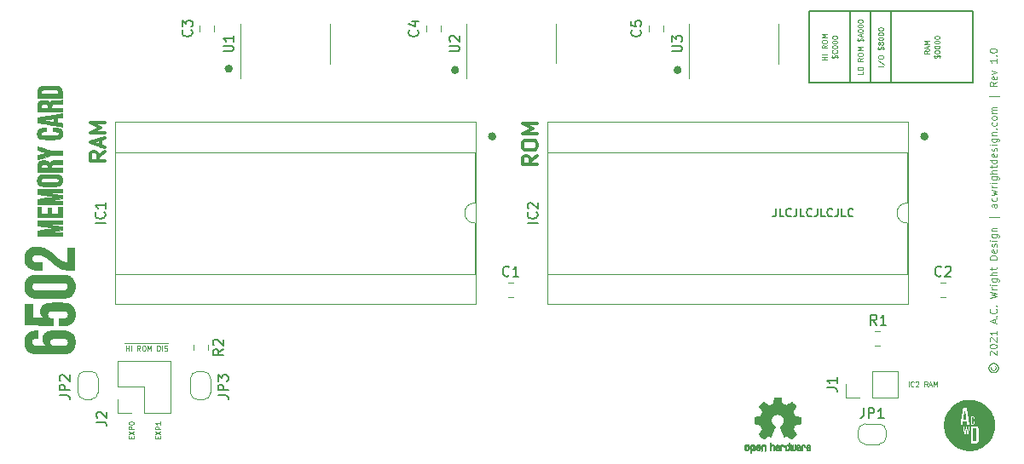
<source format=gbr>
G04 #@! TF.GenerationSoftware,KiCad,Pcbnew,(5.1.9-0-10_14)*
G04 #@! TF.CreationDate,2021-04-09T13:05:53-05:00*
G04 #@! TF.ProjectId,Memory Card,4d656d6f-7279-4204-9361-72642e6b6963,rev?*
G04 #@! TF.SameCoordinates,Original*
G04 #@! TF.FileFunction,Legend,Top*
G04 #@! TF.FilePolarity,Positive*
%FSLAX46Y46*%
G04 Gerber Fmt 4.6, Leading zero omitted, Abs format (unit mm)*
G04 Created by KiCad (PCBNEW (5.1.9-0-10_14)) date 2021-04-09 13:05:53*
%MOMM*%
%LPD*%
G01*
G04 APERTURE LIST*
%ADD10C,0.150000*%
%ADD11C,0.100000*%
%ADD12C,0.125000*%
%ADD13C,0.400000*%
%ADD14C,0.300000*%
%ADD15C,0.010000*%
%ADD16C,0.120000*%
G04 APERTURE END LIST*
D10*
X174485761Y-99891904D02*
X174485761Y-100463333D01*
X174447666Y-100577619D01*
X174371476Y-100653809D01*
X174257190Y-100691904D01*
X174181000Y-100691904D01*
X175247666Y-100691904D02*
X174866714Y-100691904D01*
X174866714Y-99891904D01*
X175971476Y-100615714D02*
X175933380Y-100653809D01*
X175819095Y-100691904D01*
X175742904Y-100691904D01*
X175628619Y-100653809D01*
X175552428Y-100577619D01*
X175514333Y-100501428D01*
X175476238Y-100349047D01*
X175476238Y-100234761D01*
X175514333Y-100082380D01*
X175552428Y-100006190D01*
X175628619Y-99930000D01*
X175742904Y-99891904D01*
X175819095Y-99891904D01*
X175933380Y-99930000D01*
X175971476Y-99968095D01*
X176542904Y-99891904D02*
X176542904Y-100463333D01*
X176504809Y-100577619D01*
X176428619Y-100653809D01*
X176314333Y-100691904D01*
X176238142Y-100691904D01*
X177304809Y-100691904D02*
X176923857Y-100691904D01*
X176923857Y-99891904D01*
X178028619Y-100615714D02*
X177990523Y-100653809D01*
X177876238Y-100691904D01*
X177800047Y-100691904D01*
X177685761Y-100653809D01*
X177609571Y-100577619D01*
X177571476Y-100501428D01*
X177533380Y-100349047D01*
X177533380Y-100234761D01*
X177571476Y-100082380D01*
X177609571Y-100006190D01*
X177685761Y-99930000D01*
X177800047Y-99891904D01*
X177876238Y-99891904D01*
X177990523Y-99930000D01*
X178028619Y-99968095D01*
X178600047Y-99891904D02*
X178600047Y-100463333D01*
X178561952Y-100577619D01*
X178485761Y-100653809D01*
X178371476Y-100691904D01*
X178295285Y-100691904D01*
X179361952Y-100691904D02*
X178981000Y-100691904D01*
X178981000Y-99891904D01*
X180085761Y-100615714D02*
X180047666Y-100653809D01*
X179933380Y-100691904D01*
X179857190Y-100691904D01*
X179742904Y-100653809D01*
X179666714Y-100577619D01*
X179628619Y-100501428D01*
X179590523Y-100349047D01*
X179590523Y-100234761D01*
X179628619Y-100082380D01*
X179666714Y-100006190D01*
X179742904Y-99930000D01*
X179857190Y-99891904D01*
X179933380Y-99891904D01*
X180047666Y-99930000D01*
X180085761Y-99968095D01*
X180657190Y-99891904D02*
X180657190Y-100463333D01*
X180619095Y-100577619D01*
X180542904Y-100653809D01*
X180428619Y-100691904D01*
X180352428Y-100691904D01*
X181419095Y-100691904D02*
X181038142Y-100691904D01*
X181038142Y-99891904D01*
X182142904Y-100615714D02*
X182104809Y-100653809D01*
X181990523Y-100691904D01*
X181914333Y-100691904D01*
X181800047Y-100653809D01*
X181723857Y-100577619D01*
X181685761Y-100501428D01*
X181647666Y-100349047D01*
X181647666Y-100234761D01*
X181685761Y-100082380D01*
X181723857Y-100006190D01*
X181800047Y-99930000D01*
X181914333Y-99891904D01*
X181990523Y-99891904D01*
X182104809Y-99930000D01*
X182142904Y-99968095D01*
D11*
X190702380Y-84915238D02*
X190726190Y-84843809D01*
X190726190Y-84724761D01*
X190702380Y-84677142D01*
X190678571Y-84653333D01*
X190630952Y-84629523D01*
X190583333Y-84629523D01*
X190535714Y-84653333D01*
X190511904Y-84677142D01*
X190488095Y-84724761D01*
X190464285Y-84820000D01*
X190440476Y-84867619D01*
X190416666Y-84891428D01*
X190369047Y-84915238D01*
X190321428Y-84915238D01*
X190273809Y-84891428D01*
X190250000Y-84867619D01*
X190226190Y-84820000D01*
X190226190Y-84700952D01*
X190250000Y-84629523D01*
X190154761Y-84772380D02*
X190797619Y-84772380D01*
X190226190Y-84320000D02*
X190226190Y-84272380D01*
X190250000Y-84224761D01*
X190273809Y-84200952D01*
X190321428Y-84177142D01*
X190416666Y-84153333D01*
X190535714Y-84153333D01*
X190630952Y-84177142D01*
X190678571Y-84200952D01*
X190702380Y-84224761D01*
X190726190Y-84272380D01*
X190726190Y-84320000D01*
X190702380Y-84367619D01*
X190678571Y-84391428D01*
X190630952Y-84415238D01*
X190535714Y-84439047D01*
X190416666Y-84439047D01*
X190321428Y-84415238D01*
X190273809Y-84391428D01*
X190250000Y-84367619D01*
X190226190Y-84320000D01*
X190226190Y-83843809D02*
X190226190Y-83796190D01*
X190250000Y-83748571D01*
X190273809Y-83724761D01*
X190321428Y-83700952D01*
X190416666Y-83677142D01*
X190535714Y-83677142D01*
X190630952Y-83700952D01*
X190678571Y-83724761D01*
X190702380Y-83748571D01*
X190726190Y-83796190D01*
X190726190Y-83843809D01*
X190702380Y-83891428D01*
X190678571Y-83915238D01*
X190630952Y-83939047D01*
X190535714Y-83962857D01*
X190416666Y-83962857D01*
X190321428Y-83939047D01*
X190273809Y-83915238D01*
X190250000Y-83891428D01*
X190226190Y-83843809D01*
X190226190Y-83367619D02*
X190226190Y-83320000D01*
X190250000Y-83272380D01*
X190273809Y-83248571D01*
X190321428Y-83224761D01*
X190416666Y-83200952D01*
X190535714Y-83200952D01*
X190630952Y-83224761D01*
X190678571Y-83248571D01*
X190702380Y-83272380D01*
X190726190Y-83320000D01*
X190726190Y-83367619D01*
X190702380Y-83415238D01*
X190678571Y-83439047D01*
X190630952Y-83462857D01*
X190535714Y-83486666D01*
X190416666Y-83486666D01*
X190321428Y-83462857D01*
X190273809Y-83439047D01*
X190250000Y-83415238D01*
X190226190Y-83367619D01*
X190226190Y-82891428D02*
X190226190Y-82843809D01*
X190250000Y-82796190D01*
X190273809Y-82772380D01*
X190321428Y-82748571D01*
X190416666Y-82724761D01*
X190535714Y-82724761D01*
X190630952Y-82748571D01*
X190678571Y-82772380D01*
X190702380Y-82796190D01*
X190726190Y-82843809D01*
X190726190Y-82891428D01*
X190702380Y-82939047D01*
X190678571Y-82962857D01*
X190630952Y-82986666D01*
X190535714Y-83010476D01*
X190416666Y-83010476D01*
X190321428Y-82986666D01*
X190273809Y-82962857D01*
X190250000Y-82939047D01*
X190226190Y-82891428D01*
X189710190Y-84165238D02*
X189472095Y-84331904D01*
X189710190Y-84450952D02*
X189210190Y-84450952D01*
X189210190Y-84260476D01*
X189234000Y-84212857D01*
X189257809Y-84189047D01*
X189305428Y-84165238D01*
X189376857Y-84165238D01*
X189424476Y-84189047D01*
X189448285Y-84212857D01*
X189472095Y-84260476D01*
X189472095Y-84450952D01*
X189567333Y-83974761D02*
X189567333Y-83736666D01*
X189710190Y-84022380D02*
X189210190Y-83855714D01*
X189710190Y-83689047D01*
X189710190Y-83522380D02*
X189210190Y-83522380D01*
X189567333Y-83355714D01*
X189210190Y-83189047D01*
X189710190Y-83189047D01*
X185138190Y-85724761D02*
X184638190Y-85724761D01*
X184614380Y-85129523D02*
X185257238Y-85558095D01*
X184638190Y-84867619D02*
X184638190Y-84772380D01*
X184662000Y-84724761D01*
X184709619Y-84677142D01*
X184804857Y-84653333D01*
X184971523Y-84653333D01*
X185066761Y-84677142D01*
X185114380Y-84724761D01*
X185138190Y-84772380D01*
X185138190Y-84867619D01*
X185114380Y-84915238D01*
X185066761Y-84962857D01*
X184971523Y-84986666D01*
X184804857Y-84986666D01*
X184709619Y-84962857D01*
X184662000Y-84915238D01*
X184638190Y-84867619D01*
X185114380Y-84081904D02*
X185138190Y-84010476D01*
X185138190Y-83891428D01*
X185114380Y-83843809D01*
X185090571Y-83820000D01*
X185042952Y-83796190D01*
X184995333Y-83796190D01*
X184947714Y-83820000D01*
X184923904Y-83843809D01*
X184900095Y-83891428D01*
X184876285Y-83986666D01*
X184852476Y-84034285D01*
X184828666Y-84058095D01*
X184781047Y-84081904D01*
X184733428Y-84081904D01*
X184685809Y-84058095D01*
X184662000Y-84034285D01*
X184638190Y-83986666D01*
X184638190Y-83867619D01*
X184662000Y-83796190D01*
X184566761Y-83939047D02*
X185209619Y-83939047D01*
X184852476Y-83510476D02*
X184828666Y-83558095D01*
X184804857Y-83581904D01*
X184757238Y-83605714D01*
X184733428Y-83605714D01*
X184685809Y-83581904D01*
X184662000Y-83558095D01*
X184638190Y-83510476D01*
X184638190Y-83415238D01*
X184662000Y-83367619D01*
X184685809Y-83343809D01*
X184733428Y-83320000D01*
X184757238Y-83320000D01*
X184804857Y-83343809D01*
X184828666Y-83367619D01*
X184852476Y-83415238D01*
X184852476Y-83510476D01*
X184876285Y-83558095D01*
X184900095Y-83581904D01*
X184947714Y-83605714D01*
X185042952Y-83605714D01*
X185090571Y-83581904D01*
X185114380Y-83558095D01*
X185138190Y-83510476D01*
X185138190Y-83415238D01*
X185114380Y-83367619D01*
X185090571Y-83343809D01*
X185042952Y-83320000D01*
X184947714Y-83320000D01*
X184900095Y-83343809D01*
X184876285Y-83367619D01*
X184852476Y-83415238D01*
X184638190Y-83010476D02*
X184638190Y-82962857D01*
X184662000Y-82915238D01*
X184685809Y-82891428D01*
X184733428Y-82867619D01*
X184828666Y-82843809D01*
X184947714Y-82843809D01*
X185042952Y-82867619D01*
X185090571Y-82891428D01*
X185114380Y-82915238D01*
X185138190Y-82962857D01*
X185138190Y-83010476D01*
X185114380Y-83058095D01*
X185090571Y-83081904D01*
X185042952Y-83105714D01*
X184947714Y-83129523D01*
X184828666Y-83129523D01*
X184733428Y-83105714D01*
X184685809Y-83081904D01*
X184662000Y-83058095D01*
X184638190Y-83010476D01*
X184638190Y-82534285D02*
X184638190Y-82486666D01*
X184662000Y-82439047D01*
X184685809Y-82415238D01*
X184733428Y-82391428D01*
X184828666Y-82367619D01*
X184947714Y-82367619D01*
X185042952Y-82391428D01*
X185090571Y-82415238D01*
X185114380Y-82439047D01*
X185138190Y-82486666D01*
X185138190Y-82534285D01*
X185114380Y-82581904D01*
X185090571Y-82605714D01*
X185042952Y-82629523D01*
X184947714Y-82653333D01*
X184828666Y-82653333D01*
X184733428Y-82629523D01*
X184685809Y-82605714D01*
X184662000Y-82581904D01*
X184638190Y-82534285D01*
X184638190Y-82058095D02*
X184638190Y-82010476D01*
X184662000Y-81962857D01*
X184685809Y-81939047D01*
X184733428Y-81915238D01*
X184828666Y-81891428D01*
X184947714Y-81891428D01*
X185042952Y-81915238D01*
X185090571Y-81939047D01*
X185114380Y-81962857D01*
X185138190Y-82010476D01*
X185138190Y-82058095D01*
X185114380Y-82105714D01*
X185090571Y-82129523D01*
X185042952Y-82153333D01*
X184947714Y-82177142D01*
X184828666Y-82177142D01*
X184733428Y-82153333D01*
X184685809Y-82129523D01*
X184662000Y-82105714D01*
X184638190Y-82058095D01*
X183106190Y-86272380D02*
X183106190Y-86510476D01*
X182606190Y-86510476D01*
X182606190Y-86010476D02*
X182606190Y-85915238D01*
X182630000Y-85867619D01*
X182677619Y-85820000D01*
X182772857Y-85796190D01*
X182939523Y-85796190D01*
X183034761Y-85820000D01*
X183082380Y-85867619D01*
X183106190Y-85915238D01*
X183106190Y-86010476D01*
X183082380Y-86058095D01*
X183034761Y-86105714D01*
X182939523Y-86129523D01*
X182772857Y-86129523D01*
X182677619Y-86105714D01*
X182630000Y-86058095D01*
X182606190Y-86010476D01*
X183106190Y-84915238D02*
X182868095Y-85081904D01*
X183106190Y-85200952D02*
X182606190Y-85200952D01*
X182606190Y-85010476D01*
X182630000Y-84962857D01*
X182653809Y-84939047D01*
X182701428Y-84915238D01*
X182772857Y-84915238D01*
X182820476Y-84939047D01*
X182844285Y-84962857D01*
X182868095Y-85010476D01*
X182868095Y-85200952D01*
X182606190Y-84605714D02*
X182606190Y-84510476D01*
X182630000Y-84462857D01*
X182677619Y-84415238D01*
X182772857Y-84391428D01*
X182939523Y-84391428D01*
X183034761Y-84415238D01*
X183082380Y-84462857D01*
X183106190Y-84510476D01*
X183106190Y-84605714D01*
X183082380Y-84653333D01*
X183034761Y-84700952D01*
X182939523Y-84724761D01*
X182772857Y-84724761D01*
X182677619Y-84700952D01*
X182630000Y-84653333D01*
X182606190Y-84605714D01*
X183106190Y-84177142D02*
X182606190Y-84177142D01*
X182963333Y-84010476D01*
X182606190Y-83843809D01*
X183106190Y-83843809D01*
X183082380Y-83248571D02*
X183106190Y-83177142D01*
X183106190Y-83058095D01*
X183082380Y-83010476D01*
X183058571Y-82986666D01*
X183010952Y-82962857D01*
X182963333Y-82962857D01*
X182915714Y-82986666D01*
X182891904Y-83010476D01*
X182868095Y-83058095D01*
X182844285Y-83153333D01*
X182820476Y-83200952D01*
X182796666Y-83224761D01*
X182749047Y-83248571D01*
X182701428Y-83248571D01*
X182653809Y-83224761D01*
X182630000Y-83200952D01*
X182606190Y-83153333D01*
X182606190Y-83034285D01*
X182630000Y-82962857D01*
X182534761Y-83105714D02*
X183177619Y-83105714D01*
X182963333Y-82772380D02*
X182963333Y-82534285D01*
X183106190Y-82820000D02*
X182606190Y-82653333D01*
X183106190Y-82486666D01*
X182606190Y-82224761D02*
X182606190Y-82177142D01*
X182630000Y-82129523D01*
X182653809Y-82105714D01*
X182701428Y-82081904D01*
X182796666Y-82058095D01*
X182915714Y-82058095D01*
X183010952Y-82081904D01*
X183058571Y-82105714D01*
X183082380Y-82129523D01*
X183106190Y-82177142D01*
X183106190Y-82224761D01*
X183082380Y-82272380D01*
X183058571Y-82296190D01*
X183010952Y-82320000D01*
X182915714Y-82343809D01*
X182796666Y-82343809D01*
X182701428Y-82320000D01*
X182653809Y-82296190D01*
X182630000Y-82272380D01*
X182606190Y-82224761D01*
X182606190Y-81748571D02*
X182606190Y-81700952D01*
X182630000Y-81653333D01*
X182653809Y-81629523D01*
X182701428Y-81605714D01*
X182796666Y-81581904D01*
X182915714Y-81581904D01*
X183010952Y-81605714D01*
X183058571Y-81629523D01*
X183082380Y-81653333D01*
X183106190Y-81700952D01*
X183106190Y-81748571D01*
X183082380Y-81796190D01*
X183058571Y-81820000D01*
X183010952Y-81843809D01*
X182915714Y-81867619D01*
X182796666Y-81867619D01*
X182701428Y-81843809D01*
X182653809Y-81820000D01*
X182630000Y-81796190D01*
X182606190Y-81748571D01*
X182606190Y-81272380D02*
X182606190Y-81224761D01*
X182630000Y-81177142D01*
X182653809Y-81153333D01*
X182701428Y-81129523D01*
X182796666Y-81105714D01*
X182915714Y-81105714D01*
X183010952Y-81129523D01*
X183058571Y-81153333D01*
X183082380Y-81177142D01*
X183106190Y-81224761D01*
X183106190Y-81272380D01*
X183082380Y-81320000D01*
X183058571Y-81343809D01*
X183010952Y-81367619D01*
X182915714Y-81391428D01*
X182796666Y-81391428D01*
X182701428Y-81367619D01*
X182653809Y-81343809D01*
X182630000Y-81320000D01*
X182606190Y-81272380D01*
X180542380Y-84927142D02*
X180566190Y-84855714D01*
X180566190Y-84736666D01*
X180542380Y-84689047D01*
X180518571Y-84665238D01*
X180470952Y-84641428D01*
X180423333Y-84641428D01*
X180375714Y-84665238D01*
X180351904Y-84689047D01*
X180328095Y-84736666D01*
X180304285Y-84831904D01*
X180280476Y-84879523D01*
X180256666Y-84903333D01*
X180209047Y-84927142D01*
X180161428Y-84927142D01*
X180113809Y-84903333D01*
X180090000Y-84879523D01*
X180066190Y-84831904D01*
X180066190Y-84712857D01*
X180090000Y-84641428D01*
X179994761Y-84784285D02*
X180637619Y-84784285D01*
X180518571Y-84141428D02*
X180542380Y-84165238D01*
X180566190Y-84236666D01*
X180566190Y-84284285D01*
X180542380Y-84355714D01*
X180494761Y-84403333D01*
X180447142Y-84427142D01*
X180351904Y-84450952D01*
X180280476Y-84450952D01*
X180185238Y-84427142D01*
X180137619Y-84403333D01*
X180090000Y-84355714D01*
X180066190Y-84284285D01*
X180066190Y-84236666D01*
X180090000Y-84165238D01*
X180113809Y-84141428D01*
X180066190Y-83831904D02*
X180066190Y-83784285D01*
X180090000Y-83736666D01*
X180113809Y-83712857D01*
X180161428Y-83689047D01*
X180256666Y-83665238D01*
X180375714Y-83665238D01*
X180470952Y-83689047D01*
X180518571Y-83712857D01*
X180542380Y-83736666D01*
X180566190Y-83784285D01*
X180566190Y-83831904D01*
X180542380Y-83879523D01*
X180518571Y-83903333D01*
X180470952Y-83927142D01*
X180375714Y-83950952D01*
X180256666Y-83950952D01*
X180161428Y-83927142D01*
X180113809Y-83903333D01*
X180090000Y-83879523D01*
X180066190Y-83831904D01*
X180066190Y-83355714D02*
X180066190Y-83308095D01*
X180090000Y-83260476D01*
X180113809Y-83236666D01*
X180161428Y-83212857D01*
X180256666Y-83189047D01*
X180375714Y-83189047D01*
X180470952Y-83212857D01*
X180518571Y-83236666D01*
X180542380Y-83260476D01*
X180566190Y-83308095D01*
X180566190Y-83355714D01*
X180542380Y-83403333D01*
X180518571Y-83427142D01*
X180470952Y-83450952D01*
X180375714Y-83474761D01*
X180256666Y-83474761D01*
X180161428Y-83450952D01*
X180113809Y-83427142D01*
X180090000Y-83403333D01*
X180066190Y-83355714D01*
X180066190Y-82879523D02*
X180066190Y-82831904D01*
X180090000Y-82784285D01*
X180113809Y-82760476D01*
X180161428Y-82736666D01*
X180256666Y-82712857D01*
X180375714Y-82712857D01*
X180470952Y-82736666D01*
X180518571Y-82760476D01*
X180542380Y-82784285D01*
X180566190Y-82831904D01*
X180566190Y-82879523D01*
X180542380Y-82927142D01*
X180518571Y-82950952D01*
X180470952Y-82974761D01*
X180375714Y-82998571D01*
X180256666Y-82998571D01*
X180161428Y-82974761D01*
X180113809Y-82950952D01*
X180090000Y-82927142D01*
X180066190Y-82879523D01*
X179550190Y-85070000D02*
X179050190Y-85070000D01*
X179288285Y-85070000D02*
X179288285Y-84784285D01*
X179550190Y-84784285D02*
X179050190Y-84784285D01*
X179550190Y-84546190D02*
X179050190Y-84546190D01*
X179550190Y-83641428D02*
X179312095Y-83808095D01*
X179550190Y-83927142D02*
X179050190Y-83927142D01*
X179050190Y-83736666D01*
X179074000Y-83689047D01*
X179097809Y-83665238D01*
X179145428Y-83641428D01*
X179216857Y-83641428D01*
X179264476Y-83665238D01*
X179288285Y-83689047D01*
X179312095Y-83736666D01*
X179312095Y-83927142D01*
X179050190Y-83331904D02*
X179050190Y-83236666D01*
X179074000Y-83189047D01*
X179121619Y-83141428D01*
X179216857Y-83117619D01*
X179383523Y-83117619D01*
X179478761Y-83141428D01*
X179526380Y-83189047D01*
X179550190Y-83236666D01*
X179550190Y-83331904D01*
X179526380Y-83379523D01*
X179478761Y-83427142D01*
X179383523Y-83450952D01*
X179216857Y-83450952D01*
X179121619Y-83427142D01*
X179074000Y-83379523D01*
X179050190Y-83331904D01*
X179550190Y-82903333D02*
X179050190Y-82903333D01*
X179407333Y-82736666D01*
X179050190Y-82570000D01*
X179550190Y-82570000D01*
D10*
X177800000Y-80264000D02*
X182880000Y-80264000D01*
X177800000Y-87376000D02*
X177800000Y-80264000D01*
X182880000Y-87376000D02*
X177800000Y-87376000D01*
X182880000Y-80264000D02*
X184404000Y-80264000D01*
X181864000Y-87376000D02*
X181864000Y-80264000D01*
X184404000Y-87376000D02*
X182880000Y-87376000D01*
X184404000Y-80264000D02*
X185928000Y-80264000D01*
X183896000Y-87376000D02*
X183896000Y-80264000D01*
X185928000Y-87376000D02*
X184404000Y-87376000D01*
X194056000Y-80264000D02*
X185928000Y-80264000D01*
X194056000Y-87376000D02*
X194056000Y-80264000D01*
X185928000Y-87376000D02*
X194056000Y-87376000D01*
X185928000Y-80264000D02*
X185928000Y-87376000D01*
D12*
X187652297Y-117574190D02*
X187652297Y-117074190D01*
X188176107Y-117526571D02*
X188152297Y-117550380D01*
X188080869Y-117574190D01*
X188033250Y-117574190D01*
X187961821Y-117550380D01*
X187914202Y-117502761D01*
X187890392Y-117455142D01*
X187866583Y-117359904D01*
X187866583Y-117288476D01*
X187890392Y-117193238D01*
X187914202Y-117145619D01*
X187961821Y-117098000D01*
X188033250Y-117074190D01*
X188080869Y-117074190D01*
X188152297Y-117098000D01*
X188176107Y-117121809D01*
X188366583Y-117121809D02*
X188390392Y-117098000D01*
X188438011Y-117074190D01*
X188557059Y-117074190D01*
X188604678Y-117098000D01*
X188628488Y-117121809D01*
X188652297Y-117169428D01*
X188652297Y-117217047D01*
X188628488Y-117288476D01*
X188342773Y-117574190D01*
X188652297Y-117574190D01*
X189533250Y-117574190D02*
X189366583Y-117336095D01*
X189247535Y-117574190D02*
X189247535Y-117074190D01*
X189438011Y-117074190D01*
X189485630Y-117098000D01*
X189509440Y-117121809D01*
X189533250Y-117169428D01*
X189533250Y-117240857D01*
X189509440Y-117288476D01*
X189485630Y-117312285D01*
X189438011Y-117336095D01*
X189247535Y-117336095D01*
X189723726Y-117431333D02*
X189961821Y-117431333D01*
X189676107Y-117574190D02*
X189842773Y-117074190D01*
X190009440Y-117574190D01*
X190176107Y-117574190D02*
X190176107Y-117074190D01*
X190342773Y-117431333D01*
X190509440Y-117074190D01*
X190509440Y-117574190D01*
X109809250Y-113269500D02*
X110333059Y-113269500D01*
X109928297Y-114018190D02*
X109928297Y-113518190D01*
X109928297Y-113756285D02*
X110214011Y-113756285D01*
X110214011Y-114018190D02*
X110214011Y-113518190D01*
X110333059Y-113269500D02*
X110571154Y-113269500D01*
X110452107Y-114018190D02*
X110452107Y-113518190D01*
X110571154Y-113269500D02*
X110952107Y-113269500D01*
X110952107Y-113269500D02*
X111452107Y-113269500D01*
X111356869Y-114018190D02*
X111190202Y-113780095D01*
X111071154Y-114018190D02*
X111071154Y-113518190D01*
X111261630Y-113518190D01*
X111309250Y-113542000D01*
X111333059Y-113565809D01*
X111356869Y-113613428D01*
X111356869Y-113684857D01*
X111333059Y-113732476D01*
X111309250Y-113756285D01*
X111261630Y-113780095D01*
X111071154Y-113780095D01*
X111452107Y-113269500D02*
X111975916Y-113269500D01*
X111666392Y-113518190D02*
X111761630Y-113518190D01*
X111809250Y-113542000D01*
X111856869Y-113589619D01*
X111880678Y-113684857D01*
X111880678Y-113851523D01*
X111856869Y-113946761D01*
X111809250Y-113994380D01*
X111761630Y-114018190D01*
X111666392Y-114018190D01*
X111618773Y-113994380D01*
X111571154Y-113946761D01*
X111547345Y-113851523D01*
X111547345Y-113684857D01*
X111571154Y-113589619D01*
X111618773Y-113542000D01*
X111666392Y-113518190D01*
X111975916Y-113269500D02*
X112547345Y-113269500D01*
X112094964Y-114018190D02*
X112094964Y-113518190D01*
X112261630Y-113875333D01*
X112428297Y-113518190D01*
X112428297Y-114018190D01*
X112547345Y-113269500D02*
X112928297Y-113269500D01*
X112928297Y-113269500D02*
X113428297Y-113269500D01*
X113047345Y-114018190D02*
X113047345Y-113518190D01*
X113166392Y-113518190D01*
X113237821Y-113542000D01*
X113285440Y-113589619D01*
X113309250Y-113637238D01*
X113333059Y-113732476D01*
X113333059Y-113803904D01*
X113309250Y-113899142D01*
X113285440Y-113946761D01*
X113237821Y-113994380D01*
X113166392Y-114018190D01*
X113047345Y-114018190D01*
X113428297Y-113269500D02*
X113666392Y-113269500D01*
X113547345Y-114018190D02*
X113547345Y-113518190D01*
X113666392Y-113269500D02*
X114142583Y-113269500D01*
X113761630Y-113994380D02*
X113833059Y-114018190D01*
X113952107Y-114018190D01*
X113999726Y-113994380D01*
X114023535Y-113970571D01*
X114047345Y-113922952D01*
X114047345Y-113875333D01*
X114023535Y-113827714D01*
X113999726Y-113803904D01*
X113952107Y-113780095D01*
X113856869Y-113756285D01*
X113809250Y-113732476D01*
X113785440Y-113708666D01*
X113761630Y-113661047D01*
X113761630Y-113613428D01*
X113785440Y-113565809D01*
X113809250Y-113542000D01*
X113856869Y-113518190D01*
X113975916Y-113518190D01*
X114047345Y-113542000D01*
X113121285Y-122770964D02*
X113121285Y-122604297D01*
X113383190Y-122532869D02*
X113383190Y-122770964D01*
X112883190Y-122770964D01*
X112883190Y-122532869D01*
X112883190Y-122366202D02*
X113383190Y-122032869D01*
X112883190Y-122032869D02*
X113383190Y-122366202D01*
X113383190Y-121842392D02*
X112883190Y-121842392D01*
X112883190Y-121651916D01*
X112907000Y-121604297D01*
X112930809Y-121580488D01*
X112978428Y-121556678D01*
X113049857Y-121556678D01*
X113097476Y-121580488D01*
X113121285Y-121604297D01*
X113145095Y-121651916D01*
X113145095Y-121842392D01*
X113383190Y-121080488D02*
X113383190Y-121366202D01*
X113383190Y-121223345D02*
X112883190Y-121223345D01*
X112954619Y-121270964D01*
X113002238Y-121318583D01*
X113026047Y-121366202D01*
X110454285Y-122770964D02*
X110454285Y-122604297D01*
X110716190Y-122532869D02*
X110716190Y-122770964D01*
X110216190Y-122770964D01*
X110216190Y-122532869D01*
X110216190Y-122366202D02*
X110716190Y-122032869D01*
X110216190Y-122032869D02*
X110716190Y-122366202D01*
X110716190Y-121842392D02*
X110216190Y-121842392D01*
X110216190Y-121651916D01*
X110240000Y-121604297D01*
X110263809Y-121580488D01*
X110311428Y-121556678D01*
X110382857Y-121556678D01*
X110430476Y-121580488D01*
X110454285Y-121604297D01*
X110478095Y-121651916D01*
X110478095Y-121842392D01*
X110216190Y-121247154D02*
X110216190Y-121199535D01*
X110240000Y-121151916D01*
X110263809Y-121128107D01*
X110311428Y-121104297D01*
X110406666Y-121080488D01*
X110525714Y-121080488D01*
X110620952Y-121104297D01*
X110668571Y-121128107D01*
X110692380Y-121151916D01*
X110716190Y-121199535D01*
X110716190Y-121247154D01*
X110692380Y-121294773D01*
X110668571Y-121318583D01*
X110620952Y-121342392D01*
X110525714Y-121366202D01*
X110406666Y-121366202D01*
X110311428Y-121342392D01*
X110263809Y-121318583D01*
X110240000Y-121294773D01*
X110216190Y-121247154D01*
D11*
X195871333Y-115575999D02*
X195838000Y-115642666D01*
X195838000Y-115775999D01*
X195871333Y-115842666D01*
X195938000Y-115909333D01*
X196004666Y-115942666D01*
X196138000Y-115942666D01*
X196204666Y-115909333D01*
X196271333Y-115842666D01*
X196304666Y-115775999D01*
X196304666Y-115642666D01*
X196271333Y-115575999D01*
X195604666Y-115709333D02*
X195638000Y-115875999D01*
X195738000Y-116042666D01*
X195904666Y-116142666D01*
X196071333Y-116175999D01*
X196238000Y-116142666D01*
X196404666Y-116042666D01*
X196504666Y-115875999D01*
X196538000Y-115709333D01*
X196504666Y-115542666D01*
X196404666Y-115375999D01*
X196238000Y-115275999D01*
X196071333Y-115242666D01*
X195904666Y-115275999D01*
X195738000Y-115375999D01*
X195638000Y-115542666D01*
X195604666Y-115709333D01*
X195771333Y-114442666D02*
X195738000Y-114409333D01*
X195704666Y-114342666D01*
X195704666Y-114175999D01*
X195738000Y-114109333D01*
X195771333Y-114075999D01*
X195838000Y-114042666D01*
X195904666Y-114042666D01*
X196004666Y-114075999D01*
X196404666Y-114475999D01*
X196404666Y-114042666D01*
X195704666Y-113609333D02*
X195704666Y-113542666D01*
X195738000Y-113475999D01*
X195771333Y-113442666D01*
X195838000Y-113409333D01*
X195971333Y-113375999D01*
X196138000Y-113375999D01*
X196271333Y-113409333D01*
X196338000Y-113442666D01*
X196371333Y-113475999D01*
X196404666Y-113542666D01*
X196404666Y-113609333D01*
X196371333Y-113675999D01*
X196338000Y-113709333D01*
X196271333Y-113742666D01*
X196138000Y-113775999D01*
X195971333Y-113775999D01*
X195838000Y-113742666D01*
X195771333Y-113709333D01*
X195738000Y-113675999D01*
X195704666Y-113609333D01*
X195771333Y-113109333D02*
X195738000Y-113075999D01*
X195704666Y-113009333D01*
X195704666Y-112842666D01*
X195738000Y-112775999D01*
X195771333Y-112742666D01*
X195838000Y-112709333D01*
X195904666Y-112709333D01*
X196004666Y-112742666D01*
X196404666Y-113142666D01*
X196404666Y-112709333D01*
X196404666Y-112042666D02*
X196404666Y-112442666D01*
X196404666Y-112242666D02*
X195704666Y-112242666D01*
X195804666Y-112309333D01*
X195871333Y-112375999D01*
X195904666Y-112442666D01*
X196204666Y-111242666D02*
X196204666Y-110909333D01*
X196404666Y-111309333D02*
X195704666Y-111075999D01*
X196404666Y-110842666D01*
X196338000Y-110609333D02*
X196371333Y-110575999D01*
X196404666Y-110609333D01*
X196371333Y-110642666D01*
X196338000Y-110609333D01*
X196404666Y-110609333D01*
X196338000Y-109875999D02*
X196371333Y-109909333D01*
X196404666Y-110009333D01*
X196404666Y-110075999D01*
X196371333Y-110175999D01*
X196304666Y-110242666D01*
X196238000Y-110275999D01*
X196104666Y-110309333D01*
X196004666Y-110309333D01*
X195871333Y-110275999D01*
X195804666Y-110242666D01*
X195738000Y-110175999D01*
X195704666Y-110075999D01*
X195704666Y-110009333D01*
X195738000Y-109909333D01*
X195771333Y-109875999D01*
X196338000Y-109575999D02*
X196371333Y-109542666D01*
X196404666Y-109575999D01*
X196371333Y-109609333D01*
X196338000Y-109575999D01*
X196404666Y-109575999D01*
X195704666Y-108775999D02*
X196404666Y-108609333D01*
X195904666Y-108475999D01*
X196404666Y-108342666D01*
X195704666Y-108175999D01*
X196404666Y-107909333D02*
X195938000Y-107909333D01*
X196071333Y-107909333D02*
X196004666Y-107875999D01*
X195971333Y-107842666D01*
X195938000Y-107775999D01*
X195938000Y-107709333D01*
X196404666Y-107475999D02*
X195938000Y-107475999D01*
X195704666Y-107475999D02*
X195738000Y-107509333D01*
X195771333Y-107475999D01*
X195738000Y-107442666D01*
X195704666Y-107475999D01*
X195771333Y-107475999D01*
X195938000Y-106842666D02*
X196504666Y-106842666D01*
X196571333Y-106875999D01*
X196604666Y-106909333D01*
X196638000Y-106975999D01*
X196638000Y-107075999D01*
X196604666Y-107142666D01*
X196371333Y-106842666D02*
X196404666Y-106909333D01*
X196404666Y-107042666D01*
X196371333Y-107109333D01*
X196338000Y-107142666D01*
X196271333Y-107175999D01*
X196071333Y-107175999D01*
X196004666Y-107142666D01*
X195971333Y-107109333D01*
X195938000Y-107042666D01*
X195938000Y-106909333D01*
X195971333Y-106842666D01*
X196404666Y-106509333D02*
X195704666Y-106509333D01*
X196404666Y-106209333D02*
X196038000Y-106209333D01*
X195971333Y-106242666D01*
X195938000Y-106309333D01*
X195938000Y-106409333D01*
X195971333Y-106475999D01*
X196004666Y-106509333D01*
X195938000Y-105975999D02*
X195938000Y-105709333D01*
X195704666Y-105875999D02*
X196304666Y-105875999D01*
X196371333Y-105842666D01*
X196404666Y-105775999D01*
X196404666Y-105709333D01*
X196404666Y-104942666D02*
X195704666Y-104942666D01*
X195704666Y-104775999D01*
X195738000Y-104675999D01*
X195804666Y-104609333D01*
X195871333Y-104575999D01*
X196004666Y-104542666D01*
X196104666Y-104542666D01*
X196238000Y-104575999D01*
X196304666Y-104609333D01*
X196371333Y-104675999D01*
X196404666Y-104775999D01*
X196404666Y-104942666D01*
X196371333Y-103975999D02*
X196404666Y-104042666D01*
X196404666Y-104175999D01*
X196371333Y-104242666D01*
X196304666Y-104275999D01*
X196038000Y-104275999D01*
X195971333Y-104242666D01*
X195938000Y-104175999D01*
X195938000Y-104042666D01*
X195971333Y-103975999D01*
X196038000Y-103942666D01*
X196104666Y-103942666D01*
X196171333Y-104275999D01*
X196371333Y-103675999D02*
X196404666Y-103609333D01*
X196404666Y-103475999D01*
X196371333Y-103409333D01*
X196304666Y-103375999D01*
X196271333Y-103375999D01*
X196204666Y-103409333D01*
X196171333Y-103475999D01*
X196171333Y-103575999D01*
X196138000Y-103642666D01*
X196071333Y-103675999D01*
X196038000Y-103675999D01*
X195971333Y-103642666D01*
X195938000Y-103575999D01*
X195938000Y-103475999D01*
X195971333Y-103409333D01*
X196404666Y-103075999D02*
X195938000Y-103075999D01*
X195704666Y-103075999D02*
X195738000Y-103109333D01*
X195771333Y-103075999D01*
X195738000Y-103042666D01*
X195704666Y-103075999D01*
X195771333Y-103075999D01*
X195938000Y-102442666D02*
X196504666Y-102442666D01*
X196571333Y-102475999D01*
X196604666Y-102509333D01*
X196638000Y-102575999D01*
X196638000Y-102675999D01*
X196604666Y-102742666D01*
X196371333Y-102442666D02*
X196404666Y-102509333D01*
X196404666Y-102642666D01*
X196371333Y-102709333D01*
X196338000Y-102742666D01*
X196271333Y-102775999D01*
X196071333Y-102775999D01*
X196004666Y-102742666D01*
X195971333Y-102709333D01*
X195938000Y-102642666D01*
X195938000Y-102509333D01*
X195971333Y-102442666D01*
X195938000Y-102109333D02*
X196404666Y-102109333D01*
X196004666Y-102109333D02*
X195971333Y-102075999D01*
X195938000Y-102009333D01*
X195938000Y-101909333D01*
X195971333Y-101842666D01*
X196038000Y-101809333D01*
X196404666Y-101809333D01*
X196638000Y-100775999D02*
X195638000Y-100775999D01*
X196404666Y-99442666D02*
X196038000Y-99442666D01*
X195971333Y-99475999D01*
X195938000Y-99542666D01*
X195938000Y-99675999D01*
X195971333Y-99742666D01*
X196371333Y-99442666D02*
X196404666Y-99509333D01*
X196404666Y-99675999D01*
X196371333Y-99742666D01*
X196304666Y-99775999D01*
X196238000Y-99775999D01*
X196171333Y-99742666D01*
X196138000Y-99675999D01*
X196138000Y-99509333D01*
X196104666Y-99442666D01*
X196371333Y-98809333D02*
X196404666Y-98875999D01*
X196404666Y-99009333D01*
X196371333Y-99075999D01*
X196338000Y-99109333D01*
X196271333Y-99142666D01*
X196071333Y-99142666D01*
X196004666Y-99109333D01*
X195971333Y-99075999D01*
X195938000Y-99009333D01*
X195938000Y-98875999D01*
X195971333Y-98809333D01*
X195938000Y-98575999D02*
X196404666Y-98442666D01*
X196071333Y-98309333D01*
X196404666Y-98175999D01*
X195938000Y-98042666D01*
X196404666Y-97775999D02*
X195938000Y-97775999D01*
X196071333Y-97775999D02*
X196004666Y-97742666D01*
X195971333Y-97709333D01*
X195938000Y-97642666D01*
X195938000Y-97575999D01*
X196404666Y-97342666D02*
X195938000Y-97342666D01*
X195704666Y-97342666D02*
X195738000Y-97375999D01*
X195771333Y-97342666D01*
X195738000Y-97309333D01*
X195704666Y-97342666D01*
X195771333Y-97342666D01*
X195938000Y-96709333D02*
X196504666Y-96709333D01*
X196571333Y-96742666D01*
X196604666Y-96775999D01*
X196638000Y-96842666D01*
X196638000Y-96942666D01*
X196604666Y-97009333D01*
X196371333Y-96709333D02*
X196404666Y-96775999D01*
X196404666Y-96909333D01*
X196371333Y-96975999D01*
X196338000Y-97009333D01*
X196271333Y-97042666D01*
X196071333Y-97042666D01*
X196004666Y-97009333D01*
X195971333Y-96975999D01*
X195938000Y-96909333D01*
X195938000Y-96775999D01*
X195971333Y-96709333D01*
X196404666Y-96375999D02*
X195704666Y-96375999D01*
X196404666Y-96075999D02*
X196038000Y-96075999D01*
X195971333Y-96109333D01*
X195938000Y-96175999D01*
X195938000Y-96275999D01*
X195971333Y-96342666D01*
X196004666Y-96375999D01*
X195938000Y-95842666D02*
X195938000Y-95576000D01*
X195704666Y-95742666D02*
X196304666Y-95742666D01*
X196371333Y-95709333D01*
X196404666Y-95642666D01*
X196404666Y-95576000D01*
X196404666Y-95042666D02*
X195704666Y-95042666D01*
X196371333Y-95042666D02*
X196404666Y-95109333D01*
X196404666Y-95242666D01*
X196371333Y-95309333D01*
X196338000Y-95342666D01*
X196271333Y-95376000D01*
X196071333Y-95376000D01*
X196004666Y-95342666D01*
X195971333Y-95309333D01*
X195938000Y-95242666D01*
X195938000Y-95109333D01*
X195971333Y-95042666D01*
X196371333Y-94442666D02*
X196404666Y-94509333D01*
X196404666Y-94642666D01*
X196371333Y-94709333D01*
X196304666Y-94742666D01*
X196038000Y-94742666D01*
X195971333Y-94709333D01*
X195938000Y-94642666D01*
X195938000Y-94509333D01*
X195971333Y-94442666D01*
X196038000Y-94409333D01*
X196104666Y-94409333D01*
X196171333Y-94742666D01*
X196371333Y-94142666D02*
X196404666Y-94076000D01*
X196404666Y-93942666D01*
X196371333Y-93876000D01*
X196304666Y-93842666D01*
X196271333Y-93842666D01*
X196204666Y-93876000D01*
X196171333Y-93942666D01*
X196171333Y-94042666D01*
X196138000Y-94109333D01*
X196071333Y-94142666D01*
X196038000Y-94142666D01*
X195971333Y-94109333D01*
X195938000Y-94042666D01*
X195938000Y-93942666D01*
X195971333Y-93876000D01*
X196404666Y-93542666D02*
X195938000Y-93542666D01*
X195704666Y-93542666D02*
X195738000Y-93576000D01*
X195771333Y-93542666D01*
X195738000Y-93509333D01*
X195704666Y-93542666D01*
X195771333Y-93542666D01*
X195938000Y-92909333D02*
X196504666Y-92909333D01*
X196571333Y-92942666D01*
X196604666Y-92976000D01*
X196638000Y-93042666D01*
X196638000Y-93142666D01*
X196604666Y-93209333D01*
X196371333Y-92909333D02*
X196404666Y-92976000D01*
X196404666Y-93109333D01*
X196371333Y-93176000D01*
X196338000Y-93209333D01*
X196271333Y-93242666D01*
X196071333Y-93242666D01*
X196004666Y-93209333D01*
X195971333Y-93176000D01*
X195938000Y-93109333D01*
X195938000Y-92976000D01*
X195971333Y-92909333D01*
X195938000Y-92576000D02*
X196404666Y-92576000D01*
X196004666Y-92576000D02*
X195971333Y-92542666D01*
X195938000Y-92476000D01*
X195938000Y-92376000D01*
X195971333Y-92309333D01*
X196038000Y-92276000D01*
X196404666Y-92276000D01*
X196338000Y-91942666D02*
X196371333Y-91909333D01*
X196404666Y-91942666D01*
X196371333Y-91976000D01*
X196338000Y-91942666D01*
X196404666Y-91942666D01*
X196371333Y-91309333D02*
X196404666Y-91376000D01*
X196404666Y-91509333D01*
X196371333Y-91576000D01*
X196338000Y-91609333D01*
X196271333Y-91642666D01*
X196071333Y-91642666D01*
X196004666Y-91609333D01*
X195971333Y-91576000D01*
X195938000Y-91509333D01*
X195938000Y-91376000D01*
X195971333Y-91309333D01*
X196404666Y-90909333D02*
X196371333Y-90976000D01*
X196338000Y-91009333D01*
X196271333Y-91042666D01*
X196071333Y-91042666D01*
X196004666Y-91009333D01*
X195971333Y-90976000D01*
X195938000Y-90909333D01*
X195938000Y-90809333D01*
X195971333Y-90742666D01*
X196004666Y-90709333D01*
X196071333Y-90676000D01*
X196271333Y-90676000D01*
X196338000Y-90709333D01*
X196371333Y-90742666D01*
X196404666Y-90809333D01*
X196404666Y-90909333D01*
X196404666Y-90376000D02*
X195938000Y-90376000D01*
X196004666Y-90376000D02*
X195971333Y-90342666D01*
X195938000Y-90276000D01*
X195938000Y-90176000D01*
X195971333Y-90109333D01*
X196038000Y-90076000D01*
X196404666Y-90076000D01*
X196038000Y-90076000D02*
X195971333Y-90042666D01*
X195938000Y-89976000D01*
X195938000Y-89876000D01*
X195971333Y-89809333D01*
X196038000Y-89776000D01*
X196404666Y-89776000D01*
X196638000Y-88742666D02*
X195638000Y-88742666D01*
X196404666Y-87309333D02*
X196071333Y-87542666D01*
X196404666Y-87709333D02*
X195704666Y-87709333D01*
X195704666Y-87442666D01*
X195738000Y-87376000D01*
X195771333Y-87342666D01*
X195838000Y-87309333D01*
X195938000Y-87309333D01*
X196004666Y-87342666D01*
X196038000Y-87376000D01*
X196071333Y-87442666D01*
X196071333Y-87709333D01*
X196371333Y-86742666D02*
X196404666Y-86809333D01*
X196404666Y-86942666D01*
X196371333Y-87009333D01*
X196304666Y-87042666D01*
X196038000Y-87042666D01*
X195971333Y-87009333D01*
X195938000Y-86942666D01*
X195938000Y-86809333D01*
X195971333Y-86742666D01*
X196038000Y-86709333D01*
X196104666Y-86709333D01*
X196171333Y-87042666D01*
X195938000Y-86476000D02*
X196404666Y-86309333D01*
X195938000Y-86142666D01*
X196404666Y-84976000D02*
X196404666Y-85376000D01*
X196404666Y-85176000D02*
X195704666Y-85176000D01*
X195804666Y-85242666D01*
X195871333Y-85309333D01*
X195904666Y-85376000D01*
X196338000Y-84676000D02*
X196371333Y-84642666D01*
X196404666Y-84676000D01*
X196371333Y-84709333D01*
X196338000Y-84676000D01*
X196404666Y-84676000D01*
X195704666Y-84209333D02*
X195704666Y-84142666D01*
X195738000Y-84076000D01*
X195771333Y-84042666D01*
X195838000Y-84009333D01*
X195971333Y-83976000D01*
X196138000Y-83976000D01*
X196271333Y-84009333D01*
X196338000Y-84042666D01*
X196371333Y-84076000D01*
X196404666Y-84142666D01*
X196404666Y-84209333D01*
X196371333Y-84276000D01*
X196338000Y-84309333D01*
X196271333Y-84342666D01*
X196138000Y-84376000D01*
X195971333Y-84376000D01*
X195838000Y-84342666D01*
X195771333Y-84309333D01*
X195738000Y-84276000D01*
X195704666Y-84209333D01*
D13*
X120342000Y-85979000D02*
G75*
G03*
X120342000Y-85979000I-200000J0D01*
G01*
X142821000Y-86106000D02*
G75*
G03*
X142821000Y-86106000I-200000J0D01*
G01*
X164919000Y-86106000D02*
G75*
G03*
X164919000Y-86106000I-200000J0D01*
G01*
X146504000Y-92710000D02*
G75*
G03*
X146504000Y-92710000I-200000J0D01*
G01*
X189430000Y-92710000D02*
G75*
G03*
X189430000Y-92710000I-200000J0D01*
G01*
D14*
X150792571Y-94650571D02*
X150078285Y-95150571D01*
X150792571Y-95507714D02*
X149292571Y-95507714D01*
X149292571Y-94936285D01*
X149364000Y-94793428D01*
X149435428Y-94722000D01*
X149578285Y-94650571D01*
X149792571Y-94650571D01*
X149935428Y-94722000D01*
X150006857Y-94793428D01*
X150078285Y-94936285D01*
X150078285Y-95507714D01*
X149292571Y-93722000D02*
X149292571Y-93436285D01*
X149364000Y-93293428D01*
X149506857Y-93150571D01*
X149792571Y-93079142D01*
X150292571Y-93079142D01*
X150578285Y-93150571D01*
X150721142Y-93293428D01*
X150792571Y-93436285D01*
X150792571Y-93722000D01*
X150721142Y-93864857D01*
X150578285Y-94007714D01*
X150292571Y-94079142D01*
X149792571Y-94079142D01*
X149506857Y-94007714D01*
X149364000Y-93864857D01*
X149292571Y-93722000D01*
X150792571Y-92436285D02*
X149292571Y-92436285D01*
X150364000Y-91936285D01*
X149292571Y-91436285D01*
X150792571Y-91436285D01*
X107866571Y-94253714D02*
X107152285Y-94753714D01*
X107866571Y-95110857D02*
X106366571Y-95110857D01*
X106366571Y-94539428D01*
X106438000Y-94396571D01*
X106509428Y-94325142D01*
X106652285Y-94253714D01*
X106866571Y-94253714D01*
X107009428Y-94325142D01*
X107080857Y-94396571D01*
X107152285Y-94539428D01*
X107152285Y-95110857D01*
X107438000Y-93682285D02*
X107438000Y-92968000D01*
X107866571Y-93825142D02*
X106366571Y-93325142D01*
X107866571Y-92825142D01*
X107866571Y-92325142D02*
X106366571Y-92325142D01*
X107438000Y-91825142D01*
X106366571Y-91325142D01*
X107866571Y-91325142D01*
D15*
G36*
X172224744Y-123331918D02*
G01*
X172280201Y-123359568D01*
X172329148Y-123410480D01*
X172342629Y-123429338D01*
X172357314Y-123454015D01*
X172366842Y-123480816D01*
X172372293Y-123516587D01*
X172374747Y-123568169D01*
X172375286Y-123636267D01*
X172372852Y-123729588D01*
X172364394Y-123799657D01*
X172348174Y-123851931D01*
X172322454Y-123891869D01*
X172285497Y-123924929D01*
X172282782Y-123926886D01*
X172246360Y-123946908D01*
X172202502Y-123956815D01*
X172146724Y-123959257D01*
X172056048Y-123959257D01*
X172056010Y-124047283D01*
X172055166Y-124096308D01*
X172050024Y-124125065D01*
X172036587Y-124142311D01*
X172010858Y-124156808D01*
X172004679Y-124159769D01*
X171975764Y-124173648D01*
X171953376Y-124182414D01*
X171936729Y-124183171D01*
X171925036Y-124173023D01*
X171917510Y-124149073D01*
X171913366Y-124108426D01*
X171911815Y-124048186D01*
X171912071Y-123965455D01*
X171913349Y-123857339D01*
X171913748Y-123825000D01*
X171915185Y-123713524D01*
X171916472Y-123640603D01*
X172055971Y-123640603D01*
X172056755Y-123702499D01*
X172060240Y-123742997D01*
X172068124Y-123769708D01*
X172082105Y-123790244D01*
X172091597Y-123800260D01*
X172130404Y-123829567D01*
X172164763Y-123831952D01*
X172200216Y-123807750D01*
X172201114Y-123806857D01*
X172215539Y-123788153D01*
X172224313Y-123762732D01*
X172228739Y-123723584D01*
X172230118Y-123663697D01*
X172230143Y-123650430D01*
X172226812Y-123567901D01*
X172215969Y-123510691D01*
X172196340Y-123475766D01*
X172166650Y-123460094D01*
X172149491Y-123458514D01*
X172108766Y-123465926D01*
X172080832Y-123490330D01*
X172064017Y-123534980D01*
X172056650Y-123603130D01*
X172055971Y-123640603D01*
X171916472Y-123640603D01*
X171916708Y-123627245D01*
X171918677Y-123562333D01*
X171921450Y-123514958D01*
X171925388Y-123481290D01*
X171930849Y-123457498D01*
X171938192Y-123439753D01*
X171947777Y-123424224D01*
X171951887Y-123418381D01*
X172006405Y-123363185D01*
X172075336Y-123331890D01*
X172155072Y-123323165D01*
X172224744Y-123331918D01*
G37*
X172224744Y-123331918D02*
X172280201Y-123359568D01*
X172329148Y-123410480D01*
X172342629Y-123429338D01*
X172357314Y-123454015D01*
X172366842Y-123480816D01*
X172372293Y-123516587D01*
X172374747Y-123568169D01*
X172375286Y-123636267D01*
X172372852Y-123729588D01*
X172364394Y-123799657D01*
X172348174Y-123851931D01*
X172322454Y-123891869D01*
X172285497Y-123924929D01*
X172282782Y-123926886D01*
X172246360Y-123946908D01*
X172202502Y-123956815D01*
X172146724Y-123959257D01*
X172056048Y-123959257D01*
X172056010Y-124047283D01*
X172055166Y-124096308D01*
X172050024Y-124125065D01*
X172036587Y-124142311D01*
X172010858Y-124156808D01*
X172004679Y-124159769D01*
X171975764Y-124173648D01*
X171953376Y-124182414D01*
X171936729Y-124183171D01*
X171925036Y-124173023D01*
X171917510Y-124149073D01*
X171913366Y-124108426D01*
X171911815Y-124048186D01*
X171912071Y-123965455D01*
X171913349Y-123857339D01*
X171913748Y-123825000D01*
X171915185Y-123713524D01*
X171916472Y-123640603D01*
X172055971Y-123640603D01*
X172056755Y-123702499D01*
X172060240Y-123742997D01*
X172068124Y-123769708D01*
X172082105Y-123790244D01*
X172091597Y-123800260D01*
X172130404Y-123829567D01*
X172164763Y-123831952D01*
X172200216Y-123807750D01*
X172201114Y-123806857D01*
X172215539Y-123788153D01*
X172224313Y-123762732D01*
X172228739Y-123723584D01*
X172230118Y-123663697D01*
X172230143Y-123650430D01*
X172226812Y-123567901D01*
X172215969Y-123510691D01*
X172196340Y-123475766D01*
X172166650Y-123460094D01*
X172149491Y-123458514D01*
X172108766Y-123465926D01*
X172080832Y-123490330D01*
X172064017Y-123534980D01*
X172056650Y-123603130D01*
X172055971Y-123640603D01*
X171916472Y-123640603D01*
X171916708Y-123627245D01*
X171918677Y-123562333D01*
X171921450Y-123514958D01*
X171925388Y-123481290D01*
X171930849Y-123457498D01*
X171938192Y-123439753D01*
X171947777Y-123424224D01*
X171951887Y-123418381D01*
X172006405Y-123363185D01*
X172075336Y-123331890D01*
X172155072Y-123323165D01*
X172224744Y-123331918D01*
G36*
X173341093Y-123339780D02*
G01*
X173387672Y-123366723D01*
X173420057Y-123393466D01*
X173443742Y-123421484D01*
X173460059Y-123455748D01*
X173470339Y-123501227D01*
X173475914Y-123562892D01*
X173478116Y-123645711D01*
X173478371Y-123705246D01*
X173478371Y-123924391D01*
X173416686Y-123952044D01*
X173355000Y-123979697D01*
X173347743Y-123739670D01*
X173344744Y-123650028D01*
X173341598Y-123584962D01*
X173337701Y-123540026D01*
X173332447Y-123510770D01*
X173325231Y-123492748D01*
X173315450Y-123481511D01*
X173312312Y-123479079D01*
X173264761Y-123460083D01*
X173216697Y-123467600D01*
X173188086Y-123487543D01*
X173176447Y-123501675D01*
X173168391Y-123520220D01*
X173163271Y-123548334D01*
X173160441Y-123591173D01*
X173159256Y-123653895D01*
X173159057Y-123719261D01*
X173159018Y-123801268D01*
X173157614Y-123859316D01*
X173152914Y-123898465D01*
X173142987Y-123923780D01*
X173125903Y-123940323D01*
X173099732Y-123953156D01*
X173064775Y-123966491D01*
X173026596Y-123981007D01*
X173031141Y-123723389D01*
X173032971Y-123630519D01*
X173035112Y-123561889D01*
X173038181Y-123512711D01*
X173042794Y-123478198D01*
X173049568Y-123453562D01*
X173059119Y-123434016D01*
X173070634Y-123416770D01*
X173126190Y-123361680D01*
X173193980Y-123329822D01*
X173267713Y-123322191D01*
X173341093Y-123339780D01*
G37*
X173341093Y-123339780D02*
X173387672Y-123366723D01*
X173420057Y-123393466D01*
X173443742Y-123421484D01*
X173460059Y-123455748D01*
X173470339Y-123501227D01*
X173475914Y-123562892D01*
X173478116Y-123645711D01*
X173478371Y-123705246D01*
X173478371Y-123924391D01*
X173416686Y-123952044D01*
X173355000Y-123979697D01*
X173347743Y-123739670D01*
X173344744Y-123650028D01*
X173341598Y-123584962D01*
X173337701Y-123540026D01*
X173332447Y-123510770D01*
X173325231Y-123492748D01*
X173315450Y-123481511D01*
X173312312Y-123479079D01*
X173264761Y-123460083D01*
X173216697Y-123467600D01*
X173188086Y-123487543D01*
X173176447Y-123501675D01*
X173168391Y-123520220D01*
X173163271Y-123548334D01*
X173160441Y-123591173D01*
X173159256Y-123653895D01*
X173159057Y-123719261D01*
X173159018Y-123801268D01*
X173157614Y-123859316D01*
X173152914Y-123898465D01*
X173142987Y-123923780D01*
X173125903Y-123940323D01*
X173099732Y-123953156D01*
X173064775Y-123966491D01*
X173026596Y-123981007D01*
X173031141Y-123723389D01*
X173032971Y-123630519D01*
X173035112Y-123561889D01*
X173038181Y-123512711D01*
X173042794Y-123478198D01*
X173049568Y-123453562D01*
X173059119Y-123434016D01*
X173070634Y-123416770D01*
X173126190Y-123361680D01*
X173193980Y-123329822D01*
X173267713Y-123322191D01*
X173341093Y-123339780D01*
G36*
X171666115Y-123333962D02*
G01*
X171734145Y-123369733D01*
X171784351Y-123427301D01*
X171802185Y-123464312D01*
X171816063Y-123519882D01*
X171823167Y-123590096D01*
X171823840Y-123666727D01*
X171818427Y-123741552D01*
X171807270Y-123806342D01*
X171790714Y-123852873D01*
X171785626Y-123860887D01*
X171725355Y-123920707D01*
X171653769Y-123956535D01*
X171576092Y-123967020D01*
X171497548Y-123950810D01*
X171475689Y-123941092D01*
X171433122Y-123911143D01*
X171395763Y-123871433D01*
X171392232Y-123866397D01*
X171377881Y-123842124D01*
X171368394Y-123816178D01*
X171362790Y-123782022D01*
X171360086Y-123733119D01*
X171359299Y-123662935D01*
X171359286Y-123647200D01*
X171359322Y-123642192D01*
X171504429Y-123642192D01*
X171505273Y-123708430D01*
X171508596Y-123752386D01*
X171515583Y-123780779D01*
X171527416Y-123800325D01*
X171533457Y-123806857D01*
X171568186Y-123831680D01*
X171601903Y-123830548D01*
X171635995Y-123809016D01*
X171656329Y-123786029D01*
X171668371Y-123752478D01*
X171675134Y-123699569D01*
X171675598Y-123693399D01*
X171676752Y-123597513D01*
X171664688Y-123526299D01*
X171639570Y-123480194D01*
X171601560Y-123459635D01*
X171587992Y-123458514D01*
X171552364Y-123464152D01*
X171527994Y-123483686D01*
X171513093Y-123521042D01*
X171505875Y-123580150D01*
X171504429Y-123642192D01*
X171359322Y-123642192D01*
X171359826Y-123572413D01*
X171362096Y-123520159D01*
X171367068Y-123483949D01*
X171375713Y-123457299D01*
X171389005Y-123433722D01*
X171391943Y-123429338D01*
X171441313Y-123370249D01*
X171495109Y-123335947D01*
X171560602Y-123322331D01*
X171582842Y-123321665D01*
X171666115Y-123333962D01*
G37*
X171666115Y-123333962D02*
X171734145Y-123369733D01*
X171784351Y-123427301D01*
X171802185Y-123464312D01*
X171816063Y-123519882D01*
X171823167Y-123590096D01*
X171823840Y-123666727D01*
X171818427Y-123741552D01*
X171807270Y-123806342D01*
X171790714Y-123852873D01*
X171785626Y-123860887D01*
X171725355Y-123920707D01*
X171653769Y-123956535D01*
X171576092Y-123967020D01*
X171497548Y-123950810D01*
X171475689Y-123941092D01*
X171433122Y-123911143D01*
X171395763Y-123871433D01*
X171392232Y-123866397D01*
X171377881Y-123842124D01*
X171368394Y-123816178D01*
X171362790Y-123782022D01*
X171360086Y-123733119D01*
X171359299Y-123662935D01*
X171359286Y-123647200D01*
X171359322Y-123642192D01*
X171504429Y-123642192D01*
X171505273Y-123708430D01*
X171508596Y-123752386D01*
X171515583Y-123780779D01*
X171527416Y-123800325D01*
X171533457Y-123806857D01*
X171568186Y-123831680D01*
X171601903Y-123830548D01*
X171635995Y-123809016D01*
X171656329Y-123786029D01*
X171668371Y-123752478D01*
X171675134Y-123699569D01*
X171675598Y-123693399D01*
X171676752Y-123597513D01*
X171664688Y-123526299D01*
X171639570Y-123480194D01*
X171601560Y-123459635D01*
X171587992Y-123458514D01*
X171552364Y-123464152D01*
X171527994Y-123483686D01*
X171513093Y-123521042D01*
X171505875Y-123580150D01*
X171504429Y-123642192D01*
X171359322Y-123642192D01*
X171359826Y-123572413D01*
X171362096Y-123520159D01*
X171367068Y-123483949D01*
X171375713Y-123457299D01*
X171389005Y-123433722D01*
X171391943Y-123429338D01*
X171441313Y-123370249D01*
X171495109Y-123335947D01*
X171560602Y-123322331D01*
X171582842Y-123321665D01*
X171666115Y-123333962D01*
G36*
X172793303Y-123343239D02*
G01*
X172850527Y-123381735D01*
X172894749Y-123437335D01*
X172921167Y-123508086D01*
X172926510Y-123560162D01*
X172925903Y-123581893D01*
X172920822Y-123598531D01*
X172906855Y-123613437D01*
X172879589Y-123629973D01*
X172834612Y-123651498D01*
X172767511Y-123681374D01*
X172767171Y-123681524D01*
X172705407Y-123709813D01*
X172654759Y-123734933D01*
X172620404Y-123754179D01*
X172607518Y-123764848D01*
X172607514Y-123764934D01*
X172618872Y-123788166D01*
X172645431Y-123813774D01*
X172675923Y-123832221D01*
X172691370Y-123835886D01*
X172733515Y-123823212D01*
X172769808Y-123791471D01*
X172787517Y-123756572D01*
X172804552Y-123730845D01*
X172837922Y-123701546D01*
X172877149Y-123676235D01*
X172911756Y-123662471D01*
X172918993Y-123661714D01*
X172927139Y-123674160D01*
X172927630Y-123705972D01*
X172921643Y-123748866D01*
X172910357Y-123794558D01*
X172894950Y-123834761D01*
X172894171Y-123836322D01*
X172847804Y-123901062D01*
X172787711Y-123945097D01*
X172719465Y-123966711D01*
X172648638Y-123964185D01*
X172580804Y-123935804D01*
X172577788Y-123933808D01*
X172524427Y-123885448D01*
X172489340Y-123822352D01*
X172469922Y-123739387D01*
X172467316Y-123716078D01*
X172462701Y-123606055D01*
X172468233Y-123554748D01*
X172607514Y-123554748D01*
X172609324Y-123586753D01*
X172619222Y-123596093D01*
X172643898Y-123589105D01*
X172682795Y-123572587D01*
X172726275Y-123551881D01*
X172727356Y-123551333D01*
X172764209Y-123531949D01*
X172779000Y-123519013D01*
X172775353Y-123505451D01*
X172759995Y-123487632D01*
X172720923Y-123461845D01*
X172678846Y-123459950D01*
X172641103Y-123478717D01*
X172615034Y-123514915D01*
X172607514Y-123554748D01*
X172468233Y-123554748D01*
X172472194Y-123518027D01*
X172496550Y-123448212D01*
X172530456Y-123399302D01*
X172591653Y-123349878D01*
X172659063Y-123325359D01*
X172727880Y-123323797D01*
X172793303Y-123343239D01*
G37*
X172793303Y-123343239D02*
X172850527Y-123381735D01*
X172894749Y-123437335D01*
X172921167Y-123508086D01*
X172926510Y-123560162D01*
X172925903Y-123581893D01*
X172920822Y-123598531D01*
X172906855Y-123613437D01*
X172879589Y-123629973D01*
X172834612Y-123651498D01*
X172767511Y-123681374D01*
X172767171Y-123681524D01*
X172705407Y-123709813D01*
X172654759Y-123734933D01*
X172620404Y-123754179D01*
X172607518Y-123764848D01*
X172607514Y-123764934D01*
X172618872Y-123788166D01*
X172645431Y-123813774D01*
X172675923Y-123832221D01*
X172691370Y-123835886D01*
X172733515Y-123823212D01*
X172769808Y-123791471D01*
X172787517Y-123756572D01*
X172804552Y-123730845D01*
X172837922Y-123701546D01*
X172877149Y-123676235D01*
X172911756Y-123662471D01*
X172918993Y-123661714D01*
X172927139Y-123674160D01*
X172927630Y-123705972D01*
X172921643Y-123748866D01*
X172910357Y-123794558D01*
X172894950Y-123834761D01*
X172894171Y-123836322D01*
X172847804Y-123901062D01*
X172787711Y-123945097D01*
X172719465Y-123966711D01*
X172648638Y-123964185D01*
X172580804Y-123935804D01*
X172577788Y-123933808D01*
X172524427Y-123885448D01*
X172489340Y-123822352D01*
X172469922Y-123739387D01*
X172467316Y-123716078D01*
X172462701Y-123606055D01*
X172468233Y-123554748D01*
X172607514Y-123554748D01*
X172609324Y-123586753D01*
X172619222Y-123596093D01*
X172643898Y-123589105D01*
X172682795Y-123572587D01*
X172726275Y-123551881D01*
X172727356Y-123551333D01*
X172764209Y-123531949D01*
X172779000Y-123519013D01*
X172775353Y-123505451D01*
X172759995Y-123487632D01*
X172720923Y-123461845D01*
X172678846Y-123459950D01*
X172641103Y-123478717D01*
X172615034Y-123514915D01*
X172607514Y-123554748D01*
X172468233Y-123554748D01*
X172472194Y-123518027D01*
X172496550Y-123448212D01*
X172530456Y-123399302D01*
X172591653Y-123349878D01*
X172659063Y-123325359D01*
X172727880Y-123323797D01*
X172793303Y-123343239D01*
G36*
X174000886Y-123263289D02*
G01*
X174005139Y-123322613D01*
X174010025Y-123357572D01*
X174016795Y-123372820D01*
X174026702Y-123373015D01*
X174029914Y-123371195D01*
X174072644Y-123358015D01*
X174128227Y-123358785D01*
X174184737Y-123372333D01*
X174220082Y-123389861D01*
X174256321Y-123417861D01*
X174282813Y-123449549D01*
X174300999Y-123489813D01*
X174312322Y-123543543D01*
X174318222Y-123615626D01*
X174320143Y-123710951D01*
X174320177Y-123729237D01*
X174320200Y-123934646D01*
X174274491Y-123950580D01*
X174242027Y-123961420D01*
X174224215Y-123966468D01*
X174223691Y-123966514D01*
X174221937Y-123952828D01*
X174220444Y-123915076D01*
X174219326Y-123858224D01*
X174218697Y-123787234D01*
X174218600Y-123744073D01*
X174218398Y-123658973D01*
X174217358Y-123597981D01*
X174214831Y-123556177D01*
X174210164Y-123528642D01*
X174202707Y-123510456D01*
X174191811Y-123496698D01*
X174185007Y-123490073D01*
X174138272Y-123463375D01*
X174087272Y-123461375D01*
X174041001Y-123483955D01*
X174032444Y-123492107D01*
X174019893Y-123507436D01*
X174011188Y-123525618D01*
X174005631Y-123551909D01*
X174002526Y-123591562D01*
X174001176Y-123649832D01*
X174000886Y-123730173D01*
X174000886Y-123934646D01*
X173955177Y-123950580D01*
X173922713Y-123961420D01*
X173904901Y-123966468D01*
X173904377Y-123966514D01*
X173903037Y-123952623D01*
X173901828Y-123913439D01*
X173900801Y-123852700D01*
X173900002Y-123774141D01*
X173899481Y-123681498D01*
X173899286Y-123578509D01*
X173899286Y-123181342D01*
X173946457Y-123161444D01*
X173993629Y-123141547D01*
X174000886Y-123263289D01*
G37*
X174000886Y-123263289D02*
X174005139Y-123322613D01*
X174010025Y-123357572D01*
X174016795Y-123372820D01*
X174026702Y-123373015D01*
X174029914Y-123371195D01*
X174072644Y-123358015D01*
X174128227Y-123358785D01*
X174184737Y-123372333D01*
X174220082Y-123389861D01*
X174256321Y-123417861D01*
X174282813Y-123449549D01*
X174300999Y-123489813D01*
X174312322Y-123543543D01*
X174318222Y-123615626D01*
X174320143Y-123710951D01*
X174320177Y-123729237D01*
X174320200Y-123934646D01*
X174274491Y-123950580D01*
X174242027Y-123961420D01*
X174224215Y-123966468D01*
X174223691Y-123966514D01*
X174221937Y-123952828D01*
X174220444Y-123915076D01*
X174219326Y-123858224D01*
X174218697Y-123787234D01*
X174218600Y-123744073D01*
X174218398Y-123658973D01*
X174217358Y-123597981D01*
X174214831Y-123556177D01*
X174210164Y-123528642D01*
X174202707Y-123510456D01*
X174191811Y-123496698D01*
X174185007Y-123490073D01*
X174138272Y-123463375D01*
X174087272Y-123461375D01*
X174041001Y-123483955D01*
X174032444Y-123492107D01*
X174019893Y-123507436D01*
X174011188Y-123525618D01*
X174005631Y-123551909D01*
X174002526Y-123591562D01*
X174001176Y-123649832D01*
X174000886Y-123730173D01*
X174000886Y-123934646D01*
X173955177Y-123950580D01*
X173922713Y-123961420D01*
X173904901Y-123966468D01*
X173904377Y-123966514D01*
X173903037Y-123952623D01*
X173901828Y-123913439D01*
X173900801Y-123852700D01*
X173900002Y-123774141D01*
X173899481Y-123681498D01*
X173899286Y-123578509D01*
X173899286Y-123181342D01*
X173946457Y-123161444D01*
X173993629Y-123141547D01*
X174000886Y-123263289D01*
G36*
X174664744Y-123362968D02*
G01*
X174721616Y-123384087D01*
X174722267Y-123384493D01*
X174757440Y-123410380D01*
X174783407Y-123440633D01*
X174801670Y-123480058D01*
X174813732Y-123533462D01*
X174821096Y-123605651D01*
X174825264Y-123701432D01*
X174825629Y-123715078D01*
X174830876Y-123920842D01*
X174786716Y-123943678D01*
X174754763Y-123959110D01*
X174735470Y-123966423D01*
X174734578Y-123966514D01*
X174731239Y-123953022D01*
X174728587Y-123916626D01*
X174726956Y-123863452D01*
X174726600Y-123820393D01*
X174726592Y-123750641D01*
X174723403Y-123706837D01*
X174712288Y-123685944D01*
X174688501Y-123684925D01*
X174647296Y-123700741D01*
X174585086Y-123729815D01*
X174539341Y-123753963D01*
X174515813Y-123774913D01*
X174508896Y-123797747D01*
X174508886Y-123798877D01*
X174520299Y-123838212D01*
X174554092Y-123859462D01*
X174605809Y-123862539D01*
X174643061Y-123862006D01*
X174662703Y-123872735D01*
X174674952Y-123898505D01*
X174682002Y-123931337D01*
X174671842Y-123949966D01*
X174668017Y-123952632D01*
X174632001Y-123963340D01*
X174581566Y-123964856D01*
X174529626Y-123957759D01*
X174492822Y-123944788D01*
X174441938Y-123901585D01*
X174413014Y-123841446D01*
X174407286Y-123794462D01*
X174411657Y-123752082D01*
X174427475Y-123717488D01*
X174458797Y-123686763D01*
X174509678Y-123655990D01*
X174584176Y-123621252D01*
X174588714Y-123619288D01*
X174655821Y-123588287D01*
X174697232Y-123562862D01*
X174714981Y-123540014D01*
X174711107Y-123516745D01*
X174687643Y-123490056D01*
X174680627Y-123483914D01*
X174633630Y-123460100D01*
X174584933Y-123461103D01*
X174542522Y-123484451D01*
X174514384Y-123527675D01*
X174511769Y-123536160D01*
X174486308Y-123577308D01*
X174454001Y-123597128D01*
X174407286Y-123616770D01*
X174407286Y-123565950D01*
X174421496Y-123492082D01*
X174463675Y-123424327D01*
X174485624Y-123401661D01*
X174535517Y-123372569D01*
X174598967Y-123359400D01*
X174664744Y-123362968D01*
G37*
X174664744Y-123362968D02*
X174721616Y-123384087D01*
X174722267Y-123384493D01*
X174757440Y-123410380D01*
X174783407Y-123440633D01*
X174801670Y-123480058D01*
X174813732Y-123533462D01*
X174821096Y-123605651D01*
X174825264Y-123701432D01*
X174825629Y-123715078D01*
X174830876Y-123920842D01*
X174786716Y-123943678D01*
X174754763Y-123959110D01*
X174735470Y-123966423D01*
X174734578Y-123966514D01*
X174731239Y-123953022D01*
X174728587Y-123916626D01*
X174726956Y-123863452D01*
X174726600Y-123820393D01*
X174726592Y-123750641D01*
X174723403Y-123706837D01*
X174712288Y-123685944D01*
X174688501Y-123684925D01*
X174647296Y-123700741D01*
X174585086Y-123729815D01*
X174539341Y-123753963D01*
X174515813Y-123774913D01*
X174508896Y-123797747D01*
X174508886Y-123798877D01*
X174520299Y-123838212D01*
X174554092Y-123859462D01*
X174605809Y-123862539D01*
X174643061Y-123862006D01*
X174662703Y-123872735D01*
X174674952Y-123898505D01*
X174682002Y-123931337D01*
X174671842Y-123949966D01*
X174668017Y-123952632D01*
X174632001Y-123963340D01*
X174581566Y-123964856D01*
X174529626Y-123957759D01*
X174492822Y-123944788D01*
X174441938Y-123901585D01*
X174413014Y-123841446D01*
X174407286Y-123794462D01*
X174411657Y-123752082D01*
X174427475Y-123717488D01*
X174458797Y-123686763D01*
X174509678Y-123655990D01*
X174584176Y-123621252D01*
X174588714Y-123619288D01*
X174655821Y-123588287D01*
X174697232Y-123562862D01*
X174714981Y-123540014D01*
X174711107Y-123516745D01*
X174687643Y-123490056D01*
X174680627Y-123483914D01*
X174633630Y-123460100D01*
X174584933Y-123461103D01*
X174542522Y-123484451D01*
X174514384Y-123527675D01*
X174511769Y-123536160D01*
X174486308Y-123577308D01*
X174454001Y-123597128D01*
X174407286Y-123616770D01*
X174407286Y-123565950D01*
X174421496Y-123492082D01*
X174463675Y-123424327D01*
X174485624Y-123401661D01*
X174535517Y-123372569D01*
X174598967Y-123359400D01*
X174664744Y-123362968D01*
G36*
X175154926Y-123361755D02*
G01*
X175220858Y-123386084D01*
X175274273Y-123429117D01*
X175295164Y-123459409D01*
X175317939Y-123514994D01*
X175317466Y-123555186D01*
X175293562Y-123582217D01*
X175284717Y-123586813D01*
X175246530Y-123601144D01*
X175227028Y-123597472D01*
X175220422Y-123573407D01*
X175220086Y-123560114D01*
X175207992Y-123511210D01*
X175176471Y-123476999D01*
X175132659Y-123460476D01*
X175083695Y-123464634D01*
X175043894Y-123486227D01*
X175030450Y-123498544D01*
X175020921Y-123513487D01*
X175014485Y-123536075D01*
X175010317Y-123571328D01*
X175007597Y-123624266D01*
X175005502Y-123699907D01*
X175004960Y-123723857D01*
X175002981Y-123805790D01*
X175000731Y-123863455D01*
X174997357Y-123901608D01*
X174992006Y-123925004D01*
X174983824Y-123938398D01*
X174971959Y-123946545D01*
X174964362Y-123950144D01*
X174932102Y-123962452D01*
X174913111Y-123966514D01*
X174906836Y-123952948D01*
X174903006Y-123911934D01*
X174901600Y-123842999D01*
X174902598Y-123745669D01*
X174902908Y-123730657D01*
X174905101Y-123641859D01*
X174907693Y-123577019D01*
X174911382Y-123531067D01*
X174916864Y-123498935D01*
X174924835Y-123475553D01*
X174935993Y-123455852D01*
X174941830Y-123447410D01*
X174975296Y-123410057D01*
X175012727Y-123381003D01*
X175017309Y-123378467D01*
X175084426Y-123358443D01*
X175154926Y-123361755D01*
G37*
X175154926Y-123361755D02*
X175220858Y-123386084D01*
X175274273Y-123429117D01*
X175295164Y-123459409D01*
X175317939Y-123514994D01*
X175317466Y-123555186D01*
X175293562Y-123582217D01*
X175284717Y-123586813D01*
X175246530Y-123601144D01*
X175227028Y-123597472D01*
X175220422Y-123573407D01*
X175220086Y-123560114D01*
X175207992Y-123511210D01*
X175176471Y-123476999D01*
X175132659Y-123460476D01*
X175083695Y-123464634D01*
X175043894Y-123486227D01*
X175030450Y-123498544D01*
X175020921Y-123513487D01*
X175014485Y-123536075D01*
X175010317Y-123571328D01*
X175007597Y-123624266D01*
X175005502Y-123699907D01*
X175004960Y-123723857D01*
X175002981Y-123805790D01*
X175000731Y-123863455D01*
X174997357Y-123901608D01*
X174992006Y-123925004D01*
X174983824Y-123938398D01*
X174971959Y-123946545D01*
X174964362Y-123950144D01*
X174932102Y-123962452D01*
X174913111Y-123966514D01*
X174906836Y-123952948D01*
X174903006Y-123911934D01*
X174901600Y-123842999D01*
X174902598Y-123745669D01*
X174902908Y-123730657D01*
X174905101Y-123641859D01*
X174907693Y-123577019D01*
X174911382Y-123531067D01*
X174916864Y-123498935D01*
X174924835Y-123475553D01*
X174935993Y-123455852D01*
X174941830Y-123447410D01*
X174975296Y-123410057D01*
X175012727Y-123381003D01*
X175017309Y-123378467D01*
X175084426Y-123358443D01*
X175154926Y-123361755D01*
G36*
X175815117Y-123477358D02*
G01*
X175814933Y-123585837D01*
X175814219Y-123669287D01*
X175812675Y-123731704D01*
X175810001Y-123777085D01*
X175805894Y-123809429D01*
X175800055Y-123832733D01*
X175792182Y-123850995D01*
X175786221Y-123861418D01*
X175736855Y-123917945D01*
X175674264Y-123953377D01*
X175605013Y-123966090D01*
X175535668Y-123954463D01*
X175494375Y-123933568D01*
X175451025Y-123897422D01*
X175421481Y-123853276D01*
X175403655Y-123795462D01*
X175395463Y-123718313D01*
X175394302Y-123661714D01*
X175394458Y-123657647D01*
X175495857Y-123657647D01*
X175496476Y-123722550D01*
X175499314Y-123765514D01*
X175505840Y-123793622D01*
X175517523Y-123813953D01*
X175531483Y-123829288D01*
X175578365Y-123858890D01*
X175628701Y-123861419D01*
X175676276Y-123836705D01*
X175679979Y-123833356D01*
X175695783Y-123815935D01*
X175705693Y-123795209D01*
X175711058Y-123764362D01*
X175713228Y-123716577D01*
X175713571Y-123663748D01*
X175712827Y-123597381D01*
X175709748Y-123553106D01*
X175703061Y-123524009D01*
X175691496Y-123503173D01*
X175682013Y-123492107D01*
X175637960Y-123464198D01*
X175587224Y-123460843D01*
X175538796Y-123482159D01*
X175529450Y-123490073D01*
X175513540Y-123507647D01*
X175503610Y-123528587D01*
X175498278Y-123559782D01*
X175496163Y-123608122D01*
X175495857Y-123657647D01*
X175394458Y-123657647D01*
X175397810Y-123570568D01*
X175409726Y-123502086D01*
X175432135Y-123450600D01*
X175467124Y-123410443D01*
X175494375Y-123389861D01*
X175543907Y-123367625D01*
X175601316Y-123357304D01*
X175654682Y-123360067D01*
X175684543Y-123371212D01*
X175696261Y-123374383D01*
X175704037Y-123362557D01*
X175709465Y-123330866D01*
X175713571Y-123282593D01*
X175718067Y-123228829D01*
X175724313Y-123196482D01*
X175735676Y-123177985D01*
X175755528Y-123165770D01*
X175768000Y-123160362D01*
X175815171Y-123140601D01*
X175815117Y-123477358D01*
G37*
X175815117Y-123477358D02*
X175814933Y-123585837D01*
X175814219Y-123669287D01*
X175812675Y-123731704D01*
X175810001Y-123777085D01*
X175805894Y-123809429D01*
X175800055Y-123832733D01*
X175792182Y-123850995D01*
X175786221Y-123861418D01*
X175736855Y-123917945D01*
X175674264Y-123953377D01*
X175605013Y-123966090D01*
X175535668Y-123954463D01*
X175494375Y-123933568D01*
X175451025Y-123897422D01*
X175421481Y-123853276D01*
X175403655Y-123795462D01*
X175395463Y-123718313D01*
X175394302Y-123661714D01*
X175394458Y-123657647D01*
X175495857Y-123657647D01*
X175496476Y-123722550D01*
X175499314Y-123765514D01*
X175505840Y-123793622D01*
X175517523Y-123813953D01*
X175531483Y-123829288D01*
X175578365Y-123858890D01*
X175628701Y-123861419D01*
X175676276Y-123836705D01*
X175679979Y-123833356D01*
X175695783Y-123815935D01*
X175705693Y-123795209D01*
X175711058Y-123764362D01*
X175713228Y-123716577D01*
X175713571Y-123663748D01*
X175712827Y-123597381D01*
X175709748Y-123553106D01*
X175703061Y-123524009D01*
X175691496Y-123503173D01*
X175682013Y-123492107D01*
X175637960Y-123464198D01*
X175587224Y-123460843D01*
X175538796Y-123482159D01*
X175529450Y-123490073D01*
X175513540Y-123507647D01*
X175503610Y-123528587D01*
X175498278Y-123559782D01*
X175496163Y-123608122D01*
X175495857Y-123657647D01*
X175394458Y-123657647D01*
X175397810Y-123570568D01*
X175409726Y-123502086D01*
X175432135Y-123450600D01*
X175467124Y-123410443D01*
X175494375Y-123389861D01*
X175543907Y-123367625D01*
X175601316Y-123357304D01*
X175654682Y-123360067D01*
X175684543Y-123371212D01*
X175696261Y-123374383D01*
X175704037Y-123362557D01*
X175709465Y-123330866D01*
X175713571Y-123282593D01*
X175718067Y-123228829D01*
X175724313Y-123196482D01*
X175735676Y-123177985D01*
X175755528Y-123165770D01*
X175768000Y-123160362D01*
X175815171Y-123140601D01*
X175815117Y-123477358D01*
G36*
X176404833Y-123370663D02*
G01*
X176407048Y-123408850D01*
X176408784Y-123466886D01*
X176409899Y-123540180D01*
X176410257Y-123617055D01*
X176410257Y-123877196D01*
X176364326Y-123923127D01*
X176332675Y-123951429D01*
X176304890Y-123962893D01*
X176266915Y-123962168D01*
X176251840Y-123960321D01*
X176204726Y-123954948D01*
X176165756Y-123951869D01*
X176156257Y-123951585D01*
X176124233Y-123953445D01*
X176078432Y-123958114D01*
X176060674Y-123960321D01*
X176017057Y-123963735D01*
X175987745Y-123956320D01*
X175958680Y-123933427D01*
X175948188Y-123923127D01*
X175902257Y-123877196D01*
X175902257Y-123390602D01*
X175939226Y-123373758D01*
X175971059Y-123361282D01*
X175989683Y-123356914D01*
X175994458Y-123370718D01*
X175998921Y-123409286D01*
X176002775Y-123468356D01*
X176005722Y-123543663D01*
X176007143Y-123607286D01*
X176011114Y-123857657D01*
X176045759Y-123862556D01*
X176077268Y-123859131D01*
X176092708Y-123848041D01*
X176097023Y-123827308D01*
X176100708Y-123783145D01*
X176103469Y-123721146D01*
X176105012Y-123646909D01*
X176105235Y-123608706D01*
X176105457Y-123388783D01*
X176151166Y-123372849D01*
X176183518Y-123362015D01*
X176201115Y-123356962D01*
X176201623Y-123356914D01*
X176203388Y-123370648D01*
X176205329Y-123408730D01*
X176207282Y-123466482D01*
X176209084Y-123539227D01*
X176210343Y-123607286D01*
X176214314Y-123857657D01*
X176301400Y-123857657D01*
X176305396Y-123629240D01*
X176309392Y-123400822D01*
X176351847Y-123378868D01*
X176383192Y-123363793D01*
X176401744Y-123356951D01*
X176402279Y-123356914D01*
X176404833Y-123370663D01*
G37*
X176404833Y-123370663D02*
X176407048Y-123408850D01*
X176408784Y-123466886D01*
X176409899Y-123540180D01*
X176410257Y-123617055D01*
X176410257Y-123877196D01*
X176364326Y-123923127D01*
X176332675Y-123951429D01*
X176304890Y-123962893D01*
X176266915Y-123962168D01*
X176251840Y-123960321D01*
X176204726Y-123954948D01*
X176165756Y-123951869D01*
X176156257Y-123951585D01*
X176124233Y-123953445D01*
X176078432Y-123958114D01*
X176060674Y-123960321D01*
X176017057Y-123963735D01*
X175987745Y-123956320D01*
X175958680Y-123933427D01*
X175948188Y-123923127D01*
X175902257Y-123877196D01*
X175902257Y-123390602D01*
X175939226Y-123373758D01*
X175971059Y-123361282D01*
X175989683Y-123356914D01*
X175994458Y-123370718D01*
X175998921Y-123409286D01*
X176002775Y-123468356D01*
X176005722Y-123543663D01*
X176007143Y-123607286D01*
X176011114Y-123857657D01*
X176045759Y-123862556D01*
X176077268Y-123859131D01*
X176092708Y-123848041D01*
X176097023Y-123827308D01*
X176100708Y-123783145D01*
X176103469Y-123721146D01*
X176105012Y-123646909D01*
X176105235Y-123608706D01*
X176105457Y-123388783D01*
X176151166Y-123372849D01*
X176183518Y-123362015D01*
X176201115Y-123356962D01*
X176201623Y-123356914D01*
X176203388Y-123370648D01*
X176205329Y-123408730D01*
X176207282Y-123466482D01*
X176209084Y-123539227D01*
X176210343Y-123607286D01*
X176214314Y-123857657D01*
X176301400Y-123857657D01*
X176305396Y-123629240D01*
X176309392Y-123400822D01*
X176351847Y-123378868D01*
X176383192Y-123363793D01*
X176401744Y-123356951D01*
X176402279Y-123356914D01*
X176404833Y-123370663D01*
G36*
X176769876Y-123368335D02*
G01*
X176811667Y-123387344D01*
X176844469Y-123410378D01*
X176868503Y-123436133D01*
X176885097Y-123469358D01*
X176895577Y-123514800D01*
X176901271Y-123577207D01*
X176903507Y-123661327D01*
X176903743Y-123716721D01*
X176903743Y-123932826D01*
X176866774Y-123949670D01*
X176837656Y-123961981D01*
X176823231Y-123966514D01*
X176820472Y-123953025D01*
X176818282Y-123916653D01*
X176816942Y-123863542D01*
X176816657Y-123821372D01*
X176815434Y-123760447D01*
X176812136Y-123712115D01*
X176807321Y-123682518D01*
X176803496Y-123676229D01*
X176777783Y-123682652D01*
X176737418Y-123699125D01*
X176690679Y-123721458D01*
X176645845Y-123745457D01*
X176611193Y-123766930D01*
X176595002Y-123781685D01*
X176594938Y-123781845D01*
X176596330Y-123809152D01*
X176608818Y-123835219D01*
X176630743Y-123856392D01*
X176662743Y-123863474D01*
X176690092Y-123862649D01*
X176728826Y-123862042D01*
X176749158Y-123871116D01*
X176761369Y-123895092D01*
X176762909Y-123899613D01*
X176768203Y-123933806D01*
X176754047Y-123954568D01*
X176717148Y-123964462D01*
X176677289Y-123966292D01*
X176605562Y-123952727D01*
X176568432Y-123933355D01*
X176522576Y-123887845D01*
X176498256Y-123831983D01*
X176496073Y-123772957D01*
X176516629Y-123717953D01*
X176547549Y-123683486D01*
X176578420Y-123664189D01*
X176626942Y-123639759D01*
X176683485Y-123614985D01*
X176692910Y-123611199D01*
X176755019Y-123583791D01*
X176790822Y-123559634D01*
X176802337Y-123535619D01*
X176791580Y-123508635D01*
X176773114Y-123487543D01*
X176729469Y-123461572D01*
X176681446Y-123459624D01*
X176637406Y-123479637D01*
X176605709Y-123519551D01*
X176601549Y-123529848D01*
X176577327Y-123567724D01*
X176541965Y-123595842D01*
X176497343Y-123618917D01*
X176497343Y-123553485D01*
X176499969Y-123513506D01*
X176511230Y-123481997D01*
X176536199Y-123448378D01*
X176560169Y-123422484D01*
X176597441Y-123385817D01*
X176626401Y-123366121D01*
X176657505Y-123358220D01*
X176692713Y-123356914D01*
X176769876Y-123368335D01*
G37*
X176769876Y-123368335D02*
X176811667Y-123387344D01*
X176844469Y-123410378D01*
X176868503Y-123436133D01*
X176885097Y-123469358D01*
X176895577Y-123514800D01*
X176901271Y-123577207D01*
X176903507Y-123661327D01*
X176903743Y-123716721D01*
X176903743Y-123932826D01*
X176866774Y-123949670D01*
X176837656Y-123961981D01*
X176823231Y-123966514D01*
X176820472Y-123953025D01*
X176818282Y-123916653D01*
X176816942Y-123863542D01*
X176816657Y-123821372D01*
X176815434Y-123760447D01*
X176812136Y-123712115D01*
X176807321Y-123682518D01*
X176803496Y-123676229D01*
X176777783Y-123682652D01*
X176737418Y-123699125D01*
X176690679Y-123721458D01*
X176645845Y-123745457D01*
X176611193Y-123766930D01*
X176595002Y-123781685D01*
X176594938Y-123781845D01*
X176596330Y-123809152D01*
X176608818Y-123835219D01*
X176630743Y-123856392D01*
X176662743Y-123863474D01*
X176690092Y-123862649D01*
X176728826Y-123862042D01*
X176749158Y-123871116D01*
X176761369Y-123895092D01*
X176762909Y-123899613D01*
X176768203Y-123933806D01*
X176754047Y-123954568D01*
X176717148Y-123964462D01*
X176677289Y-123966292D01*
X176605562Y-123952727D01*
X176568432Y-123933355D01*
X176522576Y-123887845D01*
X176498256Y-123831983D01*
X176496073Y-123772957D01*
X176516629Y-123717953D01*
X176547549Y-123683486D01*
X176578420Y-123664189D01*
X176626942Y-123639759D01*
X176683485Y-123614985D01*
X176692910Y-123611199D01*
X176755019Y-123583791D01*
X176790822Y-123559634D01*
X176802337Y-123535619D01*
X176791580Y-123508635D01*
X176773114Y-123487543D01*
X176729469Y-123461572D01*
X176681446Y-123459624D01*
X176637406Y-123479637D01*
X176605709Y-123519551D01*
X176601549Y-123529848D01*
X176577327Y-123567724D01*
X176541965Y-123595842D01*
X176497343Y-123618917D01*
X176497343Y-123553485D01*
X176499969Y-123513506D01*
X176511230Y-123481997D01*
X176536199Y-123448378D01*
X176560169Y-123422484D01*
X176597441Y-123385817D01*
X176626401Y-123366121D01*
X176657505Y-123358220D01*
X176692713Y-123356914D01*
X176769876Y-123368335D01*
G36*
X177277600Y-123370752D02*
G01*
X177294948Y-123378334D01*
X177336356Y-123411128D01*
X177371765Y-123458547D01*
X177393664Y-123509151D01*
X177397229Y-123534098D01*
X177385279Y-123568927D01*
X177359067Y-123587357D01*
X177330964Y-123598516D01*
X177318095Y-123600572D01*
X177311829Y-123585649D01*
X177299456Y-123553175D01*
X177294028Y-123538502D01*
X177263590Y-123487744D01*
X177219520Y-123462427D01*
X177163010Y-123463206D01*
X177158825Y-123464203D01*
X177128655Y-123478507D01*
X177106476Y-123506393D01*
X177091327Y-123551287D01*
X177082250Y-123616615D01*
X177078286Y-123705804D01*
X177077914Y-123753261D01*
X177077730Y-123828071D01*
X177076522Y-123879069D01*
X177073309Y-123911471D01*
X177067109Y-123930495D01*
X177056940Y-123941356D01*
X177041819Y-123949272D01*
X177040946Y-123949670D01*
X177011828Y-123961981D01*
X176997403Y-123966514D01*
X176995186Y-123952809D01*
X176993289Y-123914925D01*
X176991847Y-123857715D01*
X176990998Y-123786027D01*
X176990829Y-123733565D01*
X176991692Y-123632047D01*
X176995070Y-123555032D01*
X177002142Y-123498023D01*
X177014088Y-123456526D01*
X177032090Y-123426043D01*
X177057327Y-123402080D01*
X177082247Y-123385355D01*
X177142171Y-123363097D01*
X177211911Y-123358076D01*
X177277600Y-123370752D01*
G37*
X177277600Y-123370752D02*
X177294948Y-123378334D01*
X177336356Y-123411128D01*
X177371765Y-123458547D01*
X177393664Y-123509151D01*
X177397229Y-123534098D01*
X177385279Y-123568927D01*
X177359067Y-123587357D01*
X177330964Y-123598516D01*
X177318095Y-123600572D01*
X177311829Y-123585649D01*
X177299456Y-123553175D01*
X177294028Y-123538502D01*
X177263590Y-123487744D01*
X177219520Y-123462427D01*
X177163010Y-123463206D01*
X177158825Y-123464203D01*
X177128655Y-123478507D01*
X177106476Y-123506393D01*
X177091327Y-123551287D01*
X177082250Y-123616615D01*
X177078286Y-123705804D01*
X177077914Y-123753261D01*
X177077730Y-123828071D01*
X177076522Y-123879069D01*
X177073309Y-123911471D01*
X177067109Y-123930495D01*
X177056940Y-123941356D01*
X177041819Y-123949272D01*
X177040946Y-123949670D01*
X177011828Y-123961981D01*
X176997403Y-123966514D01*
X176995186Y-123952809D01*
X176993289Y-123914925D01*
X176991847Y-123857715D01*
X176990998Y-123786027D01*
X176990829Y-123733565D01*
X176991692Y-123632047D01*
X176995070Y-123555032D01*
X177002142Y-123498023D01*
X177014088Y-123456526D01*
X177032090Y-123426043D01*
X177057327Y-123402080D01*
X177082247Y-123385355D01*
X177142171Y-123363097D01*
X177211911Y-123358076D01*
X177277600Y-123370752D01*
G36*
X177778595Y-123378966D02*
G01*
X177836021Y-123416497D01*
X177863719Y-123450096D01*
X177885662Y-123511064D01*
X177887405Y-123559308D01*
X177883457Y-123623816D01*
X177734686Y-123688934D01*
X177662349Y-123722202D01*
X177615084Y-123748964D01*
X177590507Y-123772144D01*
X177586237Y-123794667D01*
X177599889Y-123819455D01*
X177614943Y-123835886D01*
X177658746Y-123862235D01*
X177706389Y-123864081D01*
X177750145Y-123843546D01*
X177782289Y-123802752D01*
X177788038Y-123788347D01*
X177815576Y-123743356D01*
X177847258Y-123724182D01*
X177890714Y-123707779D01*
X177890714Y-123769966D01*
X177886872Y-123812283D01*
X177871823Y-123847969D01*
X177840280Y-123888943D01*
X177835592Y-123894267D01*
X177800506Y-123930720D01*
X177770347Y-123950283D01*
X177732615Y-123959283D01*
X177701335Y-123962230D01*
X177645385Y-123962965D01*
X177605555Y-123953660D01*
X177580708Y-123939846D01*
X177541656Y-123909467D01*
X177514625Y-123876613D01*
X177497517Y-123835294D01*
X177488238Y-123779521D01*
X177484693Y-123703305D01*
X177484410Y-123664622D01*
X177485372Y-123618247D01*
X177573007Y-123618247D01*
X177574023Y-123643126D01*
X177576556Y-123647200D01*
X177593274Y-123641665D01*
X177629249Y-123627017D01*
X177677331Y-123606190D01*
X177687386Y-123601714D01*
X177748152Y-123570814D01*
X177781632Y-123543657D01*
X177788990Y-123518220D01*
X177771391Y-123492481D01*
X177756856Y-123481109D01*
X177704410Y-123458364D01*
X177655322Y-123462122D01*
X177614227Y-123489884D01*
X177585758Y-123539152D01*
X177576631Y-123578257D01*
X177573007Y-123618247D01*
X177485372Y-123618247D01*
X177486285Y-123574249D01*
X177493196Y-123507384D01*
X177506884Y-123458695D01*
X177529096Y-123422849D01*
X177561574Y-123394513D01*
X177575733Y-123385355D01*
X177640053Y-123361507D01*
X177710473Y-123360006D01*
X177778595Y-123378966D01*
G37*
X177778595Y-123378966D02*
X177836021Y-123416497D01*
X177863719Y-123450096D01*
X177885662Y-123511064D01*
X177887405Y-123559308D01*
X177883457Y-123623816D01*
X177734686Y-123688934D01*
X177662349Y-123722202D01*
X177615084Y-123748964D01*
X177590507Y-123772144D01*
X177586237Y-123794667D01*
X177599889Y-123819455D01*
X177614943Y-123835886D01*
X177658746Y-123862235D01*
X177706389Y-123864081D01*
X177750145Y-123843546D01*
X177782289Y-123802752D01*
X177788038Y-123788347D01*
X177815576Y-123743356D01*
X177847258Y-123724182D01*
X177890714Y-123707779D01*
X177890714Y-123769966D01*
X177886872Y-123812283D01*
X177871823Y-123847969D01*
X177840280Y-123888943D01*
X177835592Y-123894267D01*
X177800506Y-123930720D01*
X177770347Y-123950283D01*
X177732615Y-123959283D01*
X177701335Y-123962230D01*
X177645385Y-123962965D01*
X177605555Y-123953660D01*
X177580708Y-123939846D01*
X177541656Y-123909467D01*
X177514625Y-123876613D01*
X177497517Y-123835294D01*
X177488238Y-123779521D01*
X177484693Y-123703305D01*
X177484410Y-123664622D01*
X177485372Y-123618247D01*
X177573007Y-123618247D01*
X177574023Y-123643126D01*
X177576556Y-123647200D01*
X177593274Y-123641665D01*
X177629249Y-123627017D01*
X177677331Y-123606190D01*
X177687386Y-123601714D01*
X177748152Y-123570814D01*
X177781632Y-123543657D01*
X177788990Y-123518220D01*
X177771391Y-123492481D01*
X177756856Y-123481109D01*
X177704410Y-123458364D01*
X177655322Y-123462122D01*
X177614227Y-123489884D01*
X177585758Y-123539152D01*
X177576631Y-123578257D01*
X177573007Y-123618247D01*
X177485372Y-123618247D01*
X177486285Y-123574249D01*
X177493196Y-123507384D01*
X177506884Y-123458695D01*
X177529096Y-123422849D01*
X177561574Y-123394513D01*
X177575733Y-123385355D01*
X177640053Y-123361507D01*
X177710473Y-123360006D01*
X177778595Y-123378966D01*
G36*
X174728910Y-118654348D02*
G01*
X174807454Y-118654778D01*
X174864298Y-118655942D01*
X174903105Y-118658207D01*
X174927538Y-118661940D01*
X174941262Y-118667506D01*
X174947940Y-118675273D01*
X174951236Y-118685605D01*
X174951556Y-118686943D01*
X174956562Y-118711079D01*
X174965829Y-118758701D01*
X174978392Y-118824741D01*
X174993287Y-118904128D01*
X175009551Y-118991796D01*
X175010119Y-118994875D01*
X175026410Y-119080789D01*
X175041652Y-119156696D01*
X175054861Y-119218045D01*
X175065054Y-119260282D01*
X175071248Y-119278855D01*
X175071543Y-119279184D01*
X175089788Y-119288253D01*
X175127405Y-119303367D01*
X175176271Y-119321262D01*
X175176543Y-119321358D01*
X175238093Y-119344493D01*
X175310657Y-119373965D01*
X175379057Y-119403597D01*
X175382294Y-119405062D01*
X175493702Y-119455626D01*
X175740399Y-119287160D01*
X175816077Y-119235803D01*
X175884631Y-119189889D01*
X175942088Y-119152030D01*
X175984476Y-119124837D01*
X176007825Y-119110921D01*
X176010042Y-119109889D01*
X176027010Y-119114484D01*
X176058701Y-119136655D01*
X176106352Y-119177447D01*
X176171198Y-119237905D01*
X176237397Y-119302227D01*
X176301214Y-119365612D01*
X176358329Y-119423451D01*
X176405305Y-119472175D01*
X176438703Y-119508210D01*
X176455085Y-119527984D01*
X176455694Y-119529002D01*
X176457505Y-119542572D01*
X176450683Y-119564733D01*
X176433540Y-119598478D01*
X176404393Y-119646800D01*
X176361555Y-119712692D01*
X176304448Y-119797517D01*
X176253766Y-119872177D01*
X176208461Y-119939140D01*
X176171150Y-119994516D01*
X176144452Y-120034420D01*
X176130985Y-120054962D01*
X176130137Y-120056356D01*
X176131781Y-120076038D01*
X176144245Y-120114293D01*
X176165048Y-120163889D01*
X176172462Y-120179728D01*
X176204814Y-120250290D01*
X176239328Y-120330353D01*
X176267365Y-120399629D01*
X176287568Y-120451045D01*
X176303615Y-120490119D01*
X176312888Y-120510541D01*
X176314041Y-120512114D01*
X176331096Y-120514721D01*
X176371298Y-120521863D01*
X176429302Y-120532523D01*
X176499763Y-120545685D01*
X176577335Y-120560333D01*
X176656672Y-120575449D01*
X176732431Y-120590018D01*
X176799264Y-120603022D01*
X176851828Y-120613445D01*
X176884776Y-120620270D01*
X176892857Y-120622199D01*
X176901205Y-120626962D01*
X176907506Y-120637718D01*
X176912045Y-120658098D01*
X176915104Y-120691734D01*
X176916967Y-120742255D01*
X176917918Y-120813292D01*
X176918240Y-120908476D01*
X176918257Y-120947492D01*
X176918257Y-121264799D01*
X176842057Y-121279839D01*
X176799663Y-121287995D01*
X176736400Y-121299899D01*
X176659962Y-121314116D01*
X176578043Y-121329210D01*
X176555400Y-121333355D01*
X176479806Y-121348053D01*
X176413953Y-121362505D01*
X176363366Y-121375375D01*
X176333574Y-121385322D01*
X176328612Y-121388287D01*
X176316426Y-121409283D01*
X176298953Y-121449967D01*
X176279577Y-121502322D01*
X176275734Y-121513600D01*
X176250339Y-121583523D01*
X176218817Y-121662418D01*
X176187969Y-121733266D01*
X176187817Y-121733595D01*
X176136447Y-121844733D01*
X176305399Y-122093253D01*
X176474352Y-122341772D01*
X176257429Y-122559058D01*
X176191819Y-122623726D01*
X176131979Y-122680733D01*
X176081267Y-122727033D01*
X176043046Y-122759584D01*
X176020675Y-122775343D01*
X176017466Y-122776343D01*
X175998626Y-122768469D01*
X175960180Y-122746578D01*
X175906330Y-122713267D01*
X175841276Y-122671131D01*
X175770940Y-122623943D01*
X175699555Y-122575810D01*
X175635908Y-122533928D01*
X175584041Y-122500871D01*
X175547995Y-122479218D01*
X175531867Y-122471543D01*
X175512189Y-122478037D01*
X175474875Y-122495150D01*
X175427621Y-122519326D01*
X175422612Y-122522013D01*
X175358977Y-122553927D01*
X175315341Y-122569579D01*
X175288202Y-122569745D01*
X175274057Y-122555204D01*
X175273975Y-122555000D01*
X175266905Y-122537779D01*
X175250042Y-122496899D01*
X175224695Y-122435525D01*
X175192171Y-122356819D01*
X175153778Y-122263947D01*
X175110822Y-122160072D01*
X175069222Y-122059502D01*
X175023504Y-121948516D01*
X174981526Y-121845703D01*
X174944548Y-121754215D01*
X174913827Y-121677201D01*
X174890622Y-121617815D01*
X174876190Y-121579209D01*
X174871743Y-121564800D01*
X174882896Y-121548272D01*
X174912069Y-121521930D01*
X174950971Y-121492887D01*
X175061757Y-121401039D01*
X175148351Y-121295759D01*
X175209716Y-121179266D01*
X175244815Y-121053776D01*
X175252608Y-120921507D01*
X175246943Y-120860457D01*
X175216078Y-120733795D01*
X175162920Y-120621941D01*
X175090767Y-120526001D01*
X175002917Y-120447076D01*
X174902665Y-120386270D01*
X174793310Y-120344687D01*
X174678147Y-120323428D01*
X174560475Y-120323599D01*
X174443590Y-120346301D01*
X174330789Y-120392638D01*
X174225369Y-120463713D01*
X174181368Y-120503911D01*
X174096979Y-120607129D01*
X174038222Y-120719925D01*
X174004704Y-120839010D01*
X173996035Y-120961095D01*
X174011823Y-121082893D01*
X174051678Y-121201116D01*
X174115207Y-121312475D01*
X174202021Y-121413684D01*
X174299029Y-121492887D01*
X174339437Y-121523162D01*
X174367982Y-121549219D01*
X174378257Y-121564825D01*
X174372877Y-121581843D01*
X174357575Y-121622500D01*
X174333612Y-121683642D01*
X174302244Y-121762119D01*
X174264732Y-121854780D01*
X174222333Y-121958472D01*
X174180663Y-122059526D01*
X174134690Y-122170607D01*
X174092107Y-122273541D01*
X174054221Y-122365165D01*
X174022340Y-122442316D01*
X173997771Y-122501831D01*
X173981820Y-122540544D01*
X173975910Y-122555000D01*
X173961948Y-122569685D01*
X173934940Y-122569642D01*
X173891413Y-122554099D01*
X173827890Y-122522284D01*
X173827388Y-122522013D01*
X173779560Y-122497323D01*
X173740897Y-122479338D01*
X173719095Y-122471614D01*
X173718133Y-122471543D01*
X173701721Y-122479378D01*
X173665487Y-122501165D01*
X173613474Y-122534328D01*
X173549725Y-122576291D01*
X173479060Y-122623943D01*
X173407116Y-122672191D01*
X173342274Y-122714151D01*
X173288735Y-122747227D01*
X173250697Y-122768821D01*
X173232533Y-122776343D01*
X173215808Y-122766457D01*
X173182180Y-122738826D01*
X173135010Y-122696495D01*
X173077658Y-122642505D01*
X173013484Y-122579899D01*
X172992497Y-122558983D01*
X172775499Y-122341623D01*
X172940668Y-122099220D01*
X172990864Y-122024781D01*
X173034919Y-121957972D01*
X173070362Y-121902665D01*
X173094719Y-121862729D01*
X173105522Y-121842036D01*
X173105838Y-121840563D01*
X173100143Y-121821058D01*
X173084826Y-121781822D01*
X173062537Y-121729430D01*
X173046893Y-121694355D01*
X173017641Y-121627201D01*
X172990094Y-121559358D01*
X172968737Y-121502034D01*
X172962935Y-121484572D01*
X172946452Y-121437938D01*
X172930340Y-121401905D01*
X172921490Y-121388287D01*
X172901960Y-121379952D01*
X172859334Y-121368137D01*
X172799145Y-121354181D01*
X172726922Y-121339422D01*
X172694600Y-121333355D01*
X172612522Y-121318273D01*
X172533795Y-121303669D01*
X172466109Y-121290980D01*
X172417160Y-121281642D01*
X172407943Y-121279839D01*
X172331743Y-121264799D01*
X172331743Y-120947492D01*
X172331914Y-120843154D01*
X172332616Y-120764213D01*
X172334134Y-120707038D01*
X172336749Y-120667999D01*
X172340746Y-120643465D01*
X172346409Y-120629805D01*
X172354020Y-120623389D01*
X172357143Y-120622199D01*
X172375978Y-120617980D01*
X172417588Y-120609562D01*
X172476630Y-120597961D01*
X172547757Y-120584195D01*
X172625625Y-120569280D01*
X172704887Y-120554232D01*
X172780198Y-120540069D01*
X172846213Y-120527806D01*
X172897587Y-120518461D01*
X172928975Y-120513050D01*
X172935959Y-120512114D01*
X172942285Y-120499596D01*
X172956290Y-120466246D01*
X172975355Y-120418377D01*
X172982634Y-120399629D01*
X173011996Y-120327195D01*
X173046571Y-120247170D01*
X173077537Y-120179728D01*
X173100323Y-120128159D01*
X173115482Y-120085785D01*
X173120542Y-120059834D01*
X173119736Y-120056356D01*
X173109041Y-120039936D01*
X173084620Y-120003417D01*
X173049095Y-119950687D01*
X173005087Y-119885635D01*
X172955217Y-119812151D01*
X172945356Y-119797645D01*
X172887492Y-119711704D01*
X172844956Y-119646261D01*
X172816054Y-119598304D01*
X172799090Y-119564820D01*
X172792367Y-119542795D01*
X172794190Y-119529217D01*
X172794236Y-119529131D01*
X172808586Y-119511297D01*
X172840323Y-119476817D01*
X172886010Y-119429268D01*
X172942204Y-119372222D01*
X173005468Y-119309255D01*
X173012602Y-119302227D01*
X173092330Y-119225020D01*
X173153857Y-119168330D01*
X173198421Y-119131110D01*
X173227257Y-119112315D01*
X173239958Y-119109889D01*
X173258494Y-119120471D01*
X173296961Y-119144916D01*
X173351386Y-119180612D01*
X173417798Y-119224947D01*
X173492225Y-119275311D01*
X173509601Y-119287160D01*
X173756297Y-119455626D01*
X173867706Y-119405062D01*
X173935457Y-119375595D01*
X174008183Y-119345959D01*
X174070703Y-119322330D01*
X174073457Y-119321358D01*
X174122360Y-119303457D01*
X174160057Y-119288320D01*
X174178425Y-119279210D01*
X174178456Y-119279184D01*
X174184285Y-119262717D01*
X174194192Y-119222219D01*
X174207195Y-119162242D01*
X174222309Y-119087340D01*
X174238552Y-119002064D01*
X174239881Y-118994875D01*
X174256175Y-118907014D01*
X174271133Y-118827260D01*
X174283791Y-118760681D01*
X174293186Y-118712347D01*
X174298354Y-118687325D01*
X174298444Y-118686943D01*
X174301589Y-118676299D01*
X174307704Y-118668262D01*
X174320453Y-118662467D01*
X174343500Y-118658547D01*
X174380509Y-118656135D01*
X174435144Y-118654865D01*
X174511067Y-118654371D01*
X174611944Y-118654286D01*
X174625000Y-118654286D01*
X174728910Y-118654348D01*
G37*
X174728910Y-118654348D02*
X174807454Y-118654778D01*
X174864298Y-118655942D01*
X174903105Y-118658207D01*
X174927538Y-118661940D01*
X174941262Y-118667506D01*
X174947940Y-118675273D01*
X174951236Y-118685605D01*
X174951556Y-118686943D01*
X174956562Y-118711079D01*
X174965829Y-118758701D01*
X174978392Y-118824741D01*
X174993287Y-118904128D01*
X175009551Y-118991796D01*
X175010119Y-118994875D01*
X175026410Y-119080789D01*
X175041652Y-119156696D01*
X175054861Y-119218045D01*
X175065054Y-119260282D01*
X175071248Y-119278855D01*
X175071543Y-119279184D01*
X175089788Y-119288253D01*
X175127405Y-119303367D01*
X175176271Y-119321262D01*
X175176543Y-119321358D01*
X175238093Y-119344493D01*
X175310657Y-119373965D01*
X175379057Y-119403597D01*
X175382294Y-119405062D01*
X175493702Y-119455626D01*
X175740399Y-119287160D01*
X175816077Y-119235803D01*
X175884631Y-119189889D01*
X175942088Y-119152030D01*
X175984476Y-119124837D01*
X176007825Y-119110921D01*
X176010042Y-119109889D01*
X176027010Y-119114484D01*
X176058701Y-119136655D01*
X176106352Y-119177447D01*
X176171198Y-119237905D01*
X176237397Y-119302227D01*
X176301214Y-119365612D01*
X176358329Y-119423451D01*
X176405305Y-119472175D01*
X176438703Y-119508210D01*
X176455085Y-119527984D01*
X176455694Y-119529002D01*
X176457505Y-119542572D01*
X176450683Y-119564733D01*
X176433540Y-119598478D01*
X176404393Y-119646800D01*
X176361555Y-119712692D01*
X176304448Y-119797517D01*
X176253766Y-119872177D01*
X176208461Y-119939140D01*
X176171150Y-119994516D01*
X176144452Y-120034420D01*
X176130985Y-120054962D01*
X176130137Y-120056356D01*
X176131781Y-120076038D01*
X176144245Y-120114293D01*
X176165048Y-120163889D01*
X176172462Y-120179728D01*
X176204814Y-120250290D01*
X176239328Y-120330353D01*
X176267365Y-120399629D01*
X176287568Y-120451045D01*
X176303615Y-120490119D01*
X176312888Y-120510541D01*
X176314041Y-120512114D01*
X176331096Y-120514721D01*
X176371298Y-120521863D01*
X176429302Y-120532523D01*
X176499763Y-120545685D01*
X176577335Y-120560333D01*
X176656672Y-120575449D01*
X176732431Y-120590018D01*
X176799264Y-120603022D01*
X176851828Y-120613445D01*
X176884776Y-120620270D01*
X176892857Y-120622199D01*
X176901205Y-120626962D01*
X176907506Y-120637718D01*
X176912045Y-120658098D01*
X176915104Y-120691734D01*
X176916967Y-120742255D01*
X176917918Y-120813292D01*
X176918240Y-120908476D01*
X176918257Y-120947492D01*
X176918257Y-121264799D01*
X176842057Y-121279839D01*
X176799663Y-121287995D01*
X176736400Y-121299899D01*
X176659962Y-121314116D01*
X176578043Y-121329210D01*
X176555400Y-121333355D01*
X176479806Y-121348053D01*
X176413953Y-121362505D01*
X176363366Y-121375375D01*
X176333574Y-121385322D01*
X176328612Y-121388287D01*
X176316426Y-121409283D01*
X176298953Y-121449967D01*
X176279577Y-121502322D01*
X176275734Y-121513600D01*
X176250339Y-121583523D01*
X176218817Y-121662418D01*
X176187969Y-121733266D01*
X176187817Y-121733595D01*
X176136447Y-121844733D01*
X176305399Y-122093253D01*
X176474352Y-122341772D01*
X176257429Y-122559058D01*
X176191819Y-122623726D01*
X176131979Y-122680733D01*
X176081267Y-122727033D01*
X176043046Y-122759584D01*
X176020675Y-122775343D01*
X176017466Y-122776343D01*
X175998626Y-122768469D01*
X175960180Y-122746578D01*
X175906330Y-122713267D01*
X175841276Y-122671131D01*
X175770940Y-122623943D01*
X175699555Y-122575810D01*
X175635908Y-122533928D01*
X175584041Y-122500871D01*
X175547995Y-122479218D01*
X175531867Y-122471543D01*
X175512189Y-122478037D01*
X175474875Y-122495150D01*
X175427621Y-122519326D01*
X175422612Y-122522013D01*
X175358977Y-122553927D01*
X175315341Y-122569579D01*
X175288202Y-122569745D01*
X175274057Y-122555204D01*
X175273975Y-122555000D01*
X175266905Y-122537779D01*
X175250042Y-122496899D01*
X175224695Y-122435525D01*
X175192171Y-122356819D01*
X175153778Y-122263947D01*
X175110822Y-122160072D01*
X175069222Y-122059502D01*
X175023504Y-121948516D01*
X174981526Y-121845703D01*
X174944548Y-121754215D01*
X174913827Y-121677201D01*
X174890622Y-121617815D01*
X174876190Y-121579209D01*
X174871743Y-121564800D01*
X174882896Y-121548272D01*
X174912069Y-121521930D01*
X174950971Y-121492887D01*
X175061757Y-121401039D01*
X175148351Y-121295759D01*
X175209716Y-121179266D01*
X175244815Y-121053776D01*
X175252608Y-120921507D01*
X175246943Y-120860457D01*
X175216078Y-120733795D01*
X175162920Y-120621941D01*
X175090767Y-120526001D01*
X175002917Y-120447076D01*
X174902665Y-120386270D01*
X174793310Y-120344687D01*
X174678147Y-120323428D01*
X174560475Y-120323599D01*
X174443590Y-120346301D01*
X174330789Y-120392638D01*
X174225369Y-120463713D01*
X174181368Y-120503911D01*
X174096979Y-120607129D01*
X174038222Y-120719925D01*
X174004704Y-120839010D01*
X173996035Y-120961095D01*
X174011823Y-121082893D01*
X174051678Y-121201116D01*
X174115207Y-121312475D01*
X174202021Y-121413684D01*
X174299029Y-121492887D01*
X174339437Y-121523162D01*
X174367982Y-121549219D01*
X174378257Y-121564825D01*
X174372877Y-121581843D01*
X174357575Y-121622500D01*
X174333612Y-121683642D01*
X174302244Y-121762119D01*
X174264732Y-121854780D01*
X174222333Y-121958472D01*
X174180663Y-122059526D01*
X174134690Y-122170607D01*
X174092107Y-122273541D01*
X174054221Y-122365165D01*
X174022340Y-122442316D01*
X173997771Y-122501831D01*
X173981820Y-122540544D01*
X173975910Y-122555000D01*
X173961948Y-122569685D01*
X173934940Y-122569642D01*
X173891413Y-122554099D01*
X173827890Y-122522284D01*
X173827388Y-122522013D01*
X173779560Y-122497323D01*
X173740897Y-122479338D01*
X173719095Y-122471614D01*
X173718133Y-122471543D01*
X173701721Y-122479378D01*
X173665487Y-122501165D01*
X173613474Y-122534328D01*
X173549725Y-122576291D01*
X173479060Y-122623943D01*
X173407116Y-122672191D01*
X173342274Y-122714151D01*
X173288735Y-122747227D01*
X173250697Y-122768821D01*
X173232533Y-122776343D01*
X173215808Y-122766457D01*
X173182180Y-122738826D01*
X173135010Y-122696495D01*
X173077658Y-122642505D01*
X173013484Y-122579899D01*
X172992497Y-122558983D01*
X172775499Y-122341623D01*
X172940668Y-122099220D01*
X172990864Y-122024781D01*
X173034919Y-121957972D01*
X173070362Y-121902665D01*
X173094719Y-121862729D01*
X173105522Y-121842036D01*
X173105838Y-121840563D01*
X173100143Y-121821058D01*
X173084826Y-121781822D01*
X173062537Y-121729430D01*
X173046893Y-121694355D01*
X173017641Y-121627201D01*
X172990094Y-121559358D01*
X172968737Y-121502034D01*
X172962935Y-121484572D01*
X172946452Y-121437938D01*
X172930340Y-121401905D01*
X172921490Y-121388287D01*
X172901960Y-121379952D01*
X172859334Y-121368137D01*
X172799145Y-121354181D01*
X172726922Y-121339422D01*
X172694600Y-121333355D01*
X172612522Y-121318273D01*
X172533795Y-121303669D01*
X172466109Y-121290980D01*
X172417160Y-121281642D01*
X172407943Y-121279839D01*
X172331743Y-121264799D01*
X172331743Y-120947492D01*
X172331914Y-120843154D01*
X172332616Y-120764213D01*
X172334134Y-120707038D01*
X172336749Y-120667999D01*
X172340746Y-120643465D01*
X172346409Y-120629805D01*
X172354020Y-120623389D01*
X172357143Y-120622199D01*
X172375978Y-120617980D01*
X172417588Y-120609562D01*
X172476630Y-120597961D01*
X172547757Y-120584195D01*
X172625625Y-120569280D01*
X172704887Y-120554232D01*
X172780198Y-120540069D01*
X172846213Y-120527806D01*
X172897587Y-120518461D01*
X172928975Y-120513050D01*
X172935959Y-120512114D01*
X172942285Y-120499596D01*
X172956290Y-120466246D01*
X172975355Y-120418377D01*
X172982634Y-120399629D01*
X173011996Y-120327195D01*
X173046571Y-120247170D01*
X173077537Y-120179728D01*
X173100323Y-120128159D01*
X173115482Y-120085785D01*
X173120542Y-120059834D01*
X173119736Y-120056356D01*
X173109041Y-120039936D01*
X173084620Y-120003417D01*
X173049095Y-119950687D01*
X173005087Y-119885635D01*
X172955217Y-119812151D01*
X172945356Y-119797645D01*
X172887492Y-119711704D01*
X172844956Y-119646261D01*
X172816054Y-119598304D01*
X172799090Y-119564820D01*
X172792367Y-119542795D01*
X172794190Y-119529217D01*
X172794236Y-119529131D01*
X172808586Y-119511297D01*
X172840323Y-119476817D01*
X172886010Y-119429268D01*
X172942204Y-119372222D01*
X173005468Y-119309255D01*
X173012602Y-119302227D01*
X173092330Y-119225020D01*
X173153857Y-119168330D01*
X173198421Y-119131110D01*
X173227257Y-119112315D01*
X173239958Y-119109889D01*
X173258494Y-119120471D01*
X173296961Y-119144916D01*
X173351386Y-119180612D01*
X173417798Y-119224947D01*
X173492225Y-119275311D01*
X173509601Y-119287160D01*
X173756297Y-119455626D01*
X173867706Y-119405062D01*
X173935457Y-119375595D01*
X174008183Y-119345959D01*
X174070703Y-119322330D01*
X174073457Y-119321358D01*
X174122360Y-119303457D01*
X174160057Y-119288320D01*
X174178425Y-119279210D01*
X174178456Y-119279184D01*
X174184285Y-119262717D01*
X174194192Y-119222219D01*
X174207195Y-119162242D01*
X174222309Y-119087340D01*
X174238552Y-119002064D01*
X174239881Y-118994875D01*
X174256175Y-118907014D01*
X174271133Y-118827260D01*
X174283791Y-118760681D01*
X174293186Y-118712347D01*
X174298354Y-118687325D01*
X174298444Y-118686943D01*
X174301589Y-118676299D01*
X174307704Y-118668262D01*
X174320453Y-118662467D01*
X174343500Y-118658547D01*
X174380509Y-118656135D01*
X174435144Y-118654865D01*
X174511067Y-118654371D01*
X174611944Y-118654286D01*
X174625000Y-118654286D01*
X174728910Y-118654348D01*
G36*
X193711020Y-118912847D02*
G01*
X193754380Y-118913340D01*
X193794798Y-118914212D01*
X193830643Y-118915461D01*
X193860289Y-118917088D01*
X193869733Y-118917818D01*
X194018279Y-118934632D01*
X194163668Y-118959301D01*
X194305897Y-118991825D01*
X194444964Y-119032202D01*
X194580867Y-119080433D01*
X194713606Y-119136515D01*
X194843176Y-119200449D01*
X194969577Y-119272234D01*
X195092807Y-119351870D01*
X195120683Y-119371283D01*
X195223779Y-119448561D01*
X195324720Y-119533107D01*
X195422300Y-119623774D01*
X195515314Y-119719417D01*
X195602557Y-119818891D01*
X195639706Y-119864716D01*
X195723821Y-119977835D01*
X195801660Y-120096200D01*
X195872904Y-120219145D01*
X195937232Y-120346006D01*
X195994324Y-120476118D01*
X196043860Y-120608815D01*
X196085520Y-120743434D01*
X196110963Y-120843352D01*
X196131337Y-120938527D01*
X196147461Y-121030377D01*
X196159584Y-121121140D01*
X196167957Y-121213051D01*
X196172829Y-121308350D01*
X196174449Y-121409272D01*
X196174450Y-121412000D01*
X196174272Y-121448444D01*
X196173767Y-121485400D01*
X196172984Y-121521134D01*
X196171969Y-121553913D01*
X196170769Y-121582002D01*
X196169431Y-121603669D01*
X196169181Y-121606733D01*
X196153454Y-121748857D01*
X196130960Y-121886434D01*
X196101471Y-122020293D01*
X196064762Y-122151262D01*
X196020605Y-122280169D01*
X195968775Y-122407844D01*
X195923260Y-122506316D01*
X195859500Y-122629241D01*
X195790666Y-122746074D01*
X195716121Y-122857708D01*
X195635225Y-122965039D01*
X195547339Y-123068961D01*
X195451825Y-123170371D01*
X195442619Y-123179619D01*
X195341396Y-123275868D01*
X195237742Y-123364429D01*
X195130763Y-123445943D01*
X195019562Y-123521047D01*
X194903247Y-123590380D01*
X194780920Y-123654581D01*
X194769316Y-123660260D01*
X194637953Y-123719889D01*
X194505821Y-123771230D01*
X194372276Y-123814464D01*
X194236678Y-123849767D01*
X194098384Y-123877320D01*
X193956752Y-123897300D01*
X193895133Y-123903566D01*
X193872897Y-123905226D01*
X193844637Y-123906799D01*
X193811844Y-123908251D01*
X193776012Y-123909545D01*
X193738633Y-123910645D01*
X193701200Y-123911514D01*
X193665205Y-123912118D01*
X193632141Y-123912419D01*
X193603500Y-123912382D01*
X193580775Y-123911971D01*
X193569166Y-123911439D01*
X193511229Y-123907418D01*
X193460248Y-123903439D01*
X193414718Y-123899334D01*
X193373132Y-123894934D01*
X193333981Y-123890069D01*
X193295761Y-123884573D01*
X193256963Y-123878275D01*
X193229119Y-123873383D01*
X193089360Y-123843905D01*
X192951300Y-123806271D01*
X192815441Y-123760709D01*
X192682286Y-123707444D01*
X192552336Y-123646704D01*
X192426094Y-123578716D01*
X192304063Y-123503705D01*
X192186746Y-123421899D01*
X192127716Y-123376706D01*
X192026890Y-123292461D01*
X191929377Y-123201901D01*
X191836323Y-123106232D01*
X191748874Y-123006658D01*
X191668175Y-122904385D01*
X191634283Y-122857683D01*
X191580447Y-122778696D01*
X191531765Y-122701224D01*
X191486494Y-122622318D01*
X191442890Y-122539025D01*
X191426739Y-122506316D01*
X191368816Y-122379027D01*
X191318741Y-122251146D01*
X191276289Y-122121844D01*
X191241233Y-121990294D01*
X191213346Y-121855667D01*
X191192403Y-121717134D01*
X191180818Y-121606733D01*
X191179045Y-121579919D01*
X191177650Y-121546275D01*
X191176632Y-121507430D01*
X191175992Y-121465014D01*
X191175917Y-121452216D01*
X193001529Y-121452216D01*
X193047449Y-121904419D01*
X193055066Y-121979212D01*
X193061913Y-122045963D01*
X193068035Y-122105060D01*
X193073475Y-122156887D01*
X193078278Y-122201832D01*
X193082487Y-122240281D01*
X193086148Y-122272619D01*
X193089303Y-122299232D01*
X193091997Y-122320508D01*
X193094274Y-122336832D01*
X193096178Y-122348590D01*
X193097753Y-122356169D01*
X193099043Y-122359955D01*
X193099492Y-122360496D01*
X193105314Y-122361591D01*
X193118341Y-122362572D01*
X193137314Y-122363392D01*
X193160972Y-122364004D01*
X193188056Y-122364361D01*
X193206009Y-122364435D01*
X193237835Y-122364414D01*
X193262234Y-122364254D01*
X193280246Y-122363879D01*
X193292910Y-122363213D01*
X193301265Y-122362179D01*
X193306351Y-122360701D01*
X193309208Y-122358703D01*
X193310543Y-122356761D01*
X193311787Y-122351134D01*
X193313788Y-122337917D01*
X193316447Y-122317944D01*
X193319661Y-122292049D01*
X193323332Y-122261064D01*
X193327358Y-122225824D01*
X193331640Y-122187162D01*
X193336076Y-122145911D01*
X193337032Y-122136863D01*
X193341420Y-122095553D01*
X193345587Y-122056964D01*
X193349445Y-122021881D01*
X193352904Y-121991092D01*
X193355874Y-121965380D01*
X193358265Y-121945533D01*
X193359988Y-121932336D01*
X193360953Y-121926574D01*
X193361067Y-121926389D01*
X193361830Y-121930804D01*
X193363383Y-121942836D01*
X193365635Y-121961685D01*
X193368494Y-121986547D01*
X193371871Y-122016619D01*
X193375675Y-122051100D01*
X193379814Y-122089187D01*
X193384198Y-122130078D01*
X193385281Y-122140267D01*
X193390184Y-122185643D01*
X193394841Y-122227184D01*
X193399169Y-122264224D01*
X193403083Y-122296096D01*
X193406500Y-122322134D01*
X193409335Y-122341670D01*
X193411504Y-122354039D01*
X193412806Y-122358478D01*
X193415997Y-122360526D01*
X193422384Y-122362074D01*
X193432962Y-122363182D01*
X193448724Y-122363914D01*
X193470664Y-122364330D01*
X193499776Y-122364491D01*
X193510072Y-122364499D01*
X193537492Y-122364387D01*
X193562282Y-122364074D01*
X193583109Y-122363593D01*
X193598642Y-122362979D01*
X193607549Y-122362265D01*
X193608921Y-122361974D01*
X193614186Y-122356361D01*
X193617735Y-122346333D01*
X193617776Y-122346099D01*
X193618507Y-122340122D01*
X193620027Y-122326295D01*
X193621614Y-122311406D01*
X193755433Y-122311406D01*
X193755433Y-122339896D01*
X193755449Y-122453984D01*
X193755499Y-122559740D01*
X193755582Y-122657301D01*
X193755699Y-122746802D01*
X193755852Y-122828378D01*
X193756040Y-122902165D01*
X193756265Y-122968298D01*
X193756527Y-123026913D01*
X193756827Y-123078145D01*
X193757166Y-123122130D01*
X193757543Y-123159003D01*
X193757961Y-123188899D01*
X193758419Y-123211955D01*
X193758918Y-123228306D01*
X193759459Y-123238086D01*
X193759953Y-123241336D01*
X193761035Y-123243051D01*
X193762722Y-123244512D01*
X193765641Y-123245735D01*
X193770421Y-123246734D01*
X193777689Y-123247526D01*
X193788073Y-123248127D01*
X193802202Y-123248552D01*
X193820703Y-123248818D01*
X193844205Y-123248939D01*
X193873334Y-123248932D01*
X193908720Y-123248813D01*
X193950990Y-123248597D01*
X194000772Y-123248300D01*
X194029828Y-123248119D01*
X194084060Y-123247768D01*
X194130533Y-123247430D01*
X194169956Y-123247080D01*
X194203036Y-123246694D01*
X194230480Y-123246247D01*
X194252998Y-123245713D01*
X194271297Y-123245068D01*
X194286085Y-123244288D01*
X194298069Y-123243346D01*
X194307958Y-123242219D01*
X194316460Y-123240882D01*
X194324282Y-123239310D01*
X194331950Y-123237522D01*
X194389076Y-123220222D01*
X194439940Y-123197522D01*
X194484670Y-123169267D01*
X194523390Y-123135303D01*
X194556228Y-123095473D01*
X194583310Y-123049624D01*
X194604762Y-122997600D01*
X194620712Y-122939247D01*
X194631285Y-122874409D01*
X194631743Y-122870383D01*
X194632540Y-122859628D01*
X194633235Y-122842491D01*
X194633829Y-122818774D01*
X194634324Y-122788281D01*
X194634720Y-122750817D01*
X194635019Y-122706184D01*
X194635221Y-122654186D01*
X194635329Y-122594626D01*
X194635342Y-122527310D01*
X194635263Y-122452039D01*
X194635092Y-122368619D01*
X194634943Y-122313699D01*
X194633437Y-121799350D01*
X194623915Y-121757502D01*
X194618719Y-121736051D01*
X194612933Y-121714319D01*
X194607514Y-121695833D01*
X194605538Y-121689769D01*
X194583530Y-121637374D01*
X194555375Y-121590549D01*
X194521360Y-121549584D01*
X194481774Y-121514771D01*
X194436904Y-121486401D01*
X194387037Y-121464766D01*
X194381875Y-121463013D01*
X194368314Y-121458529D01*
X194356207Y-121454675D01*
X194344811Y-121451401D01*
X194333382Y-121448654D01*
X194321178Y-121446382D01*
X194307456Y-121444533D01*
X194291472Y-121443055D01*
X194272484Y-121441896D01*
X194249749Y-121441004D01*
X194222524Y-121440326D01*
X194190065Y-121439812D01*
X194151631Y-121439408D01*
X194106477Y-121439062D01*
X194053862Y-121438723D01*
X194033432Y-121438596D01*
X193975672Y-121438276D01*
X193925919Y-121438094D01*
X193883716Y-121438056D01*
X193848605Y-121438168D01*
X193820126Y-121438434D01*
X193797823Y-121438861D01*
X193781236Y-121439455D01*
X193769909Y-121440220D01*
X193763382Y-121441163D01*
X193761440Y-121441917D01*
X193760741Y-121443393D01*
X193760097Y-121446828D01*
X193759506Y-121452544D01*
X193758966Y-121460861D01*
X193758474Y-121472100D01*
X193758028Y-121486583D01*
X193757626Y-121504631D01*
X193757266Y-121526564D01*
X193756947Y-121552705D01*
X193756664Y-121583373D01*
X193756418Y-121618891D01*
X193756204Y-121659578D01*
X193756022Y-121705757D01*
X193755870Y-121757749D01*
X193755744Y-121815874D01*
X193755642Y-121880453D01*
X193755564Y-121951808D01*
X193755506Y-122030260D01*
X193755466Y-122116129D01*
X193755443Y-122209738D01*
X193755433Y-122311406D01*
X193621614Y-122311406D01*
X193622277Y-122305192D01*
X193625197Y-122277388D01*
X193628728Y-122243456D01*
X193632812Y-122203970D01*
X193637388Y-122159504D01*
X193642398Y-122110633D01*
X193647781Y-122057930D01*
X193653480Y-122001971D01*
X193659435Y-121943328D01*
X193664585Y-121892483D01*
X193709120Y-121452216D01*
X193699704Y-121444522D01*
X193695222Y-121441555D01*
X193689321Y-121439519D01*
X193680564Y-121438293D01*
X193667516Y-121437752D01*
X193648740Y-121437773D01*
X193625694Y-121438172D01*
X193597403Y-121439087D01*
X193576020Y-121440487D01*
X193562075Y-121442324D01*
X193556234Y-121444393D01*
X193554805Y-121449637D01*
X193552748Y-121462863D01*
X193550113Y-121483610D01*
X193546950Y-121511422D01*
X193543309Y-121545839D01*
X193539239Y-121586404D01*
X193534791Y-121632657D01*
X193530014Y-121684140D01*
X193529407Y-121690801D01*
X193525343Y-121735136D01*
X193521452Y-121776913D01*
X193517806Y-121815376D01*
X193514482Y-121849771D01*
X193511553Y-121879343D01*
X193509094Y-121903339D01*
X193507179Y-121921002D01*
X193505883Y-121931580D01*
X193505348Y-121934428D01*
X193504572Y-121930727D01*
X193503079Y-121919331D01*
X193500945Y-121900974D01*
X193498250Y-121876390D01*
X193495070Y-121846314D01*
X193491484Y-121811478D01*
X193487569Y-121772618D01*
X193483404Y-121730467D01*
X193479781Y-121693187D01*
X193474213Y-121636304D01*
X193469153Y-121586350D01*
X193464627Y-121543548D01*
X193460660Y-121508121D01*
X193457278Y-121480290D01*
X193454508Y-121460278D01*
X193452373Y-121448308D01*
X193451154Y-121444683D01*
X193445171Y-121442430D01*
X193431957Y-121440645D01*
X193411135Y-121439297D01*
X193382331Y-121438354D01*
X193373270Y-121438167D01*
X193341199Y-121437737D01*
X193316582Y-121437857D01*
X193298419Y-121438636D01*
X193285711Y-121440181D01*
X193277457Y-121442598D01*
X193272655Y-121445995D01*
X193270756Y-121449156D01*
X193269959Y-121454236D01*
X193268439Y-121466823D01*
X193266288Y-121485996D01*
X193263600Y-121510836D01*
X193260467Y-121540421D01*
X193256983Y-121573833D01*
X193253239Y-121610150D01*
X193249330Y-121648452D01*
X193245347Y-121687820D01*
X193241383Y-121727332D01*
X193237532Y-121766068D01*
X193233885Y-121803108D01*
X193230537Y-121837532D01*
X193227579Y-121868420D01*
X193225105Y-121894851D01*
X193223208Y-121915905D01*
X193221979Y-121930661D01*
X193221558Y-121936933D01*
X193221049Y-121941212D01*
X193220168Y-121940066D01*
X193218881Y-121933169D01*
X193217154Y-121920197D01*
X193214950Y-121900825D01*
X193212237Y-121874729D01*
X193208978Y-121841584D01*
X193205140Y-121801066D01*
X193200688Y-121752849D01*
X193195586Y-121696610D01*
X193194039Y-121679406D01*
X193189331Y-121627915D01*
X193184956Y-121581951D01*
X193180960Y-121541945D01*
X193177390Y-121508329D01*
X193174295Y-121481536D01*
X193171720Y-121461998D01*
X193169714Y-121450148D01*
X193168617Y-121446572D01*
X193165589Y-121443914D01*
X193160131Y-121441936D01*
X193151016Y-121440504D01*
X193137017Y-121439484D01*
X193116907Y-121438742D01*
X193091950Y-121438189D01*
X193065345Y-121437780D01*
X193045853Y-121437761D01*
X193032128Y-121438236D01*
X193022822Y-121439312D01*
X193016588Y-121441094D01*
X193012076Y-121443688D01*
X193010982Y-121444539D01*
X193001529Y-121452216D01*
X191175917Y-121452216D01*
X191175731Y-121420654D01*
X191175843Y-121377479D01*
X192718295Y-121377479D01*
X192718343Y-121380343D01*
X192720887Y-121382090D01*
X192725866Y-121383489D01*
X192734119Y-121384576D01*
X192746481Y-121385386D01*
X192763792Y-121385958D01*
X192786889Y-121386325D01*
X192816609Y-121386527D01*
X192853790Y-121386598D01*
X192862199Y-121386600D01*
X192902534Y-121386522D01*
X192935085Y-121386271D01*
X192960534Y-121385822D01*
X192979561Y-121385150D01*
X192992849Y-121384230D01*
X193001080Y-121383036D01*
X193004934Y-121381544D01*
X193005164Y-121381308D01*
X193006698Y-121376080D01*
X193009261Y-121363391D01*
X193012700Y-121344166D01*
X193016863Y-121319326D01*
X193021595Y-121289796D01*
X193026742Y-121256499D01*
X193032153Y-121220358D01*
X193034003Y-121207741D01*
X193058539Y-121039466D01*
X193343857Y-121039466D01*
X193346278Y-121053225D01*
X193347415Y-121060494D01*
X193349582Y-121075110D01*
X193352630Y-121096036D01*
X193356409Y-121122234D01*
X193360769Y-121152666D01*
X193365561Y-121186295D01*
X193370552Y-121221500D01*
X193375642Y-121256835D01*
X193380539Y-121289614D01*
X193385086Y-121318867D01*
X193389125Y-121343628D01*
X193392498Y-121362928D01*
X193395046Y-121375799D01*
X193396613Y-121381274D01*
X193396638Y-121381308D01*
X193402068Y-121382921D01*
X193414775Y-121384272D01*
X193433575Y-121385364D01*
X193457283Y-121386198D01*
X193484715Y-121386779D01*
X193514685Y-121387108D01*
X193546008Y-121387189D01*
X193577500Y-121387025D01*
X193607975Y-121386618D01*
X193636250Y-121385972D01*
X193661139Y-121385089D01*
X193681457Y-121383971D01*
X193696020Y-121382623D01*
X193703643Y-121381046D01*
X193704369Y-121380568D01*
X193704238Y-121375803D01*
X193702791Y-121363154D01*
X193700103Y-121343089D01*
X193696250Y-121316073D01*
X193691307Y-121282576D01*
X193685351Y-121243064D01*
X193678457Y-121198004D01*
X193670701Y-121147864D01*
X193662159Y-121093111D01*
X193652908Y-121034213D01*
X193643022Y-120971636D01*
X193632578Y-120905847D01*
X193630795Y-120894662D01*
X193756988Y-120894662D01*
X193757009Y-120940774D01*
X193757177Y-120986332D01*
X193757491Y-121030434D01*
X193757951Y-121072181D01*
X193758558Y-121110669D01*
X193759311Y-121144999D01*
X193760210Y-121174269D01*
X193761255Y-121197578D01*
X193762446Y-121214024D01*
X193763475Y-121221500D01*
X193776181Y-121262990D01*
X193795093Y-121299210D01*
X193819814Y-121329734D01*
X193849949Y-121354134D01*
X193885100Y-121371982D01*
X193910517Y-121379883D01*
X193932284Y-121383540D01*
X193958917Y-121385613D01*
X193987519Y-121386098D01*
X194015194Y-121384991D01*
X194039044Y-121382286D01*
X194049474Y-121380117D01*
X194085648Y-121366870D01*
X194118686Y-121347293D01*
X194147116Y-121322525D01*
X194169467Y-121293704D01*
X194175871Y-121282302D01*
X194183401Y-121266436D01*
X194189314Y-121251121D01*
X194193833Y-121234966D01*
X194197186Y-121216583D01*
X194199597Y-121194579D01*
X194201292Y-121167567D01*
X194202495Y-121134154D01*
X194202971Y-121115190D01*
X194205143Y-121019464D01*
X194195246Y-121012532D01*
X194189917Y-121009791D01*
X194182109Y-121007855D01*
X194170452Y-121006598D01*
X194153578Y-121005894D01*
X194130116Y-121005618D01*
X194119500Y-121005599D01*
X194091764Y-121005491D01*
X194070827Y-121005856D01*
X194055739Y-121007732D01*
X194045549Y-121012154D01*
X194039305Y-121020161D01*
X194036057Y-121032787D01*
X194034854Y-121051070D01*
X194034744Y-121076046D01*
X194034809Y-121097915D01*
X194034548Y-121131928D01*
X194033673Y-121158523D01*
X194032016Y-121178739D01*
X194029407Y-121193612D01*
X194025676Y-121204179D01*
X194020654Y-121211479D01*
X194015570Y-121215678D01*
X194003218Y-121220271D01*
X193986595Y-121222259D01*
X193969519Y-121221531D01*
X193955809Y-121217979D01*
X193954676Y-121217414D01*
X193950516Y-121215058D01*
X193946933Y-121212357D01*
X193943883Y-121208702D01*
X193941322Y-121203482D01*
X193939209Y-121196088D01*
X193937501Y-121185908D01*
X193936153Y-121172332D01*
X193935124Y-121154751D01*
X193934370Y-121132554D01*
X193933849Y-121105130D01*
X193933518Y-121071870D01*
X193933334Y-121032163D01*
X193933253Y-120985398D01*
X193933233Y-120930966D01*
X193933233Y-120912466D01*
X193933244Y-120855525D01*
X193933305Y-120806442D01*
X193933456Y-120764606D01*
X193933740Y-120729409D01*
X193934196Y-120700241D01*
X193934866Y-120676493D01*
X193935791Y-120657555D01*
X193937013Y-120642818D01*
X193938572Y-120631673D01*
X193940509Y-120623510D01*
X193942866Y-120617719D01*
X193945683Y-120613693D01*
X193949002Y-120610820D01*
X193952864Y-120608492D01*
X193953763Y-120608007D01*
X193962716Y-120605434D01*
X193976447Y-120603774D01*
X193986073Y-120603433D01*
X194000965Y-120604092D01*
X194010575Y-120606730D01*
X194018029Y-120612335D01*
X194019701Y-120614076D01*
X194025019Y-120620712D01*
X194028943Y-120628384D01*
X194031677Y-120638431D01*
X194033427Y-120652192D01*
X194034396Y-120671006D01*
X194034788Y-120696211D01*
X194034833Y-120713182D01*
X194035148Y-120741680D01*
X194036115Y-120762141D01*
X194037765Y-120774971D01*
X194039913Y-120780386D01*
X194045345Y-120782459D01*
X194057274Y-120783963D01*
X194076257Y-120784933D01*
X194102850Y-120785406D01*
X194119828Y-120785466D01*
X194147664Y-120785350D01*
X194168194Y-120784938D01*
X194182574Y-120784140D01*
X194191963Y-120782863D01*
X194197518Y-120781014D01*
X194199969Y-120779073D01*
X194201988Y-120772219D01*
X194203270Y-120758491D01*
X194203868Y-120739443D01*
X194203833Y-120716631D01*
X194203218Y-120691610D01*
X194202075Y-120665936D01*
X194200456Y-120641164D01*
X194198414Y-120618848D01*
X194196001Y-120600545D01*
X194193572Y-120588847D01*
X194178468Y-120548954D01*
X194157190Y-120514570D01*
X194130137Y-120486086D01*
X194097705Y-120463894D01*
X194060292Y-120448385D01*
X194047139Y-120444851D01*
X194021526Y-120440745D01*
X193991202Y-120438846D01*
X193959632Y-120439155D01*
X193930279Y-120441672D01*
X193912460Y-120444851D01*
X193873996Y-120458023D01*
X193840205Y-120478051D01*
X193811544Y-120504452D01*
X193788466Y-120536741D01*
X193771426Y-120574436D01*
X193763408Y-120603433D01*
X193762106Y-120613975D01*
X193760951Y-120632074D01*
X193759943Y-120656828D01*
X193759083Y-120687338D01*
X193758370Y-120722701D01*
X193757804Y-120762016D01*
X193757385Y-120804382D01*
X193757113Y-120848898D01*
X193756988Y-120894662D01*
X193630795Y-120894662D01*
X193621651Y-120837315D01*
X193610318Y-120766507D01*
X193598654Y-120693889D01*
X193586735Y-120619929D01*
X193574637Y-120545094D01*
X193562436Y-120469852D01*
X193550208Y-120394670D01*
X193538028Y-120320015D01*
X193525973Y-120246355D01*
X193514118Y-120174156D01*
X193502539Y-120103886D01*
X193491312Y-120036013D01*
X193480513Y-119971003D01*
X193470218Y-119909324D01*
X193460502Y-119851444D01*
X193451442Y-119797829D01*
X193443113Y-119748946D01*
X193435592Y-119705264D01*
X193428953Y-119667249D01*
X193423273Y-119635369D01*
X193418629Y-119610091D01*
X193415094Y-119591881D01*
X193412747Y-119581209D01*
X193411797Y-119578422D01*
X193406363Y-119577606D01*
X193393497Y-119576900D01*
X193374233Y-119576302D01*
X193349604Y-119575814D01*
X193320645Y-119575433D01*
X193288389Y-119575160D01*
X193253870Y-119574994D01*
X193218122Y-119574935D01*
X193182179Y-119574983D01*
X193147074Y-119575137D01*
X193113842Y-119575396D01*
X193083516Y-119575761D01*
X193057131Y-119576230D01*
X193035719Y-119576804D01*
X193020315Y-119577481D01*
X193011952Y-119578262D01*
X193010840Y-119578584D01*
X193009416Y-119583179D01*
X193006750Y-119595670D01*
X193002917Y-119615589D01*
X192997993Y-119642468D01*
X192992054Y-119675839D01*
X192985175Y-119715237D01*
X192977434Y-119760192D01*
X192968905Y-119810237D01*
X192959665Y-119864906D01*
X192949788Y-119923729D01*
X192939353Y-119986241D01*
X192928433Y-120051974D01*
X192917106Y-120120459D01*
X192905446Y-120191230D01*
X192893530Y-120263819D01*
X192881434Y-120337759D01*
X192869234Y-120412582D01*
X192857005Y-120487820D01*
X192844824Y-120563007D01*
X192832766Y-120637674D01*
X192820907Y-120711355D01*
X192809323Y-120783581D01*
X192798090Y-120853885D01*
X192787284Y-120921800D01*
X192776981Y-120986859D01*
X192767256Y-121048593D01*
X192758186Y-121106536D01*
X192749846Y-121160219D01*
X192742313Y-121209176D01*
X192735661Y-121252939D01*
X192729968Y-121291040D01*
X192725309Y-121323012D01*
X192721760Y-121348388D01*
X192719396Y-121366699D01*
X192718295Y-121377479D01*
X191175843Y-121377479D01*
X191175847Y-121375979D01*
X191176340Y-121332619D01*
X191177212Y-121292201D01*
X191178461Y-121256356D01*
X191180088Y-121226710D01*
X191180818Y-121217266D01*
X191196545Y-121075142D01*
X191219039Y-120937565D01*
X191248528Y-120803706D01*
X191285237Y-120672737D01*
X191329394Y-120543830D01*
X191381224Y-120416155D01*
X191426739Y-120317683D01*
X191490499Y-120194758D01*
X191559333Y-120077925D01*
X191633878Y-119966291D01*
X191714774Y-119858960D01*
X191802660Y-119755038D01*
X191898174Y-119653628D01*
X191907380Y-119644380D01*
X192008603Y-119548131D01*
X192112257Y-119459570D01*
X192219236Y-119378056D01*
X192330437Y-119302952D01*
X192446752Y-119233619D01*
X192569079Y-119169418D01*
X192580683Y-119163739D01*
X192707972Y-119105816D01*
X192835853Y-119055741D01*
X192965155Y-119013289D01*
X193096705Y-118978233D01*
X193231332Y-118950346D01*
X193369865Y-118929403D01*
X193480266Y-118917818D01*
X193507080Y-118916045D01*
X193540724Y-118914650D01*
X193579569Y-118913632D01*
X193621985Y-118912992D01*
X193666345Y-118912731D01*
X193711020Y-118912847D01*
G37*
X193711020Y-118912847D02*
X193754380Y-118913340D01*
X193794798Y-118914212D01*
X193830643Y-118915461D01*
X193860289Y-118917088D01*
X193869733Y-118917818D01*
X194018279Y-118934632D01*
X194163668Y-118959301D01*
X194305897Y-118991825D01*
X194444964Y-119032202D01*
X194580867Y-119080433D01*
X194713606Y-119136515D01*
X194843176Y-119200449D01*
X194969577Y-119272234D01*
X195092807Y-119351870D01*
X195120683Y-119371283D01*
X195223779Y-119448561D01*
X195324720Y-119533107D01*
X195422300Y-119623774D01*
X195515314Y-119719417D01*
X195602557Y-119818891D01*
X195639706Y-119864716D01*
X195723821Y-119977835D01*
X195801660Y-120096200D01*
X195872904Y-120219145D01*
X195937232Y-120346006D01*
X195994324Y-120476118D01*
X196043860Y-120608815D01*
X196085520Y-120743434D01*
X196110963Y-120843352D01*
X196131337Y-120938527D01*
X196147461Y-121030377D01*
X196159584Y-121121140D01*
X196167957Y-121213051D01*
X196172829Y-121308350D01*
X196174449Y-121409272D01*
X196174450Y-121412000D01*
X196174272Y-121448444D01*
X196173767Y-121485400D01*
X196172984Y-121521134D01*
X196171969Y-121553913D01*
X196170769Y-121582002D01*
X196169431Y-121603669D01*
X196169181Y-121606733D01*
X196153454Y-121748857D01*
X196130960Y-121886434D01*
X196101471Y-122020293D01*
X196064762Y-122151262D01*
X196020605Y-122280169D01*
X195968775Y-122407844D01*
X195923260Y-122506316D01*
X195859500Y-122629241D01*
X195790666Y-122746074D01*
X195716121Y-122857708D01*
X195635225Y-122965039D01*
X195547339Y-123068961D01*
X195451825Y-123170371D01*
X195442619Y-123179619D01*
X195341396Y-123275868D01*
X195237742Y-123364429D01*
X195130763Y-123445943D01*
X195019562Y-123521047D01*
X194903247Y-123590380D01*
X194780920Y-123654581D01*
X194769316Y-123660260D01*
X194637953Y-123719889D01*
X194505821Y-123771230D01*
X194372276Y-123814464D01*
X194236678Y-123849767D01*
X194098384Y-123877320D01*
X193956752Y-123897300D01*
X193895133Y-123903566D01*
X193872897Y-123905226D01*
X193844637Y-123906799D01*
X193811844Y-123908251D01*
X193776012Y-123909545D01*
X193738633Y-123910645D01*
X193701200Y-123911514D01*
X193665205Y-123912118D01*
X193632141Y-123912419D01*
X193603500Y-123912382D01*
X193580775Y-123911971D01*
X193569166Y-123911439D01*
X193511229Y-123907418D01*
X193460248Y-123903439D01*
X193414718Y-123899334D01*
X193373132Y-123894934D01*
X193333981Y-123890069D01*
X193295761Y-123884573D01*
X193256963Y-123878275D01*
X193229119Y-123873383D01*
X193089360Y-123843905D01*
X192951300Y-123806271D01*
X192815441Y-123760709D01*
X192682286Y-123707444D01*
X192552336Y-123646704D01*
X192426094Y-123578716D01*
X192304063Y-123503705D01*
X192186746Y-123421899D01*
X192127716Y-123376706D01*
X192026890Y-123292461D01*
X191929377Y-123201901D01*
X191836323Y-123106232D01*
X191748874Y-123006658D01*
X191668175Y-122904385D01*
X191634283Y-122857683D01*
X191580447Y-122778696D01*
X191531765Y-122701224D01*
X191486494Y-122622318D01*
X191442890Y-122539025D01*
X191426739Y-122506316D01*
X191368816Y-122379027D01*
X191318741Y-122251146D01*
X191276289Y-122121844D01*
X191241233Y-121990294D01*
X191213346Y-121855667D01*
X191192403Y-121717134D01*
X191180818Y-121606733D01*
X191179045Y-121579919D01*
X191177650Y-121546275D01*
X191176632Y-121507430D01*
X191175992Y-121465014D01*
X191175917Y-121452216D01*
X193001529Y-121452216D01*
X193047449Y-121904419D01*
X193055066Y-121979212D01*
X193061913Y-122045963D01*
X193068035Y-122105060D01*
X193073475Y-122156887D01*
X193078278Y-122201832D01*
X193082487Y-122240281D01*
X193086148Y-122272619D01*
X193089303Y-122299232D01*
X193091997Y-122320508D01*
X193094274Y-122336832D01*
X193096178Y-122348590D01*
X193097753Y-122356169D01*
X193099043Y-122359955D01*
X193099492Y-122360496D01*
X193105314Y-122361591D01*
X193118341Y-122362572D01*
X193137314Y-122363392D01*
X193160972Y-122364004D01*
X193188056Y-122364361D01*
X193206009Y-122364435D01*
X193237835Y-122364414D01*
X193262234Y-122364254D01*
X193280246Y-122363879D01*
X193292910Y-122363213D01*
X193301265Y-122362179D01*
X193306351Y-122360701D01*
X193309208Y-122358703D01*
X193310543Y-122356761D01*
X193311787Y-122351134D01*
X193313788Y-122337917D01*
X193316447Y-122317944D01*
X193319661Y-122292049D01*
X193323332Y-122261064D01*
X193327358Y-122225824D01*
X193331640Y-122187162D01*
X193336076Y-122145911D01*
X193337032Y-122136863D01*
X193341420Y-122095553D01*
X193345587Y-122056964D01*
X193349445Y-122021881D01*
X193352904Y-121991092D01*
X193355874Y-121965380D01*
X193358265Y-121945533D01*
X193359988Y-121932336D01*
X193360953Y-121926574D01*
X193361067Y-121926389D01*
X193361830Y-121930804D01*
X193363383Y-121942836D01*
X193365635Y-121961685D01*
X193368494Y-121986547D01*
X193371871Y-122016619D01*
X193375675Y-122051100D01*
X193379814Y-122089187D01*
X193384198Y-122130078D01*
X193385281Y-122140267D01*
X193390184Y-122185643D01*
X193394841Y-122227184D01*
X193399169Y-122264224D01*
X193403083Y-122296096D01*
X193406500Y-122322134D01*
X193409335Y-122341670D01*
X193411504Y-122354039D01*
X193412806Y-122358478D01*
X193415997Y-122360526D01*
X193422384Y-122362074D01*
X193432962Y-122363182D01*
X193448724Y-122363914D01*
X193470664Y-122364330D01*
X193499776Y-122364491D01*
X193510072Y-122364499D01*
X193537492Y-122364387D01*
X193562282Y-122364074D01*
X193583109Y-122363593D01*
X193598642Y-122362979D01*
X193607549Y-122362265D01*
X193608921Y-122361974D01*
X193614186Y-122356361D01*
X193617735Y-122346333D01*
X193617776Y-122346099D01*
X193618507Y-122340122D01*
X193620027Y-122326295D01*
X193621614Y-122311406D01*
X193755433Y-122311406D01*
X193755433Y-122339896D01*
X193755449Y-122453984D01*
X193755499Y-122559740D01*
X193755582Y-122657301D01*
X193755699Y-122746802D01*
X193755852Y-122828378D01*
X193756040Y-122902165D01*
X193756265Y-122968298D01*
X193756527Y-123026913D01*
X193756827Y-123078145D01*
X193757166Y-123122130D01*
X193757543Y-123159003D01*
X193757961Y-123188899D01*
X193758419Y-123211955D01*
X193758918Y-123228306D01*
X193759459Y-123238086D01*
X193759953Y-123241336D01*
X193761035Y-123243051D01*
X193762722Y-123244512D01*
X193765641Y-123245735D01*
X193770421Y-123246734D01*
X193777689Y-123247526D01*
X193788073Y-123248127D01*
X193802202Y-123248552D01*
X193820703Y-123248818D01*
X193844205Y-123248939D01*
X193873334Y-123248932D01*
X193908720Y-123248813D01*
X193950990Y-123248597D01*
X194000772Y-123248300D01*
X194029828Y-123248119D01*
X194084060Y-123247768D01*
X194130533Y-123247430D01*
X194169956Y-123247080D01*
X194203036Y-123246694D01*
X194230480Y-123246247D01*
X194252998Y-123245713D01*
X194271297Y-123245068D01*
X194286085Y-123244288D01*
X194298069Y-123243346D01*
X194307958Y-123242219D01*
X194316460Y-123240882D01*
X194324282Y-123239310D01*
X194331950Y-123237522D01*
X194389076Y-123220222D01*
X194439940Y-123197522D01*
X194484670Y-123169267D01*
X194523390Y-123135303D01*
X194556228Y-123095473D01*
X194583310Y-123049624D01*
X194604762Y-122997600D01*
X194620712Y-122939247D01*
X194631285Y-122874409D01*
X194631743Y-122870383D01*
X194632540Y-122859628D01*
X194633235Y-122842491D01*
X194633829Y-122818774D01*
X194634324Y-122788281D01*
X194634720Y-122750817D01*
X194635019Y-122706184D01*
X194635221Y-122654186D01*
X194635329Y-122594626D01*
X194635342Y-122527310D01*
X194635263Y-122452039D01*
X194635092Y-122368619D01*
X194634943Y-122313699D01*
X194633437Y-121799350D01*
X194623915Y-121757502D01*
X194618719Y-121736051D01*
X194612933Y-121714319D01*
X194607514Y-121695833D01*
X194605538Y-121689769D01*
X194583530Y-121637374D01*
X194555375Y-121590549D01*
X194521360Y-121549584D01*
X194481774Y-121514771D01*
X194436904Y-121486401D01*
X194387037Y-121464766D01*
X194381875Y-121463013D01*
X194368314Y-121458529D01*
X194356207Y-121454675D01*
X194344811Y-121451401D01*
X194333382Y-121448654D01*
X194321178Y-121446382D01*
X194307456Y-121444533D01*
X194291472Y-121443055D01*
X194272484Y-121441896D01*
X194249749Y-121441004D01*
X194222524Y-121440326D01*
X194190065Y-121439812D01*
X194151631Y-121439408D01*
X194106477Y-121439062D01*
X194053862Y-121438723D01*
X194033432Y-121438596D01*
X193975672Y-121438276D01*
X193925919Y-121438094D01*
X193883716Y-121438056D01*
X193848605Y-121438168D01*
X193820126Y-121438434D01*
X193797823Y-121438861D01*
X193781236Y-121439455D01*
X193769909Y-121440220D01*
X193763382Y-121441163D01*
X193761440Y-121441917D01*
X193760741Y-121443393D01*
X193760097Y-121446828D01*
X193759506Y-121452544D01*
X193758966Y-121460861D01*
X193758474Y-121472100D01*
X193758028Y-121486583D01*
X193757626Y-121504631D01*
X193757266Y-121526564D01*
X193756947Y-121552705D01*
X193756664Y-121583373D01*
X193756418Y-121618891D01*
X193756204Y-121659578D01*
X193756022Y-121705757D01*
X193755870Y-121757749D01*
X193755744Y-121815874D01*
X193755642Y-121880453D01*
X193755564Y-121951808D01*
X193755506Y-122030260D01*
X193755466Y-122116129D01*
X193755443Y-122209738D01*
X193755433Y-122311406D01*
X193621614Y-122311406D01*
X193622277Y-122305192D01*
X193625197Y-122277388D01*
X193628728Y-122243456D01*
X193632812Y-122203970D01*
X193637388Y-122159504D01*
X193642398Y-122110633D01*
X193647781Y-122057930D01*
X193653480Y-122001971D01*
X193659435Y-121943328D01*
X193664585Y-121892483D01*
X193709120Y-121452216D01*
X193699704Y-121444522D01*
X193695222Y-121441555D01*
X193689321Y-121439519D01*
X193680564Y-121438293D01*
X193667516Y-121437752D01*
X193648740Y-121437773D01*
X193625694Y-121438172D01*
X193597403Y-121439087D01*
X193576020Y-121440487D01*
X193562075Y-121442324D01*
X193556234Y-121444393D01*
X193554805Y-121449637D01*
X193552748Y-121462863D01*
X193550113Y-121483610D01*
X193546950Y-121511422D01*
X193543309Y-121545839D01*
X193539239Y-121586404D01*
X193534791Y-121632657D01*
X193530014Y-121684140D01*
X193529407Y-121690801D01*
X193525343Y-121735136D01*
X193521452Y-121776913D01*
X193517806Y-121815376D01*
X193514482Y-121849771D01*
X193511553Y-121879343D01*
X193509094Y-121903339D01*
X193507179Y-121921002D01*
X193505883Y-121931580D01*
X193505348Y-121934428D01*
X193504572Y-121930727D01*
X193503079Y-121919331D01*
X193500945Y-121900974D01*
X193498250Y-121876390D01*
X193495070Y-121846314D01*
X193491484Y-121811478D01*
X193487569Y-121772618D01*
X193483404Y-121730467D01*
X193479781Y-121693187D01*
X193474213Y-121636304D01*
X193469153Y-121586350D01*
X193464627Y-121543548D01*
X193460660Y-121508121D01*
X193457278Y-121480290D01*
X193454508Y-121460278D01*
X193452373Y-121448308D01*
X193451154Y-121444683D01*
X193445171Y-121442430D01*
X193431957Y-121440645D01*
X193411135Y-121439297D01*
X193382331Y-121438354D01*
X193373270Y-121438167D01*
X193341199Y-121437737D01*
X193316582Y-121437857D01*
X193298419Y-121438636D01*
X193285711Y-121440181D01*
X193277457Y-121442598D01*
X193272655Y-121445995D01*
X193270756Y-121449156D01*
X193269959Y-121454236D01*
X193268439Y-121466823D01*
X193266288Y-121485996D01*
X193263600Y-121510836D01*
X193260467Y-121540421D01*
X193256983Y-121573833D01*
X193253239Y-121610150D01*
X193249330Y-121648452D01*
X193245347Y-121687820D01*
X193241383Y-121727332D01*
X193237532Y-121766068D01*
X193233885Y-121803108D01*
X193230537Y-121837532D01*
X193227579Y-121868420D01*
X193225105Y-121894851D01*
X193223208Y-121915905D01*
X193221979Y-121930661D01*
X193221558Y-121936933D01*
X193221049Y-121941212D01*
X193220168Y-121940066D01*
X193218881Y-121933169D01*
X193217154Y-121920197D01*
X193214950Y-121900825D01*
X193212237Y-121874729D01*
X193208978Y-121841584D01*
X193205140Y-121801066D01*
X193200688Y-121752849D01*
X193195586Y-121696610D01*
X193194039Y-121679406D01*
X193189331Y-121627915D01*
X193184956Y-121581951D01*
X193180960Y-121541945D01*
X193177390Y-121508329D01*
X193174295Y-121481536D01*
X193171720Y-121461998D01*
X193169714Y-121450148D01*
X193168617Y-121446572D01*
X193165589Y-121443914D01*
X193160131Y-121441936D01*
X193151016Y-121440504D01*
X193137017Y-121439484D01*
X193116907Y-121438742D01*
X193091950Y-121438189D01*
X193065345Y-121437780D01*
X193045853Y-121437761D01*
X193032128Y-121438236D01*
X193022822Y-121439312D01*
X193016588Y-121441094D01*
X193012076Y-121443688D01*
X193010982Y-121444539D01*
X193001529Y-121452216D01*
X191175917Y-121452216D01*
X191175731Y-121420654D01*
X191175843Y-121377479D01*
X192718295Y-121377479D01*
X192718343Y-121380343D01*
X192720887Y-121382090D01*
X192725866Y-121383489D01*
X192734119Y-121384576D01*
X192746481Y-121385386D01*
X192763792Y-121385958D01*
X192786889Y-121386325D01*
X192816609Y-121386527D01*
X192853790Y-121386598D01*
X192862199Y-121386600D01*
X192902534Y-121386522D01*
X192935085Y-121386271D01*
X192960534Y-121385822D01*
X192979561Y-121385150D01*
X192992849Y-121384230D01*
X193001080Y-121383036D01*
X193004934Y-121381544D01*
X193005164Y-121381308D01*
X193006698Y-121376080D01*
X193009261Y-121363391D01*
X193012700Y-121344166D01*
X193016863Y-121319326D01*
X193021595Y-121289796D01*
X193026742Y-121256499D01*
X193032153Y-121220358D01*
X193034003Y-121207741D01*
X193058539Y-121039466D01*
X193343857Y-121039466D01*
X193346278Y-121053225D01*
X193347415Y-121060494D01*
X193349582Y-121075110D01*
X193352630Y-121096036D01*
X193356409Y-121122234D01*
X193360769Y-121152666D01*
X193365561Y-121186295D01*
X193370552Y-121221500D01*
X193375642Y-121256835D01*
X193380539Y-121289614D01*
X193385086Y-121318867D01*
X193389125Y-121343628D01*
X193392498Y-121362928D01*
X193395046Y-121375799D01*
X193396613Y-121381274D01*
X193396638Y-121381308D01*
X193402068Y-121382921D01*
X193414775Y-121384272D01*
X193433575Y-121385364D01*
X193457283Y-121386198D01*
X193484715Y-121386779D01*
X193514685Y-121387108D01*
X193546008Y-121387189D01*
X193577500Y-121387025D01*
X193607975Y-121386618D01*
X193636250Y-121385972D01*
X193661139Y-121385089D01*
X193681457Y-121383971D01*
X193696020Y-121382623D01*
X193703643Y-121381046D01*
X193704369Y-121380568D01*
X193704238Y-121375803D01*
X193702791Y-121363154D01*
X193700103Y-121343089D01*
X193696250Y-121316073D01*
X193691307Y-121282576D01*
X193685351Y-121243064D01*
X193678457Y-121198004D01*
X193670701Y-121147864D01*
X193662159Y-121093111D01*
X193652908Y-121034213D01*
X193643022Y-120971636D01*
X193632578Y-120905847D01*
X193630795Y-120894662D01*
X193756988Y-120894662D01*
X193757009Y-120940774D01*
X193757177Y-120986332D01*
X193757491Y-121030434D01*
X193757951Y-121072181D01*
X193758558Y-121110669D01*
X193759311Y-121144999D01*
X193760210Y-121174269D01*
X193761255Y-121197578D01*
X193762446Y-121214024D01*
X193763475Y-121221500D01*
X193776181Y-121262990D01*
X193795093Y-121299210D01*
X193819814Y-121329734D01*
X193849949Y-121354134D01*
X193885100Y-121371982D01*
X193910517Y-121379883D01*
X193932284Y-121383540D01*
X193958917Y-121385613D01*
X193987519Y-121386098D01*
X194015194Y-121384991D01*
X194039044Y-121382286D01*
X194049474Y-121380117D01*
X194085648Y-121366870D01*
X194118686Y-121347293D01*
X194147116Y-121322525D01*
X194169467Y-121293704D01*
X194175871Y-121282302D01*
X194183401Y-121266436D01*
X194189314Y-121251121D01*
X194193833Y-121234966D01*
X194197186Y-121216583D01*
X194199597Y-121194579D01*
X194201292Y-121167567D01*
X194202495Y-121134154D01*
X194202971Y-121115190D01*
X194205143Y-121019464D01*
X194195246Y-121012532D01*
X194189917Y-121009791D01*
X194182109Y-121007855D01*
X194170452Y-121006598D01*
X194153578Y-121005894D01*
X194130116Y-121005618D01*
X194119500Y-121005599D01*
X194091764Y-121005491D01*
X194070827Y-121005856D01*
X194055739Y-121007732D01*
X194045549Y-121012154D01*
X194039305Y-121020161D01*
X194036057Y-121032787D01*
X194034854Y-121051070D01*
X194034744Y-121076046D01*
X194034809Y-121097915D01*
X194034548Y-121131928D01*
X194033673Y-121158523D01*
X194032016Y-121178739D01*
X194029407Y-121193612D01*
X194025676Y-121204179D01*
X194020654Y-121211479D01*
X194015570Y-121215678D01*
X194003218Y-121220271D01*
X193986595Y-121222259D01*
X193969519Y-121221531D01*
X193955809Y-121217979D01*
X193954676Y-121217414D01*
X193950516Y-121215058D01*
X193946933Y-121212357D01*
X193943883Y-121208702D01*
X193941322Y-121203482D01*
X193939209Y-121196088D01*
X193937501Y-121185908D01*
X193936153Y-121172332D01*
X193935124Y-121154751D01*
X193934370Y-121132554D01*
X193933849Y-121105130D01*
X193933518Y-121071870D01*
X193933334Y-121032163D01*
X193933253Y-120985398D01*
X193933233Y-120930966D01*
X193933233Y-120912466D01*
X193933244Y-120855525D01*
X193933305Y-120806442D01*
X193933456Y-120764606D01*
X193933740Y-120729409D01*
X193934196Y-120700241D01*
X193934866Y-120676493D01*
X193935791Y-120657555D01*
X193937013Y-120642818D01*
X193938572Y-120631673D01*
X193940509Y-120623510D01*
X193942866Y-120617719D01*
X193945683Y-120613693D01*
X193949002Y-120610820D01*
X193952864Y-120608492D01*
X193953763Y-120608007D01*
X193962716Y-120605434D01*
X193976447Y-120603774D01*
X193986073Y-120603433D01*
X194000965Y-120604092D01*
X194010575Y-120606730D01*
X194018029Y-120612335D01*
X194019701Y-120614076D01*
X194025019Y-120620712D01*
X194028943Y-120628384D01*
X194031677Y-120638431D01*
X194033427Y-120652192D01*
X194034396Y-120671006D01*
X194034788Y-120696211D01*
X194034833Y-120713182D01*
X194035148Y-120741680D01*
X194036115Y-120762141D01*
X194037765Y-120774971D01*
X194039913Y-120780386D01*
X194045345Y-120782459D01*
X194057274Y-120783963D01*
X194076257Y-120784933D01*
X194102850Y-120785406D01*
X194119828Y-120785466D01*
X194147664Y-120785350D01*
X194168194Y-120784938D01*
X194182574Y-120784140D01*
X194191963Y-120782863D01*
X194197518Y-120781014D01*
X194199969Y-120779073D01*
X194201988Y-120772219D01*
X194203270Y-120758491D01*
X194203868Y-120739443D01*
X194203833Y-120716631D01*
X194203218Y-120691610D01*
X194202075Y-120665936D01*
X194200456Y-120641164D01*
X194198414Y-120618848D01*
X194196001Y-120600545D01*
X194193572Y-120588847D01*
X194178468Y-120548954D01*
X194157190Y-120514570D01*
X194130137Y-120486086D01*
X194097705Y-120463894D01*
X194060292Y-120448385D01*
X194047139Y-120444851D01*
X194021526Y-120440745D01*
X193991202Y-120438846D01*
X193959632Y-120439155D01*
X193930279Y-120441672D01*
X193912460Y-120444851D01*
X193873996Y-120458023D01*
X193840205Y-120478051D01*
X193811544Y-120504452D01*
X193788466Y-120536741D01*
X193771426Y-120574436D01*
X193763408Y-120603433D01*
X193762106Y-120613975D01*
X193760951Y-120632074D01*
X193759943Y-120656828D01*
X193759083Y-120687338D01*
X193758370Y-120722701D01*
X193757804Y-120762016D01*
X193757385Y-120804382D01*
X193757113Y-120848898D01*
X193756988Y-120894662D01*
X193630795Y-120894662D01*
X193621651Y-120837315D01*
X193610318Y-120766507D01*
X193598654Y-120693889D01*
X193586735Y-120619929D01*
X193574637Y-120545094D01*
X193562436Y-120469852D01*
X193550208Y-120394670D01*
X193538028Y-120320015D01*
X193525973Y-120246355D01*
X193514118Y-120174156D01*
X193502539Y-120103886D01*
X193491312Y-120036013D01*
X193480513Y-119971003D01*
X193470218Y-119909324D01*
X193460502Y-119851444D01*
X193451442Y-119797829D01*
X193443113Y-119748946D01*
X193435592Y-119705264D01*
X193428953Y-119667249D01*
X193423273Y-119635369D01*
X193418629Y-119610091D01*
X193415094Y-119591881D01*
X193412747Y-119581209D01*
X193411797Y-119578422D01*
X193406363Y-119577606D01*
X193393497Y-119576900D01*
X193374233Y-119576302D01*
X193349604Y-119575814D01*
X193320645Y-119575433D01*
X193288389Y-119575160D01*
X193253870Y-119574994D01*
X193218122Y-119574935D01*
X193182179Y-119574983D01*
X193147074Y-119575137D01*
X193113842Y-119575396D01*
X193083516Y-119575761D01*
X193057131Y-119576230D01*
X193035719Y-119576804D01*
X193020315Y-119577481D01*
X193011952Y-119578262D01*
X193010840Y-119578584D01*
X193009416Y-119583179D01*
X193006750Y-119595670D01*
X193002917Y-119615589D01*
X192997993Y-119642468D01*
X192992054Y-119675839D01*
X192985175Y-119715237D01*
X192977434Y-119760192D01*
X192968905Y-119810237D01*
X192959665Y-119864906D01*
X192949788Y-119923729D01*
X192939353Y-119986241D01*
X192928433Y-120051974D01*
X192917106Y-120120459D01*
X192905446Y-120191230D01*
X192893530Y-120263819D01*
X192881434Y-120337759D01*
X192869234Y-120412582D01*
X192857005Y-120487820D01*
X192844824Y-120563007D01*
X192832766Y-120637674D01*
X192820907Y-120711355D01*
X192809323Y-120783581D01*
X192798090Y-120853885D01*
X192787284Y-120921800D01*
X192776981Y-120986859D01*
X192767256Y-121048593D01*
X192758186Y-121106536D01*
X192749846Y-121160219D01*
X192742313Y-121209176D01*
X192735661Y-121252939D01*
X192729968Y-121291040D01*
X192725309Y-121323012D01*
X192721760Y-121348388D01*
X192719396Y-121366699D01*
X192718295Y-121377479D01*
X191175843Y-121377479D01*
X191175847Y-121375979D01*
X191176340Y-121332619D01*
X191177212Y-121292201D01*
X191178461Y-121256356D01*
X191180088Y-121226710D01*
X191180818Y-121217266D01*
X191196545Y-121075142D01*
X191219039Y-120937565D01*
X191248528Y-120803706D01*
X191285237Y-120672737D01*
X191329394Y-120543830D01*
X191381224Y-120416155D01*
X191426739Y-120317683D01*
X191490499Y-120194758D01*
X191559333Y-120077925D01*
X191633878Y-119966291D01*
X191714774Y-119858960D01*
X191802660Y-119755038D01*
X191898174Y-119653628D01*
X191907380Y-119644380D01*
X192008603Y-119548131D01*
X192112257Y-119459570D01*
X192219236Y-119378056D01*
X192330437Y-119302952D01*
X192446752Y-119233619D01*
X192569079Y-119169418D01*
X192580683Y-119163739D01*
X192707972Y-119105816D01*
X192835853Y-119055741D01*
X192965155Y-119013289D01*
X193096705Y-118978233D01*
X193231332Y-118950346D01*
X193369865Y-118929403D01*
X193480266Y-118917818D01*
X193507080Y-118916045D01*
X193540724Y-118914650D01*
X193579569Y-118913632D01*
X193621985Y-118912992D01*
X193666345Y-118912731D01*
X193711020Y-118912847D01*
G36*
X194150191Y-121726397D02*
G01*
X194175987Y-121727347D01*
X194199795Y-121728645D01*
X194219935Y-121730167D01*
X194234730Y-121731788D01*
X194241898Y-121733167D01*
X194266317Y-121744563D01*
X194285948Y-121762069D01*
X194301825Y-121786622D01*
X194302619Y-121788214D01*
X194316350Y-121816105D01*
X194316350Y-122870383D01*
X194306552Y-122891549D01*
X194292539Y-122915746D01*
X194275114Y-122933656D01*
X194252850Y-122947077D01*
X194244900Y-122950606D01*
X194237201Y-122953193D01*
X194228293Y-122954986D01*
X194216716Y-122956130D01*
X194201011Y-122956770D01*
X194179717Y-122957053D01*
X194152308Y-122957125D01*
X194072933Y-122957166D01*
X194072933Y-121724232D01*
X194150191Y-121726397D01*
G37*
X194150191Y-121726397D02*
X194175987Y-121727347D01*
X194199795Y-121728645D01*
X194219935Y-121730167D01*
X194234730Y-121731788D01*
X194241898Y-121733167D01*
X194266317Y-121744563D01*
X194285948Y-121762069D01*
X194301825Y-121786622D01*
X194302619Y-121788214D01*
X194316350Y-121816105D01*
X194316350Y-122870383D01*
X194306552Y-122891549D01*
X194292539Y-122915746D01*
X194275114Y-122933656D01*
X194252850Y-122947077D01*
X194244900Y-122950606D01*
X194237201Y-122953193D01*
X194228293Y-122954986D01*
X194216716Y-122956130D01*
X194201011Y-122956770D01*
X194179717Y-122957053D01*
X194152308Y-122957125D01*
X194072933Y-122957166D01*
X194072933Y-121724232D01*
X194150191Y-121726397D01*
G36*
X193201917Y-120038692D02*
G01*
X193202994Y-120044703D01*
X193205146Y-120058453D01*
X193208279Y-120079296D01*
X193212299Y-120106586D01*
X193217113Y-120139677D01*
X193222628Y-120177921D01*
X193228751Y-120220672D01*
X193235387Y-120267284D01*
X193242444Y-120317111D01*
X193249829Y-120369506D01*
X193253846Y-120398116D01*
X193261335Y-120451469D01*
X193268513Y-120502495D01*
X193275289Y-120550559D01*
X193281573Y-120595027D01*
X193287275Y-120635264D01*
X193292305Y-120670637D01*
X193296572Y-120700510D01*
X193299987Y-120724248D01*
X193302459Y-120741218D01*
X193303898Y-120750785D01*
X193304216Y-120752658D01*
X193304244Y-120754969D01*
X193302497Y-120756744D01*
X193298014Y-120758053D01*
X193289830Y-120758967D01*
X193276985Y-120759555D01*
X193258516Y-120759887D01*
X193233459Y-120760034D01*
X193202587Y-120760066D01*
X193168754Y-120759968D01*
X193142605Y-120759648D01*
X193123361Y-120759066D01*
X193110240Y-120758181D01*
X193102463Y-120756955D01*
X193099249Y-120755347D01*
X193099057Y-120754774D01*
X193099593Y-120749873D01*
X193101207Y-120737202D01*
X193103817Y-120717378D01*
X193107339Y-120691016D01*
X193111689Y-120658733D01*
X193116785Y-120621147D01*
X193122542Y-120578872D01*
X193128877Y-120532526D01*
X193135706Y-120482725D01*
X193142946Y-120430086D01*
X193148758Y-120387942D01*
X193158425Y-120318226D01*
X193167046Y-120256725D01*
X193174649Y-120203252D01*
X193181262Y-120157625D01*
X193186913Y-120119658D01*
X193191630Y-120089166D01*
X193195442Y-120065966D01*
X193198377Y-120049872D01*
X193200462Y-120040700D01*
X193201725Y-120038267D01*
X193201917Y-120038692D01*
G37*
X193201917Y-120038692D02*
X193202994Y-120044703D01*
X193205146Y-120058453D01*
X193208279Y-120079296D01*
X193212299Y-120106586D01*
X193217113Y-120139677D01*
X193222628Y-120177921D01*
X193228751Y-120220672D01*
X193235387Y-120267284D01*
X193242444Y-120317111D01*
X193249829Y-120369506D01*
X193253846Y-120398116D01*
X193261335Y-120451469D01*
X193268513Y-120502495D01*
X193275289Y-120550559D01*
X193281573Y-120595027D01*
X193287275Y-120635264D01*
X193292305Y-120670637D01*
X193296572Y-120700510D01*
X193299987Y-120724248D01*
X193302459Y-120741218D01*
X193303898Y-120750785D01*
X193304216Y-120752658D01*
X193304244Y-120754969D01*
X193302497Y-120756744D01*
X193298014Y-120758053D01*
X193289830Y-120758967D01*
X193276985Y-120759555D01*
X193258516Y-120759887D01*
X193233459Y-120760034D01*
X193202587Y-120760066D01*
X193168754Y-120759968D01*
X193142605Y-120759648D01*
X193123361Y-120759066D01*
X193110240Y-120758181D01*
X193102463Y-120756955D01*
X193099249Y-120755347D01*
X193099057Y-120754774D01*
X193099593Y-120749873D01*
X193101207Y-120737202D01*
X193103817Y-120717378D01*
X193107339Y-120691016D01*
X193111689Y-120658733D01*
X193116785Y-120621147D01*
X193122542Y-120578872D01*
X193128877Y-120532526D01*
X193135706Y-120482725D01*
X193142946Y-120430086D01*
X193148758Y-120387942D01*
X193158425Y-120318226D01*
X193167046Y-120256725D01*
X193174649Y-120203252D01*
X193181262Y-120157625D01*
X193186913Y-120119658D01*
X193191630Y-120089166D01*
X193195442Y-120065966D01*
X193198377Y-120049872D01*
X193200462Y-120040700D01*
X193201725Y-120038267D01*
X193201917Y-120038692D01*
G36*
X99861558Y-113099849D02*
G01*
X99867797Y-112992413D01*
X99880090Y-112890841D01*
X99898489Y-112795027D01*
X99923049Y-112704862D01*
X99953822Y-112620239D01*
X99990863Y-112541049D01*
X100034225Y-112467185D01*
X100083961Y-112398537D01*
X100140124Y-112334999D01*
X100202768Y-112276463D01*
X100271946Y-112222819D01*
X100306992Y-112199098D01*
X100378812Y-112156896D01*
X100455936Y-112119987D01*
X100538568Y-112088323D01*
X100626915Y-112061854D01*
X100721183Y-112040532D01*
X100821578Y-112024308D01*
X100928305Y-112013135D01*
X101041570Y-112006963D01*
X101126925Y-112005589D01*
X101172433Y-112005533D01*
X101172433Y-112729433D01*
X101078241Y-112729542D01*
X101024931Y-112730083D01*
X100978653Y-112731681D01*
X100938020Y-112734499D01*
X100901643Y-112738700D01*
X100868135Y-112744446D01*
X100836109Y-112751900D01*
X100804176Y-112761224D01*
X100802016Y-112761917D01*
X100749085Y-112782661D01*
X100702671Y-112808732D01*
X100662708Y-112840215D01*
X100629131Y-112877195D01*
X100601873Y-112919754D01*
X100580868Y-112967979D01*
X100566052Y-113021953D01*
X100557992Y-113075132D01*
X100555494Y-113127189D01*
X100558124Y-113180121D01*
X100565578Y-113231841D01*
X100577555Y-113280260D01*
X100593752Y-113323290D01*
X100594019Y-113323870D01*
X100617906Y-113367467D01*
X100646965Y-113405653D01*
X100681598Y-113438707D01*
X100722206Y-113466907D01*
X100769193Y-113490529D01*
X100822959Y-113509852D01*
X100883908Y-113525153D01*
X100886233Y-113525631D01*
X100901513Y-113528714D01*
X100915905Y-113531492D01*
X100929913Y-113533983D01*
X100944040Y-113536204D01*
X100958790Y-113538173D01*
X100974666Y-113539909D01*
X100992171Y-113541428D01*
X101011809Y-113542748D01*
X101034083Y-113543888D01*
X101059496Y-113544865D01*
X101088552Y-113545697D01*
X101121753Y-113546401D01*
X101159604Y-113546995D01*
X101202608Y-113547498D01*
X101251268Y-113547927D01*
X101306087Y-113548299D01*
X101367569Y-113548632D01*
X101436217Y-113548945D01*
X101512534Y-113549254D01*
X101560841Y-113549441D01*
X101638084Y-113549735D01*
X101707300Y-113549990D01*
X101768930Y-113550202D01*
X101823415Y-113550364D01*
X101871194Y-113550472D01*
X101912708Y-113550520D01*
X101948397Y-113550502D01*
X101978701Y-113550412D01*
X102004062Y-113550246D01*
X102024918Y-113549998D01*
X102041711Y-113549662D01*
X102054880Y-113549233D01*
X102064867Y-113548706D01*
X102072111Y-113548074D01*
X102077052Y-113547333D01*
X102080131Y-113546477D01*
X102081788Y-113545501D01*
X102082464Y-113544398D01*
X102082599Y-113543164D01*
X102082600Y-113542947D01*
X102080442Y-113537584D01*
X102073285Y-113531121D01*
X102060105Y-113522780D01*
X102045558Y-113514773D01*
X101976094Y-113473545D01*
X101913394Y-113427320D01*
X101857523Y-113376180D01*
X101808546Y-113320207D01*
X101766529Y-113259482D01*
X101731538Y-113194088D01*
X101703638Y-113124104D01*
X101687165Y-113067694D01*
X101671897Y-112992056D01*
X101662958Y-112914163D01*
X101660239Y-112835208D01*
X101663628Y-112756383D01*
X101673017Y-112678882D01*
X101688295Y-112603897D01*
X101709353Y-112532620D01*
X101736081Y-112466245D01*
X101744108Y-112449613D01*
X101781097Y-112385179D01*
X101825258Y-112325003D01*
X101876292Y-112269360D01*
X101933900Y-112218524D01*
X101997785Y-112172770D01*
X102067646Y-112132370D01*
X102114032Y-112110042D01*
X102178094Y-112083937D01*
X102246011Y-112061289D01*
X102318660Y-112041885D01*
X102396920Y-112025514D01*
X102481671Y-112011963D01*
X102558850Y-112002568D01*
X102569587Y-112001537D01*
X102581762Y-112000602D01*
X102595851Y-111999759D01*
X102612330Y-111998999D01*
X102631675Y-111998315D01*
X102654362Y-111997702D01*
X102680867Y-111997151D01*
X102711667Y-111996656D01*
X102747238Y-111996210D01*
X102788056Y-111995805D01*
X102834597Y-111995436D01*
X102887337Y-111995095D01*
X102946753Y-111994774D01*
X103013321Y-111994468D01*
X103087517Y-111994169D01*
X103149399Y-111993942D01*
X103237328Y-111993648D01*
X103317297Y-111993432D01*
X103389815Y-111993311D01*
X103455388Y-111993300D01*
X103514526Y-111993416D01*
X103567733Y-111993675D01*
X103615520Y-111994095D01*
X103658392Y-111994692D01*
X103696857Y-111995482D01*
X103731423Y-111996481D01*
X103762597Y-111997707D01*
X103790887Y-111999176D01*
X103816799Y-112000904D01*
X103840843Y-112002907D01*
X103863524Y-112005203D01*
X103885351Y-112007808D01*
X103906831Y-112010738D01*
X103928471Y-112014010D01*
X103950779Y-112017640D01*
X103968119Y-112020585D01*
X104065555Y-112041063D01*
X104158563Y-112068135D01*
X104246879Y-112101641D01*
X104330236Y-112141416D01*
X104408372Y-112187299D01*
X104481019Y-112239128D01*
X104547914Y-112296739D01*
X104608792Y-112359972D01*
X104663387Y-112428662D01*
X104684756Y-112459672D01*
X104726953Y-112530918D01*
X104763808Y-112608423D01*
X104795178Y-112691763D01*
X104820919Y-112780516D01*
X104840888Y-112874258D01*
X104853275Y-112958033D01*
X104855133Y-112977712D01*
X104856880Y-113003900D01*
X104858474Y-113034975D01*
X104859869Y-113069314D01*
X104861023Y-113105296D01*
X104861890Y-113141299D01*
X104862427Y-113175701D01*
X104862590Y-113206881D01*
X104862335Y-113233217D01*
X104861616Y-113253086D01*
X104861388Y-113256483D01*
X104851029Y-113359189D01*
X104835924Y-113455181D01*
X104815905Y-113544865D01*
X104790808Y-113628649D01*
X104760465Y-113706939D01*
X104724712Y-113780141D01*
X104683381Y-113848662D01*
X104636307Y-113912908D01*
X104583324Y-113973286D01*
X104558304Y-113998530D01*
X104530742Y-114024856D01*
X104506489Y-114046705D01*
X104483246Y-114065944D01*
X104458718Y-114084443D01*
X104430607Y-114104069D01*
X104418776Y-114112032D01*
X104342770Y-114158001D01*
X104261330Y-114197944D01*
X104174335Y-114231898D01*
X104081661Y-114259901D01*
X103983185Y-114281990D01*
X103878786Y-114298203D01*
X103772421Y-114308303D01*
X103761929Y-114308722D01*
X103743370Y-114309120D01*
X103717146Y-114309497D01*
X103683656Y-114309855D01*
X103643301Y-114310192D01*
X103596482Y-114310509D01*
X103543599Y-114310805D01*
X103485052Y-114311081D01*
X103421242Y-114311337D01*
X103352569Y-114311573D01*
X103279434Y-114311788D01*
X103202237Y-114311983D01*
X103121379Y-114312157D01*
X103105692Y-114312185D01*
X103105692Y-113550152D01*
X103174096Y-113550059D01*
X103250021Y-113549851D01*
X103327199Y-113549567D01*
X103401414Y-113549264D01*
X103467700Y-113548973D01*
X103526595Y-113548669D01*
X103578636Y-113548330D01*
X103624363Y-113547935D01*
X103664312Y-113547460D01*
X103699021Y-113546883D01*
X103729029Y-113546182D01*
X103754872Y-113545334D01*
X103777090Y-113544316D01*
X103796219Y-113543106D01*
X103812797Y-113541682D01*
X103827363Y-113540021D01*
X103840454Y-113538100D01*
X103852609Y-113535898D01*
X103864364Y-113533391D01*
X103876257Y-113530558D01*
X103888827Y-113527375D01*
X103894801Y-113525834D01*
X103950311Y-113507710D01*
X103999853Y-113483661D01*
X104043301Y-113453887D01*
X104080530Y-113418592D01*
X104111416Y-113377976D01*
X104135831Y-113332242D01*
X104153652Y-113281591D01*
X104164752Y-113226227D01*
X104169006Y-113166349D01*
X104166289Y-113102160D01*
X104165107Y-113090682D01*
X104155126Y-113033193D01*
X104138616Y-112981089D01*
X104115598Y-112934389D01*
X104086092Y-112893110D01*
X104050119Y-112857272D01*
X104007700Y-112826895D01*
X103958856Y-112801996D01*
X103903607Y-112782595D01*
X103841974Y-112768711D01*
X103807683Y-112763712D01*
X103796489Y-112762883D01*
X103777238Y-112762138D01*
X103749889Y-112761478D01*
X103714398Y-112760901D01*
X103670724Y-112760407D01*
X103618824Y-112759995D01*
X103558657Y-112759667D01*
X103490179Y-112759420D01*
X103413349Y-112759255D01*
X103328124Y-112759171D01*
X103263699Y-112759161D01*
X103184004Y-112759177D01*
X103112280Y-112759213D01*
X103048035Y-112759287D01*
X102990774Y-112759417D01*
X102940003Y-112759621D01*
X102895228Y-112759917D01*
X102855954Y-112760322D01*
X102821687Y-112760855D01*
X102791933Y-112761534D01*
X102766199Y-112762376D01*
X102743989Y-112763399D01*
X102724809Y-112764621D01*
X102708166Y-112766061D01*
X102693565Y-112767735D01*
X102680512Y-112769662D01*
X102668512Y-112771860D01*
X102657072Y-112774347D01*
X102645698Y-112777140D01*
X102633894Y-112780258D01*
X102626619Y-112782232D01*
X102570815Y-112801170D01*
X102521230Y-112825808D01*
X102477955Y-112856008D01*
X102441076Y-112891633D01*
X102410682Y-112932545D01*
X102386861Y-112978606D01*
X102369702Y-113029679D01*
X102359292Y-113085625D01*
X102355720Y-113146307D01*
X102358136Y-113201632D01*
X102365764Y-113256874D01*
X102378721Y-113306103D01*
X102397368Y-113350159D01*
X102422065Y-113389885D01*
X102453171Y-113426122D01*
X102454977Y-113427933D01*
X102487882Y-113457368D01*
X102522696Y-113481549D01*
X102560933Y-113501238D01*
X102604105Y-113517192D01*
X102653727Y-113530172D01*
X102662334Y-113532017D01*
X102677080Y-113534909D01*
X102692462Y-113537503D01*
X102708973Y-113539813D01*
X102727104Y-113541851D01*
X102747347Y-113543631D01*
X102770193Y-113545165D01*
X102796134Y-113546466D01*
X102825662Y-113547548D01*
X102859269Y-113548423D01*
X102897446Y-113549104D01*
X102940685Y-113549605D01*
X102989478Y-113549937D01*
X103044317Y-113550115D01*
X103105692Y-113550152D01*
X103105692Y-114312185D01*
X103037259Y-114312312D01*
X102950279Y-114312446D01*
X102860839Y-114312559D01*
X102769339Y-114312653D01*
X102676180Y-114312725D01*
X102581761Y-114312778D01*
X102486485Y-114312810D01*
X102390750Y-114312822D01*
X102294958Y-114312814D01*
X102199508Y-114312786D01*
X102104802Y-114312737D01*
X102011240Y-114312669D01*
X101919222Y-114312580D01*
X101829148Y-114312470D01*
X101741419Y-114312340D01*
X101656436Y-114312190D01*
X101574599Y-114312019D01*
X101496308Y-114311829D01*
X101421963Y-114311618D01*
X101351966Y-114311386D01*
X101286717Y-114311135D01*
X101226615Y-114310863D01*
X101172062Y-114310571D01*
X101123458Y-114310258D01*
X101081203Y-114309925D01*
X101045698Y-114309572D01*
X101017343Y-114309199D01*
X100996538Y-114308805D01*
X100983685Y-114308391D01*
X100981933Y-114308296D01*
X100867750Y-114298349D01*
X100760150Y-114283161D01*
X100659030Y-114262682D01*
X100564285Y-114236861D01*
X100475811Y-114205650D01*
X100393504Y-114168998D01*
X100317259Y-114126857D01*
X100246972Y-114079175D01*
X100182538Y-114025904D01*
X100123854Y-113966994D01*
X100070816Y-113902395D01*
X100040898Y-113859733D01*
X99998156Y-113787600D01*
X99961033Y-113709408D01*
X99929612Y-113625502D01*
X99903973Y-113536227D01*
X99884199Y-113441929D01*
X99870370Y-113342952D01*
X99862569Y-113239642D01*
X99860875Y-113132343D01*
X99861558Y-113099849D01*
G37*
X99861558Y-113099849D02*
X99867797Y-112992413D01*
X99880090Y-112890841D01*
X99898489Y-112795027D01*
X99923049Y-112704862D01*
X99953822Y-112620239D01*
X99990863Y-112541049D01*
X100034225Y-112467185D01*
X100083961Y-112398537D01*
X100140124Y-112334999D01*
X100202768Y-112276463D01*
X100271946Y-112222819D01*
X100306992Y-112199098D01*
X100378812Y-112156896D01*
X100455936Y-112119987D01*
X100538568Y-112088323D01*
X100626915Y-112061854D01*
X100721183Y-112040532D01*
X100821578Y-112024308D01*
X100928305Y-112013135D01*
X101041570Y-112006963D01*
X101126925Y-112005589D01*
X101172433Y-112005533D01*
X101172433Y-112729433D01*
X101078241Y-112729542D01*
X101024931Y-112730083D01*
X100978653Y-112731681D01*
X100938020Y-112734499D01*
X100901643Y-112738700D01*
X100868135Y-112744446D01*
X100836109Y-112751900D01*
X100804176Y-112761224D01*
X100802016Y-112761917D01*
X100749085Y-112782661D01*
X100702671Y-112808732D01*
X100662708Y-112840215D01*
X100629131Y-112877195D01*
X100601873Y-112919754D01*
X100580868Y-112967979D01*
X100566052Y-113021953D01*
X100557992Y-113075132D01*
X100555494Y-113127189D01*
X100558124Y-113180121D01*
X100565578Y-113231841D01*
X100577555Y-113280260D01*
X100593752Y-113323290D01*
X100594019Y-113323870D01*
X100617906Y-113367467D01*
X100646965Y-113405653D01*
X100681598Y-113438707D01*
X100722206Y-113466907D01*
X100769193Y-113490529D01*
X100822959Y-113509852D01*
X100883908Y-113525153D01*
X100886233Y-113525631D01*
X100901513Y-113528714D01*
X100915905Y-113531492D01*
X100929913Y-113533983D01*
X100944040Y-113536204D01*
X100958790Y-113538173D01*
X100974666Y-113539909D01*
X100992171Y-113541428D01*
X101011809Y-113542748D01*
X101034083Y-113543888D01*
X101059496Y-113544865D01*
X101088552Y-113545697D01*
X101121753Y-113546401D01*
X101159604Y-113546995D01*
X101202608Y-113547498D01*
X101251268Y-113547927D01*
X101306087Y-113548299D01*
X101367569Y-113548632D01*
X101436217Y-113548945D01*
X101512534Y-113549254D01*
X101560841Y-113549441D01*
X101638084Y-113549735D01*
X101707300Y-113549990D01*
X101768930Y-113550202D01*
X101823415Y-113550364D01*
X101871194Y-113550472D01*
X101912708Y-113550520D01*
X101948397Y-113550502D01*
X101978701Y-113550412D01*
X102004062Y-113550246D01*
X102024918Y-113549998D01*
X102041711Y-113549662D01*
X102054880Y-113549233D01*
X102064867Y-113548706D01*
X102072111Y-113548074D01*
X102077052Y-113547333D01*
X102080131Y-113546477D01*
X102081788Y-113545501D01*
X102082464Y-113544398D01*
X102082599Y-113543164D01*
X102082600Y-113542947D01*
X102080442Y-113537584D01*
X102073285Y-113531121D01*
X102060105Y-113522780D01*
X102045558Y-113514773D01*
X101976094Y-113473545D01*
X101913394Y-113427320D01*
X101857523Y-113376180D01*
X101808546Y-113320207D01*
X101766529Y-113259482D01*
X101731538Y-113194088D01*
X101703638Y-113124104D01*
X101687165Y-113067694D01*
X101671897Y-112992056D01*
X101662958Y-112914163D01*
X101660239Y-112835208D01*
X101663628Y-112756383D01*
X101673017Y-112678882D01*
X101688295Y-112603897D01*
X101709353Y-112532620D01*
X101736081Y-112466245D01*
X101744108Y-112449613D01*
X101781097Y-112385179D01*
X101825258Y-112325003D01*
X101876292Y-112269360D01*
X101933900Y-112218524D01*
X101997785Y-112172770D01*
X102067646Y-112132370D01*
X102114032Y-112110042D01*
X102178094Y-112083937D01*
X102246011Y-112061289D01*
X102318660Y-112041885D01*
X102396920Y-112025514D01*
X102481671Y-112011963D01*
X102558850Y-112002568D01*
X102569587Y-112001537D01*
X102581762Y-112000602D01*
X102595851Y-111999759D01*
X102612330Y-111998999D01*
X102631675Y-111998315D01*
X102654362Y-111997702D01*
X102680867Y-111997151D01*
X102711667Y-111996656D01*
X102747238Y-111996210D01*
X102788056Y-111995805D01*
X102834597Y-111995436D01*
X102887337Y-111995095D01*
X102946753Y-111994774D01*
X103013321Y-111994468D01*
X103087517Y-111994169D01*
X103149399Y-111993942D01*
X103237328Y-111993648D01*
X103317297Y-111993432D01*
X103389815Y-111993311D01*
X103455388Y-111993300D01*
X103514526Y-111993416D01*
X103567733Y-111993675D01*
X103615520Y-111994095D01*
X103658392Y-111994692D01*
X103696857Y-111995482D01*
X103731423Y-111996481D01*
X103762597Y-111997707D01*
X103790887Y-111999176D01*
X103816799Y-112000904D01*
X103840843Y-112002907D01*
X103863524Y-112005203D01*
X103885351Y-112007808D01*
X103906831Y-112010738D01*
X103928471Y-112014010D01*
X103950779Y-112017640D01*
X103968119Y-112020585D01*
X104065555Y-112041063D01*
X104158563Y-112068135D01*
X104246879Y-112101641D01*
X104330236Y-112141416D01*
X104408372Y-112187299D01*
X104481019Y-112239128D01*
X104547914Y-112296739D01*
X104608792Y-112359972D01*
X104663387Y-112428662D01*
X104684756Y-112459672D01*
X104726953Y-112530918D01*
X104763808Y-112608423D01*
X104795178Y-112691763D01*
X104820919Y-112780516D01*
X104840888Y-112874258D01*
X104853275Y-112958033D01*
X104855133Y-112977712D01*
X104856880Y-113003900D01*
X104858474Y-113034975D01*
X104859869Y-113069314D01*
X104861023Y-113105296D01*
X104861890Y-113141299D01*
X104862427Y-113175701D01*
X104862590Y-113206881D01*
X104862335Y-113233217D01*
X104861616Y-113253086D01*
X104861388Y-113256483D01*
X104851029Y-113359189D01*
X104835924Y-113455181D01*
X104815905Y-113544865D01*
X104790808Y-113628649D01*
X104760465Y-113706939D01*
X104724712Y-113780141D01*
X104683381Y-113848662D01*
X104636307Y-113912908D01*
X104583324Y-113973286D01*
X104558304Y-113998530D01*
X104530742Y-114024856D01*
X104506489Y-114046705D01*
X104483246Y-114065944D01*
X104458718Y-114084443D01*
X104430607Y-114104069D01*
X104418776Y-114112032D01*
X104342770Y-114158001D01*
X104261330Y-114197944D01*
X104174335Y-114231898D01*
X104081661Y-114259901D01*
X103983185Y-114281990D01*
X103878786Y-114298203D01*
X103772421Y-114308303D01*
X103761929Y-114308722D01*
X103743370Y-114309120D01*
X103717146Y-114309497D01*
X103683656Y-114309855D01*
X103643301Y-114310192D01*
X103596482Y-114310509D01*
X103543599Y-114310805D01*
X103485052Y-114311081D01*
X103421242Y-114311337D01*
X103352569Y-114311573D01*
X103279434Y-114311788D01*
X103202237Y-114311983D01*
X103121379Y-114312157D01*
X103105692Y-114312185D01*
X103105692Y-113550152D01*
X103174096Y-113550059D01*
X103250021Y-113549851D01*
X103327199Y-113549567D01*
X103401414Y-113549264D01*
X103467700Y-113548973D01*
X103526595Y-113548669D01*
X103578636Y-113548330D01*
X103624363Y-113547935D01*
X103664312Y-113547460D01*
X103699021Y-113546883D01*
X103729029Y-113546182D01*
X103754872Y-113545334D01*
X103777090Y-113544316D01*
X103796219Y-113543106D01*
X103812797Y-113541682D01*
X103827363Y-113540021D01*
X103840454Y-113538100D01*
X103852609Y-113535898D01*
X103864364Y-113533391D01*
X103876257Y-113530558D01*
X103888827Y-113527375D01*
X103894801Y-113525834D01*
X103950311Y-113507710D01*
X103999853Y-113483661D01*
X104043301Y-113453887D01*
X104080530Y-113418592D01*
X104111416Y-113377976D01*
X104135831Y-113332242D01*
X104153652Y-113281591D01*
X104164752Y-113226227D01*
X104169006Y-113166349D01*
X104166289Y-113102160D01*
X104165107Y-113090682D01*
X104155126Y-113033193D01*
X104138616Y-112981089D01*
X104115598Y-112934389D01*
X104086092Y-112893110D01*
X104050119Y-112857272D01*
X104007700Y-112826895D01*
X103958856Y-112801996D01*
X103903607Y-112782595D01*
X103841974Y-112768711D01*
X103807683Y-112763712D01*
X103796489Y-112762883D01*
X103777238Y-112762138D01*
X103749889Y-112761478D01*
X103714398Y-112760901D01*
X103670724Y-112760407D01*
X103618824Y-112759995D01*
X103558657Y-112759667D01*
X103490179Y-112759420D01*
X103413349Y-112759255D01*
X103328124Y-112759171D01*
X103263699Y-112759161D01*
X103184004Y-112759177D01*
X103112280Y-112759213D01*
X103048035Y-112759287D01*
X102990774Y-112759417D01*
X102940003Y-112759621D01*
X102895228Y-112759917D01*
X102855954Y-112760322D01*
X102821687Y-112760855D01*
X102791933Y-112761534D01*
X102766199Y-112762376D01*
X102743989Y-112763399D01*
X102724809Y-112764621D01*
X102708166Y-112766061D01*
X102693565Y-112767735D01*
X102680512Y-112769662D01*
X102668512Y-112771860D01*
X102657072Y-112774347D01*
X102645698Y-112777140D01*
X102633894Y-112780258D01*
X102626619Y-112782232D01*
X102570815Y-112801170D01*
X102521230Y-112825808D01*
X102477955Y-112856008D01*
X102441076Y-112891633D01*
X102410682Y-112932545D01*
X102386861Y-112978606D01*
X102369702Y-113029679D01*
X102359292Y-113085625D01*
X102355720Y-113146307D01*
X102358136Y-113201632D01*
X102365764Y-113256874D01*
X102378721Y-113306103D01*
X102397368Y-113350159D01*
X102422065Y-113389885D01*
X102453171Y-113426122D01*
X102454977Y-113427933D01*
X102487882Y-113457368D01*
X102522696Y-113481549D01*
X102560933Y-113501238D01*
X102604105Y-113517192D01*
X102653727Y-113530172D01*
X102662334Y-113532017D01*
X102677080Y-113534909D01*
X102692462Y-113537503D01*
X102708973Y-113539813D01*
X102727104Y-113541851D01*
X102747347Y-113543631D01*
X102770193Y-113545165D01*
X102796134Y-113546466D01*
X102825662Y-113547548D01*
X102859269Y-113548423D01*
X102897446Y-113549104D01*
X102940685Y-113549605D01*
X102989478Y-113549937D01*
X103044317Y-113550115D01*
X103105692Y-113550152D01*
X103105692Y-114312185D01*
X103037259Y-114312312D01*
X102950279Y-114312446D01*
X102860839Y-114312559D01*
X102769339Y-114312653D01*
X102676180Y-114312725D01*
X102581761Y-114312778D01*
X102486485Y-114312810D01*
X102390750Y-114312822D01*
X102294958Y-114312814D01*
X102199508Y-114312786D01*
X102104802Y-114312737D01*
X102011240Y-114312669D01*
X101919222Y-114312580D01*
X101829148Y-114312470D01*
X101741419Y-114312340D01*
X101656436Y-114312190D01*
X101574599Y-114312019D01*
X101496308Y-114311829D01*
X101421963Y-114311618D01*
X101351966Y-114311386D01*
X101286717Y-114311135D01*
X101226615Y-114310863D01*
X101172062Y-114310571D01*
X101123458Y-114310258D01*
X101081203Y-114309925D01*
X101045698Y-114309572D01*
X101017343Y-114309199D01*
X100996538Y-114308805D01*
X100983685Y-114308391D01*
X100981933Y-114308296D01*
X100867750Y-114298349D01*
X100760150Y-114283161D01*
X100659030Y-114262682D01*
X100564285Y-114236861D01*
X100475811Y-114205650D01*
X100393504Y-114168998D01*
X100317259Y-114126857D01*
X100246972Y-114079175D01*
X100182538Y-114025904D01*
X100123854Y-113966994D01*
X100070816Y-113902395D01*
X100040898Y-113859733D01*
X99998156Y-113787600D01*
X99961033Y-113709408D01*
X99929612Y-113625502D01*
X99903973Y-113536227D01*
X99884199Y-113441929D01*
X99870370Y-113342952D01*
X99862569Y-113239642D01*
X99860875Y-113132343D01*
X99861558Y-113099849D01*
G36*
X100626333Y-109368166D02*
G01*
X100626333Y-110034916D01*
X100626348Y-110109347D01*
X100626392Y-110181444D01*
X100626464Y-110250757D01*
X100626561Y-110316834D01*
X100626683Y-110379222D01*
X100626827Y-110437471D01*
X100626992Y-110491129D01*
X100627177Y-110539745D01*
X100627379Y-110582865D01*
X100627597Y-110620040D01*
X100627829Y-110650818D01*
X100628074Y-110674746D01*
X100628331Y-110691374D01*
X100628596Y-110700249D01*
X100628754Y-110701666D01*
X100633990Y-110701891D01*
X100647075Y-110702544D01*
X100667404Y-110703592D01*
X100694372Y-110705002D01*
X100727374Y-110706743D01*
X100765804Y-110708780D01*
X100809058Y-110711083D01*
X100856531Y-110713617D01*
X100907617Y-110716351D01*
X100961712Y-110719251D01*
X101018210Y-110722285D01*
X101076507Y-110725421D01*
X101135996Y-110728625D01*
X101196074Y-110731865D01*
X101256135Y-110735109D01*
X101315574Y-110738324D01*
X101373785Y-110741476D01*
X101430165Y-110744534D01*
X101484107Y-110747465D01*
X101535007Y-110750236D01*
X101582260Y-110752814D01*
X101625260Y-110755167D01*
X101663402Y-110757263D01*
X101696082Y-110759068D01*
X101722695Y-110760550D01*
X101742634Y-110761675D01*
X101755296Y-110762413D01*
X101759808Y-110762704D01*
X101775577Y-110763198D01*
X101784355Y-110761359D01*
X101786036Y-110756881D01*
X101780513Y-110749459D01*
X101767680Y-110738786D01*
X101747432Y-110724556D01*
X101746323Y-110723812D01*
X101683918Y-110677241D01*
X101628296Y-110625606D01*
X101579468Y-110568923D01*
X101537441Y-110507202D01*
X101502222Y-110440460D01*
X101473822Y-110368707D01*
X101452247Y-110291959D01*
X101440375Y-110230009D01*
X101436965Y-110201062D01*
X101434556Y-110165825D01*
X101433146Y-110126415D01*
X101432734Y-110084950D01*
X101433318Y-110043545D01*
X101434898Y-110004319D01*
X101437471Y-109969389D01*
X101440554Y-109943899D01*
X101452730Y-109877590D01*
X101468114Y-109817359D01*
X101487309Y-109761230D01*
X101510917Y-109707226D01*
X101515439Y-109698062D01*
X101552791Y-109632910D01*
X101597030Y-109572624D01*
X101648077Y-109517249D01*
X101705858Y-109466833D01*
X101770295Y-109421422D01*
X101841313Y-109381065D01*
X101918834Y-109345807D01*
X102002782Y-109315696D01*
X102093081Y-109290778D01*
X102189655Y-109271102D01*
X102216515Y-109266737D01*
X102236234Y-109263721D01*
X102254689Y-109260986D01*
X102272372Y-109258517D01*
X102289773Y-109256300D01*
X102307386Y-109254320D01*
X102325699Y-109252559D01*
X102345205Y-109251005D01*
X102366395Y-109249641D01*
X102389760Y-109248451D01*
X102415790Y-109247421D01*
X102444978Y-109246536D01*
X102477814Y-109245780D01*
X102514790Y-109245137D01*
X102556396Y-109244593D01*
X102603125Y-109244132D01*
X102655466Y-109243739D01*
X102713911Y-109243399D01*
X102778952Y-109243096D01*
X102851079Y-109242815D01*
X102930784Y-109242541D01*
X103001233Y-109242314D01*
X103100101Y-109242024D01*
X103190946Y-109241820D01*
X103274210Y-109241714D01*
X103350336Y-109241720D01*
X103419768Y-109241850D01*
X103482947Y-109242118D01*
X103540317Y-109242537D01*
X103592321Y-109243119D01*
X103639402Y-109243878D01*
X103682001Y-109244827D01*
X103720563Y-109245978D01*
X103755531Y-109247345D01*
X103787346Y-109248941D01*
X103816452Y-109250779D01*
X103843292Y-109252871D01*
X103868308Y-109255232D01*
X103891944Y-109257873D01*
X103914642Y-109260809D01*
X103936846Y-109264051D01*
X103958997Y-109267613D01*
X103979133Y-109271082D01*
X104078630Y-109292261D01*
X104172779Y-109319640D01*
X104261456Y-109353136D01*
X104344537Y-109392664D01*
X104421900Y-109438139D01*
X104493420Y-109489478D01*
X104558974Y-109546597D01*
X104618439Y-109609410D01*
X104671690Y-109677834D01*
X104718604Y-109751785D01*
X104738555Y-109788673D01*
X104773970Y-109866173D01*
X104803555Y-109949221D01*
X104827375Y-110038044D01*
X104845493Y-110132864D01*
X104853264Y-110189433D01*
X104855796Y-110216075D01*
X104857950Y-110249326D01*
X104859691Y-110287334D01*
X104860984Y-110328249D01*
X104861793Y-110370219D01*
X104862084Y-110411392D01*
X104861820Y-110449919D01*
X104860967Y-110483947D01*
X104859490Y-110511626D01*
X104859409Y-110512688D01*
X104847940Y-110616247D01*
X104830084Y-110714348D01*
X104805853Y-110806966D01*
X104775257Y-110894075D01*
X104738306Y-110975648D01*
X104695013Y-111051658D01*
X104645388Y-111122080D01*
X104589442Y-111186887D01*
X104573296Y-111203377D01*
X104509096Y-111261759D01*
X104440067Y-111313915D01*
X104365954Y-111359969D01*
X104286500Y-111400042D01*
X104201451Y-111434257D01*
X104110550Y-111462734D01*
X104013542Y-111485596D01*
X103960601Y-111495306D01*
X103932150Y-111499906D01*
X103905289Y-111503891D01*
X103879123Y-111507313D01*
X103852755Y-111510225D01*
X103825289Y-111512678D01*
X103795829Y-111514726D01*
X103763479Y-111516422D01*
X103727344Y-111517817D01*
X103686527Y-111518964D01*
X103640132Y-111519916D01*
X103587263Y-111520726D01*
X103527025Y-111521446D01*
X103512408Y-111521600D01*
X103259466Y-111524222D01*
X103259466Y-110799645D01*
X103527224Y-110797882D01*
X103584846Y-110797484D01*
X103634761Y-110797070D01*
X103677727Y-110796586D01*
X103714505Y-110795980D01*
X103745854Y-110795197D01*
X103772533Y-110794186D01*
X103795301Y-110792893D01*
X103814919Y-110791265D01*
X103832144Y-110789249D01*
X103847737Y-110786792D01*
X103862457Y-110783842D01*
X103877063Y-110780344D01*
X103892315Y-110776247D01*
X103908971Y-110771497D01*
X103910167Y-110771151D01*
X103964087Y-110751756D01*
X104011862Y-110726603D01*
X104053421Y-110695762D01*
X104088692Y-110659302D01*
X104117604Y-110617291D01*
X104140085Y-110569800D01*
X104150152Y-110539759D01*
X104161275Y-110489991D01*
X104167173Y-110436992D01*
X104167915Y-110382781D01*
X104163574Y-110329377D01*
X104154218Y-110278799D01*
X104139918Y-110233066D01*
X104139404Y-110231766D01*
X104116905Y-110185727D01*
X104088149Y-110145027D01*
X104053027Y-110109589D01*
X104011429Y-110079334D01*
X103963246Y-110054186D01*
X103908368Y-110034066D01*
X103846685Y-110018898D01*
X103835860Y-110016868D01*
X103829868Y-110015874D01*
X103823193Y-110014974D01*
X103815416Y-110014162D01*
X103806114Y-110013434D01*
X103794867Y-110012786D01*
X103781254Y-110012213D01*
X103764854Y-110011710D01*
X103745246Y-110011273D01*
X103722010Y-110010897D01*
X103694724Y-110010578D01*
X103662967Y-110010312D01*
X103626318Y-110010093D01*
X103584358Y-110009918D01*
X103536663Y-110009781D01*
X103482815Y-110009678D01*
X103422391Y-110009605D01*
X103354971Y-110009557D01*
X103280134Y-110009529D01*
X103197459Y-110009517D01*
X103153633Y-110009516D01*
X103065729Y-110009515D01*
X102985857Y-110009518D01*
X102913581Y-110009540D01*
X102848466Y-110009592D01*
X102790077Y-110009687D01*
X102737979Y-110009837D01*
X102691737Y-110010055D01*
X102650915Y-110010354D01*
X102615079Y-110010746D01*
X102583792Y-110011243D01*
X102556621Y-110011859D01*
X102533130Y-110012605D01*
X102512883Y-110013494D01*
X102495446Y-110014539D01*
X102480383Y-110015752D01*
X102467259Y-110017146D01*
X102455639Y-110018734D01*
X102445089Y-110020527D01*
X102435172Y-110022538D01*
X102425453Y-110024781D01*
X102415498Y-110027267D01*
X102404871Y-110030009D01*
X102400179Y-110031220D01*
X102369670Y-110040730D01*
X102337042Y-110053725D01*
X102304886Y-110068973D01*
X102275794Y-110085240D01*
X102252359Y-110101295D01*
X102251708Y-110101811D01*
X102216344Y-110135276D01*
X102186443Y-110174724D01*
X102162242Y-110219475D01*
X102143980Y-110268848D01*
X102131895Y-110322161D01*
X102126226Y-110378736D01*
X102127211Y-110437891D01*
X102128551Y-110453257D01*
X102137794Y-110512109D01*
X102153050Y-110565056D01*
X102174422Y-110612258D01*
X102202012Y-110653872D01*
X102235924Y-110690058D01*
X102276261Y-110720974D01*
X102317550Y-110744137D01*
X102359087Y-110761648D01*
X102403992Y-110775494D01*
X102453400Y-110785909D01*
X102508447Y-110793127D01*
X102570268Y-110797384D01*
X102576841Y-110797655D01*
X102645633Y-110800332D01*
X102645633Y-111518699D01*
X102627641Y-111518777D01*
X102621463Y-111518572D01*
X102607294Y-111517954D01*
X102585521Y-111516942D01*
X102556533Y-111515555D01*
X102520717Y-111513815D01*
X102478462Y-111511740D01*
X102430155Y-111509351D01*
X102376184Y-111506667D01*
X102316938Y-111503708D01*
X102252804Y-111500494D01*
X102184171Y-111497044D01*
X102111426Y-111493380D01*
X102034958Y-111489519D01*
X101955154Y-111485483D01*
X101872402Y-111481292D01*
X101787091Y-111476964D01*
X101699609Y-111472520D01*
X101610342Y-111467979D01*
X101519681Y-111463362D01*
X101428011Y-111458688D01*
X101335722Y-111453977D01*
X101243202Y-111449249D01*
X101150838Y-111444524D01*
X101059018Y-111439822D01*
X100968131Y-111435162D01*
X100878564Y-111430564D01*
X100790705Y-111426048D01*
X100704943Y-111421634D01*
X100621666Y-111417342D01*
X100541260Y-111413191D01*
X100464116Y-111409202D01*
X100390619Y-111405394D01*
X100321159Y-111401787D01*
X100256124Y-111398401D01*
X100195900Y-111395256D01*
X100140877Y-111392371D01*
X100091443Y-111389767D01*
X100047985Y-111387463D01*
X100010891Y-111385479D01*
X99980550Y-111383835D01*
X99957349Y-111382550D01*
X99941676Y-111381645D01*
X99933920Y-111381140D01*
X99933125Y-111381055D01*
X99932531Y-111379353D01*
X99931981Y-111374481D01*
X99931473Y-111366168D01*
X99931005Y-111354144D01*
X99930575Y-111338137D01*
X99930184Y-111317877D01*
X99929828Y-111293091D01*
X99929507Y-111263510D01*
X99929219Y-111228862D01*
X99928963Y-111188875D01*
X99928737Y-111143280D01*
X99928540Y-111091804D01*
X99928371Y-111034177D01*
X99928227Y-110970128D01*
X99928109Y-110899385D01*
X99928013Y-110821677D01*
X99927940Y-110736734D01*
X99927886Y-110644285D01*
X99927852Y-110544057D01*
X99927835Y-110435781D01*
X99927833Y-110373716D01*
X99927833Y-109368166D01*
X100626333Y-109368166D01*
G37*
X100626333Y-109368166D02*
X100626333Y-110034916D01*
X100626348Y-110109347D01*
X100626392Y-110181444D01*
X100626464Y-110250757D01*
X100626561Y-110316834D01*
X100626683Y-110379222D01*
X100626827Y-110437471D01*
X100626992Y-110491129D01*
X100627177Y-110539745D01*
X100627379Y-110582865D01*
X100627597Y-110620040D01*
X100627829Y-110650818D01*
X100628074Y-110674746D01*
X100628331Y-110691374D01*
X100628596Y-110700249D01*
X100628754Y-110701666D01*
X100633990Y-110701891D01*
X100647075Y-110702544D01*
X100667404Y-110703592D01*
X100694372Y-110705002D01*
X100727374Y-110706743D01*
X100765804Y-110708780D01*
X100809058Y-110711083D01*
X100856531Y-110713617D01*
X100907617Y-110716351D01*
X100961712Y-110719251D01*
X101018210Y-110722285D01*
X101076507Y-110725421D01*
X101135996Y-110728625D01*
X101196074Y-110731865D01*
X101256135Y-110735109D01*
X101315574Y-110738324D01*
X101373785Y-110741476D01*
X101430165Y-110744534D01*
X101484107Y-110747465D01*
X101535007Y-110750236D01*
X101582260Y-110752814D01*
X101625260Y-110755167D01*
X101663402Y-110757263D01*
X101696082Y-110759068D01*
X101722695Y-110760550D01*
X101742634Y-110761675D01*
X101755296Y-110762413D01*
X101759808Y-110762704D01*
X101775577Y-110763198D01*
X101784355Y-110761359D01*
X101786036Y-110756881D01*
X101780513Y-110749459D01*
X101767680Y-110738786D01*
X101747432Y-110724556D01*
X101746323Y-110723812D01*
X101683918Y-110677241D01*
X101628296Y-110625606D01*
X101579468Y-110568923D01*
X101537441Y-110507202D01*
X101502222Y-110440460D01*
X101473822Y-110368707D01*
X101452247Y-110291959D01*
X101440375Y-110230009D01*
X101436965Y-110201062D01*
X101434556Y-110165825D01*
X101433146Y-110126415D01*
X101432734Y-110084950D01*
X101433318Y-110043545D01*
X101434898Y-110004319D01*
X101437471Y-109969389D01*
X101440554Y-109943899D01*
X101452730Y-109877590D01*
X101468114Y-109817359D01*
X101487309Y-109761230D01*
X101510917Y-109707226D01*
X101515439Y-109698062D01*
X101552791Y-109632910D01*
X101597030Y-109572624D01*
X101648077Y-109517249D01*
X101705858Y-109466833D01*
X101770295Y-109421422D01*
X101841313Y-109381065D01*
X101918834Y-109345807D01*
X102002782Y-109315696D01*
X102093081Y-109290778D01*
X102189655Y-109271102D01*
X102216515Y-109266737D01*
X102236234Y-109263721D01*
X102254689Y-109260986D01*
X102272372Y-109258517D01*
X102289773Y-109256300D01*
X102307386Y-109254320D01*
X102325699Y-109252559D01*
X102345205Y-109251005D01*
X102366395Y-109249641D01*
X102389760Y-109248451D01*
X102415790Y-109247421D01*
X102444978Y-109246536D01*
X102477814Y-109245780D01*
X102514790Y-109245137D01*
X102556396Y-109244593D01*
X102603125Y-109244132D01*
X102655466Y-109243739D01*
X102713911Y-109243399D01*
X102778952Y-109243096D01*
X102851079Y-109242815D01*
X102930784Y-109242541D01*
X103001233Y-109242314D01*
X103100101Y-109242024D01*
X103190946Y-109241820D01*
X103274210Y-109241714D01*
X103350336Y-109241720D01*
X103419768Y-109241850D01*
X103482947Y-109242118D01*
X103540317Y-109242537D01*
X103592321Y-109243119D01*
X103639402Y-109243878D01*
X103682001Y-109244827D01*
X103720563Y-109245978D01*
X103755531Y-109247345D01*
X103787346Y-109248941D01*
X103816452Y-109250779D01*
X103843292Y-109252871D01*
X103868308Y-109255232D01*
X103891944Y-109257873D01*
X103914642Y-109260809D01*
X103936846Y-109264051D01*
X103958997Y-109267613D01*
X103979133Y-109271082D01*
X104078630Y-109292261D01*
X104172779Y-109319640D01*
X104261456Y-109353136D01*
X104344537Y-109392664D01*
X104421900Y-109438139D01*
X104493420Y-109489478D01*
X104558974Y-109546597D01*
X104618439Y-109609410D01*
X104671690Y-109677834D01*
X104718604Y-109751785D01*
X104738555Y-109788673D01*
X104773970Y-109866173D01*
X104803555Y-109949221D01*
X104827375Y-110038044D01*
X104845493Y-110132864D01*
X104853264Y-110189433D01*
X104855796Y-110216075D01*
X104857950Y-110249326D01*
X104859691Y-110287334D01*
X104860984Y-110328249D01*
X104861793Y-110370219D01*
X104862084Y-110411392D01*
X104861820Y-110449919D01*
X104860967Y-110483947D01*
X104859490Y-110511626D01*
X104859409Y-110512688D01*
X104847940Y-110616247D01*
X104830084Y-110714348D01*
X104805853Y-110806966D01*
X104775257Y-110894075D01*
X104738306Y-110975648D01*
X104695013Y-111051658D01*
X104645388Y-111122080D01*
X104589442Y-111186887D01*
X104573296Y-111203377D01*
X104509096Y-111261759D01*
X104440067Y-111313915D01*
X104365954Y-111359969D01*
X104286500Y-111400042D01*
X104201451Y-111434257D01*
X104110550Y-111462734D01*
X104013542Y-111485596D01*
X103960601Y-111495306D01*
X103932150Y-111499906D01*
X103905289Y-111503891D01*
X103879123Y-111507313D01*
X103852755Y-111510225D01*
X103825289Y-111512678D01*
X103795829Y-111514726D01*
X103763479Y-111516422D01*
X103727344Y-111517817D01*
X103686527Y-111518964D01*
X103640132Y-111519916D01*
X103587263Y-111520726D01*
X103527025Y-111521446D01*
X103512408Y-111521600D01*
X103259466Y-111524222D01*
X103259466Y-110799645D01*
X103527224Y-110797882D01*
X103584846Y-110797484D01*
X103634761Y-110797070D01*
X103677727Y-110796586D01*
X103714505Y-110795980D01*
X103745854Y-110795197D01*
X103772533Y-110794186D01*
X103795301Y-110792893D01*
X103814919Y-110791265D01*
X103832144Y-110789249D01*
X103847737Y-110786792D01*
X103862457Y-110783842D01*
X103877063Y-110780344D01*
X103892315Y-110776247D01*
X103908971Y-110771497D01*
X103910167Y-110771151D01*
X103964087Y-110751756D01*
X104011862Y-110726603D01*
X104053421Y-110695762D01*
X104088692Y-110659302D01*
X104117604Y-110617291D01*
X104140085Y-110569800D01*
X104150152Y-110539759D01*
X104161275Y-110489991D01*
X104167173Y-110436992D01*
X104167915Y-110382781D01*
X104163574Y-110329377D01*
X104154218Y-110278799D01*
X104139918Y-110233066D01*
X104139404Y-110231766D01*
X104116905Y-110185727D01*
X104088149Y-110145027D01*
X104053027Y-110109589D01*
X104011429Y-110079334D01*
X103963246Y-110054186D01*
X103908368Y-110034066D01*
X103846685Y-110018898D01*
X103835860Y-110016868D01*
X103829868Y-110015874D01*
X103823193Y-110014974D01*
X103815416Y-110014162D01*
X103806114Y-110013434D01*
X103794867Y-110012786D01*
X103781254Y-110012213D01*
X103764854Y-110011710D01*
X103745246Y-110011273D01*
X103722010Y-110010897D01*
X103694724Y-110010578D01*
X103662967Y-110010312D01*
X103626318Y-110010093D01*
X103584358Y-110009918D01*
X103536663Y-110009781D01*
X103482815Y-110009678D01*
X103422391Y-110009605D01*
X103354971Y-110009557D01*
X103280134Y-110009529D01*
X103197459Y-110009517D01*
X103153633Y-110009516D01*
X103065729Y-110009515D01*
X102985857Y-110009518D01*
X102913581Y-110009540D01*
X102848466Y-110009592D01*
X102790077Y-110009687D01*
X102737979Y-110009837D01*
X102691737Y-110010055D01*
X102650915Y-110010354D01*
X102615079Y-110010746D01*
X102583792Y-110011243D01*
X102556621Y-110011859D01*
X102533130Y-110012605D01*
X102512883Y-110013494D01*
X102495446Y-110014539D01*
X102480383Y-110015752D01*
X102467259Y-110017146D01*
X102455639Y-110018734D01*
X102445089Y-110020527D01*
X102435172Y-110022538D01*
X102425453Y-110024781D01*
X102415498Y-110027267D01*
X102404871Y-110030009D01*
X102400179Y-110031220D01*
X102369670Y-110040730D01*
X102337042Y-110053725D01*
X102304886Y-110068973D01*
X102275794Y-110085240D01*
X102252359Y-110101295D01*
X102251708Y-110101811D01*
X102216344Y-110135276D01*
X102186443Y-110174724D01*
X102162242Y-110219475D01*
X102143980Y-110268848D01*
X102131895Y-110322161D01*
X102126226Y-110378736D01*
X102127211Y-110437891D01*
X102128551Y-110453257D01*
X102137794Y-110512109D01*
X102153050Y-110565056D01*
X102174422Y-110612258D01*
X102202012Y-110653872D01*
X102235924Y-110690058D01*
X102276261Y-110720974D01*
X102317550Y-110744137D01*
X102359087Y-110761648D01*
X102403992Y-110775494D01*
X102453400Y-110785909D01*
X102508447Y-110793127D01*
X102570268Y-110797384D01*
X102576841Y-110797655D01*
X102645633Y-110800332D01*
X102645633Y-111518699D01*
X102627641Y-111518777D01*
X102621463Y-111518572D01*
X102607294Y-111517954D01*
X102585521Y-111516942D01*
X102556533Y-111515555D01*
X102520717Y-111513815D01*
X102478462Y-111511740D01*
X102430155Y-111509351D01*
X102376184Y-111506667D01*
X102316938Y-111503708D01*
X102252804Y-111500494D01*
X102184171Y-111497044D01*
X102111426Y-111493380D01*
X102034958Y-111489519D01*
X101955154Y-111485483D01*
X101872402Y-111481292D01*
X101787091Y-111476964D01*
X101699609Y-111472520D01*
X101610342Y-111467979D01*
X101519681Y-111463362D01*
X101428011Y-111458688D01*
X101335722Y-111453977D01*
X101243202Y-111449249D01*
X101150838Y-111444524D01*
X101059018Y-111439822D01*
X100968131Y-111435162D01*
X100878564Y-111430564D01*
X100790705Y-111426048D01*
X100704943Y-111421634D01*
X100621666Y-111417342D01*
X100541260Y-111413191D01*
X100464116Y-111409202D01*
X100390619Y-111405394D01*
X100321159Y-111401787D01*
X100256124Y-111398401D01*
X100195900Y-111395256D01*
X100140877Y-111392371D01*
X100091443Y-111389767D01*
X100047985Y-111387463D01*
X100010891Y-111385479D01*
X99980550Y-111383835D01*
X99957349Y-111382550D01*
X99941676Y-111381645D01*
X99933920Y-111381140D01*
X99933125Y-111381055D01*
X99932531Y-111379353D01*
X99931981Y-111374481D01*
X99931473Y-111366168D01*
X99931005Y-111354144D01*
X99930575Y-111338137D01*
X99930184Y-111317877D01*
X99929828Y-111293091D01*
X99929507Y-111263510D01*
X99929219Y-111228862D01*
X99928963Y-111188875D01*
X99928737Y-111143280D01*
X99928540Y-111091804D01*
X99928371Y-111034177D01*
X99928227Y-110970128D01*
X99928109Y-110899385D01*
X99928013Y-110821677D01*
X99927940Y-110736734D01*
X99927886Y-110644285D01*
X99927852Y-110544057D01*
X99927835Y-110435781D01*
X99927833Y-110373716D01*
X99927833Y-109368166D01*
X100626333Y-109368166D01*
G36*
X99861089Y-107561877D02*
G01*
X99866921Y-107465969D01*
X99878069Y-107372277D01*
X99894458Y-107281895D01*
X99916015Y-107195917D01*
X99942667Y-107115438D01*
X99949031Y-107099019D01*
X99986194Y-107016796D01*
X100030057Y-106939632D01*
X100080421Y-106867679D01*
X100137086Y-106801093D01*
X100199853Y-106740026D01*
X100268522Y-106684632D01*
X100342892Y-106635064D01*
X100422764Y-106591476D01*
X100507939Y-106554021D01*
X100598215Y-106522852D01*
X100693394Y-106498124D01*
X100744866Y-106487842D01*
X100757540Y-106485516D01*
X100769094Y-106483333D01*
X100779812Y-106481288D01*
X100789974Y-106479378D01*
X100799865Y-106477596D01*
X100809766Y-106475940D01*
X100819961Y-106474405D01*
X100830731Y-106472985D01*
X100842359Y-106471677D01*
X100855127Y-106470476D01*
X100869319Y-106469377D01*
X100885216Y-106468376D01*
X100903102Y-106467468D01*
X100923258Y-106466649D01*
X100945967Y-106465915D01*
X100971512Y-106465261D01*
X101000175Y-106464681D01*
X101032239Y-106464173D01*
X101067986Y-106463731D01*
X101107699Y-106463350D01*
X101151661Y-106463027D01*
X101200153Y-106462757D01*
X101253458Y-106462534D01*
X101311859Y-106462356D01*
X101375639Y-106462216D01*
X101445079Y-106462112D01*
X101520463Y-106462037D01*
X101602072Y-106461988D01*
X101690191Y-106461960D01*
X101785100Y-106461949D01*
X101887082Y-106461950D01*
X101996421Y-106461958D01*
X102113397Y-106461969D01*
X102238295Y-106461979D01*
X102362000Y-106461983D01*
X102494529Y-106461978D01*
X102618875Y-106461968D01*
X102735319Y-106461957D01*
X102844144Y-106461949D01*
X102945632Y-106461949D01*
X103040066Y-106461962D01*
X103127729Y-106461991D01*
X103208902Y-106462041D01*
X103283870Y-106462118D01*
X103352913Y-106462225D01*
X103416314Y-106462367D01*
X103474357Y-106462548D01*
X103527323Y-106462774D01*
X103575495Y-106463048D01*
X103619156Y-106463375D01*
X103658588Y-106463759D01*
X103694073Y-106464206D01*
X103725895Y-106464719D01*
X103754335Y-106465303D01*
X103779677Y-106465963D01*
X103802202Y-106466703D01*
X103822193Y-106467528D01*
X103839933Y-106468441D01*
X103855705Y-106469449D01*
X103869790Y-106470555D01*
X103882471Y-106471763D01*
X103894031Y-106473079D01*
X103904753Y-106474506D01*
X103914918Y-106476050D01*
X103924809Y-106477715D01*
X103934710Y-106479504D01*
X103944902Y-106481424D01*
X103955667Y-106483478D01*
X103967289Y-106485671D01*
X103979133Y-106487842D01*
X104077163Y-106509230D01*
X104170257Y-106537129D01*
X104258237Y-106571387D01*
X104340922Y-106611852D01*
X104418133Y-106658370D01*
X104489692Y-106710790D01*
X104555419Y-106768959D01*
X104615134Y-106832725D01*
X104668658Y-106901935D01*
X104715812Y-106976437D01*
X104756417Y-107056079D01*
X104790294Y-107140708D01*
X104806554Y-107191222D01*
X104828011Y-107275384D01*
X104844585Y-107365074D01*
X104856134Y-107458807D01*
X104862518Y-107555096D01*
X104863598Y-107652458D01*
X104859268Y-107748916D01*
X104848085Y-107853335D01*
X104830353Y-107952467D01*
X104806083Y-108046288D01*
X104775288Y-108134777D01*
X104737979Y-108217910D01*
X104694169Y-108295666D01*
X104643869Y-108368021D01*
X104587092Y-108434954D01*
X104523849Y-108496441D01*
X104454152Y-108552460D01*
X104421516Y-108575321D01*
X104352768Y-108617640D01*
X104280166Y-108654723D01*
X104203131Y-108686756D01*
X104121086Y-108713927D01*
X104033454Y-108736424D01*
X103939657Y-108754433D01*
X103839118Y-108768143D01*
X103821234Y-108770067D01*
X103814110Y-108770770D01*
X103806545Y-108771428D01*
X103798255Y-108772042D01*
X103788956Y-108772615D01*
X103778365Y-108773147D01*
X103766197Y-108773640D01*
X103752168Y-108774096D01*
X103735996Y-108774515D01*
X103717395Y-108774901D01*
X103696083Y-108775253D01*
X103671775Y-108775573D01*
X103644188Y-108775864D01*
X103613037Y-108776126D01*
X103578039Y-108776360D01*
X103538910Y-108776569D01*
X103495366Y-108776754D01*
X103447124Y-108776916D01*
X103393899Y-108777056D01*
X103335408Y-108777177D01*
X103271367Y-108777279D01*
X103201492Y-108777365D01*
X103125499Y-108777435D01*
X103043105Y-108777491D01*
X102954025Y-108777534D01*
X102857975Y-108777567D01*
X102754673Y-108777590D01*
X102643834Y-108777605D01*
X102525174Y-108777613D01*
X102398409Y-108777616D01*
X102362000Y-108777616D01*
X102232951Y-108777614D01*
X102112085Y-108777608D01*
X101999118Y-108777595D01*
X101893766Y-108777574D01*
X101795745Y-108777544D01*
X101704773Y-108777504D01*
X101620563Y-108777452D01*
X101542834Y-108777386D01*
X101471301Y-108777305D01*
X101405679Y-108777207D01*
X101345687Y-108777092D01*
X101291038Y-108776957D01*
X101241451Y-108776801D01*
X101196640Y-108776623D01*
X101156323Y-108776420D01*
X101120214Y-108776193D01*
X101088031Y-108775939D01*
X101059490Y-108775656D01*
X101034306Y-108775344D01*
X101012196Y-108775001D01*
X100992876Y-108774625D01*
X100976063Y-108774215D01*
X100961472Y-108773769D01*
X100948819Y-108773287D01*
X100937822Y-108772765D01*
X100933250Y-108772499D01*
X100933250Y-108011383D01*
X103790749Y-108011383D01*
X103839433Y-108001956D01*
X103899800Y-107987714D01*
X103952936Y-107969704D01*
X103999279Y-107947747D01*
X104039267Y-107921665D01*
X104042858Y-107918882D01*
X104078479Y-107885537D01*
X104108472Y-107846271D01*
X104132643Y-107801654D01*
X104150799Y-107752257D01*
X104162748Y-107698650D01*
X104168295Y-107641404D01*
X104167248Y-107581089D01*
X104165107Y-107557715D01*
X104155497Y-107500897D01*
X104139872Y-107449666D01*
X104118089Y-107403882D01*
X104090004Y-107363406D01*
X104055472Y-107328098D01*
X104014348Y-107297819D01*
X103966489Y-107272430D01*
X103911749Y-107251792D01*
X103849985Y-107235764D01*
X103826783Y-107231236D01*
X103822703Y-107230570D01*
X103817914Y-107229946D01*
X103812143Y-107229362D01*
X103805119Y-107228817D01*
X103796569Y-107228311D01*
X103786221Y-107227840D01*
X103773801Y-107227405D01*
X103759038Y-107227004D01*
X103741659Y-107226635D01*
X103721391Y-107226297D01*
X103697963Y-107225988D01*
X103671102Y-107225708D01*
X103640535Y-107225456D01*
X103605989Y-107225228D01*
X103567193Y-107225025D01*
X103523875Y-107224846D01*
X103475760Y-107224687D01*
X103422578Y-107224549D01*
X103364055Y-107224430D01*
X103299920Y-107224329D01*
X103229899Y-107224243D01*
X103153720Y-107224173D01*
X103071112Y-107224116D01*
X102981801Y-107224071D01*
X102885514Y-107224037D01*
X102781980Y-107224013D01*
X102670927Y-107223997D01*
X102552081Y-107223987D01*
X102425170Y-107223983D01*
X102362000Y-107223983D01*
X102231163Y-107223985D01*
X102108521Y-107223992D01*
X101993801Y-107224004D01*
X101886730Y-107224025D01*
X101787036Y-107224054D01*
X101694447Y-107224093D01*
X101608689Y-107224144D01*
X101529491Y-107224208D01*
X101456580Y-107224286D01*
X101389684Y-107224380D01*
X101328530Y-107224490D01*
X101272845Y-107224619D01*
X101222358Y-107224768D01*
X101176796Y-107224937D01*
X101135886Y-107225129D01*
X101099356Y-107225345D01*
X101066934Y-107225585D01*
X101038347Y-107225852D01*
X101013322Y-107226147D01*
X100991588Y-107226470D01*
X100972871Y-107226824D01*
X100956900Y-107227210D01*
X100943401Y-107227629D01*
X100932103Y-107228083D01*
X100922733Y-107228572D01*
X100915018Y-107229099D01*
X100908686Y-107229664D01*
X100903465Y-107230269D01*
X100899082Y-107230915D01*
X100897216Y-107231236D01*
X100833136Y-107245590D01*
X100776194Y-107264380D01*
X100726209Y-107287785D01*
X100682999Y-107315988D01*
X100646383Y-107349168D01*
X100616177Y-107387508D01*
X100592201Y-107431189D01*
X100574273Y-107480390D01*
X100562211Y-107535294D01*
X100557899Y-107569119D01*
X100555559Y-107624523D01*
X100559136Y-107679430D01*
X100568348Y-107732203D01*
X100582913Y-107781205D01*
X100601575Y-107822999D01*
X100627132Y-107863282D01*
X100657867Y-107898373D01*
X100694214Y-107928548D01*
X100736608Y-107954080D01*
X100785482Y-107975244D01*
X100841269Y-107992315D01*
X100884566Y-108001956D01*
X100933250Y-108011383D01*
X100933250Y-108772499D01*
X100928195Y-108772204D01*
X100919655Y-108771601D01*
X100911919Y-108770956D01*
X100904701Y-108770266D01*
X100902765Y-108770067D01*
X100821573Y-108760266D01*
X100746970Y-108748263D01*
X100677285Y-108733714D01*
X100610846Y-108716272D01*
X100550979Y-108697315D01*
X100462124Y-108662724D01*
X100378853Y-108621808D01*
X100301305Y-108574725D01*
X100229618Y-108521634D01*
X100163932Y-108462693D01*
X100104385Y-108398060D01*
X100051115Y-108327895D01*
X100004263Y-108252355D01*
X99963966Y-108171599D01*
X99930364Y-108085786D01*
X99903595Y-107995073D01*
X99892370Y-107945766D01*
X99876212Y-107851944D01*
X99865661Y-107755959D01*
X99860644Y-107658905D01*
X99861089Y-107561877D01*
G37*
X99861089Y-107561877D02*
X99866921Y-107465969D01*
X99878069Y-107372277D01*
X99894458Y-107281895D01*
X99916015Y-107195917D01*
X99942667Y-107115438D01*
X99949031Y-107099019D01*
X99986194Y-107016796D01*
X100030057Y-106939632D01*
X100080421Y-106867679D01*
X100137086Y-106801093D01*
X100199853Y-106740026D01*
X100268522Y-106684632D01*
X100342892Y-106635064D01*
X100422764Y-106591476D01*
X100507939Y-106554021D01*
X100598215Y-106522852D01*
X100693394Y-106498124D01*
X100744866Y-106487842D01*
X100757540Y-106485516D01*
X100769094Y-106483333D01*
X100779812Y-106481288D01*
X100789974Y-106479378D01*
X100799865Y-106477596D01*
X100809766Y-106475940D01*
X100819961Y-106474405D01*
X100830731Y-106472985D01*
X100842359Y-106471677D01*
X100855127Y-106470476D01*
X100869319Y-106469377D01*
X100885216Y-106468376D01*
X100903102Y-106467468D01*
X100923258Y-106466649D01*
X100945967Y-106465915D01*
X100971512Y-106465261D01*
X101000175Y-106464681D01*
X101032239Y-106464173D01*
X101067986Y-106463731D01*
X101107699Y-106463350D01*
X101151661Y-106463027D01*
X101200153Y-106462757D01*
X101253458Y-106462534D01*
X101311859Y-106462356D01*
X101375639Y-106462216D01*
X101445079Y-106462112D01*
X101520463Y-106462037D01*
X101602072Y-106461988D01*
X101690191Y-106461960D01*
X101785100Y-106461949D01*
X101887082Y-106461950D01*
X101996421Y-106461958D01*
X102113397Y-106461969D01*
X102238295Y-106461979D01*
X102362000Y-106461983D01*
X102494529Y-106461978D01*
X102618875Y-106461968D01*
X102735319Y-106461957D01*
X102844144Y-106461949D01*
X102945632Y-106461949D01*
X103040066Y-106461962D01*
X103127729Y-106461991D01*
X103208902Y-106462041D01*
X103283870Y-106462118D01*
X103352913Y-106462225D01*
X103416314Y-106462367D01*
X103474357Y-106462548D01*
X103527323Y-106462774D01*
X103575495Y-106463048D01*
X103619156Y-106463375D01*
X103658588Y-106463759D01*
X103694073Y-106464206D01*
X103725895Y-106464719D01*
X103754335Y-106465303D01*
X103779677Y-106465963D01*
X103802202Y-106466703D01*
X103822193Y-106467528D01*
X103839933Y-106468441D01*
X103855705Y-106469449D01*
X103869790Y-106470555D01*
X103882471Y-106471763D01*
X103894031Y-106473079D01*
X103904753Y-106474506D01*
X103914918Y-106476050D01*
X103924809Y-106477715D01*
X103934710Y-106479504D01*
X103944902Y-106481424D01*
X103955667Y-106483478D01*
X103967289Y-106485671D01*
X103979133Y-106487842D01*
X104077163Y-106509230D01*
X104170257Y-106537129D01*
X104258237Y-106571387D01*
X104340922Y-106611852D01*
X104418133Y-106658370D01*
X104489692Y-106710790D01*
X104555419Y-106768959D01*
X104615134Y-106832725D01*
X104668658Y-106901935D01*
X104715812Y-106976437D01*
X104756417Y-107056079D01*
X104790294Y-107140708D01*
X104806554Y-107191222D01*
X104828011Y-107275384D01*
X104844585Y-107365074D01*
X104856134Y-107458807D01*
X104862518Y-107555096D01*
X104863598Y-107652458D01*
X104859268Y-107748916D01*
X104848085Y-107853335D01*
X104830353Y-107952467D01*
X104806083Y-108046288D01*
X104775288Y-108134777D01*
X104737979Y-108217910D01*
X104694169Y-108295666D01*
X104643869Y-108368021D01*
X104587092Y-108434954D01*
X104523849Y-108496441D01*
X104454152Y-108552460D01*
X104421516Y-108575321D01*
X104352768Y-108617640D01*
X104280166Y-108654723D01*
X104203131Y-108686756D01*
X104121086Y-108713927D01*
X104033454Y-108736424D01*
X103939657Y-108754433D01*
X103839118Y-108768143D01*
X103821234Y-108770067D01*
X103814110Y-108770770D01*
X103806545Y-108771428D01*
X103798255Y-108772042D01*
X103788956Y-108772615D01*
X103778365Y-108773147D01*
X103766197Y-108773640D01*
X103752168Y-108774096D01*
X103735996Y-108774515D01*
X103717395Y-108774901D01*
X103696083Y-108775253D01*
X103671775Y-108775573D01*
X103644188Y-108775864D01*
X103613037Y-108776126D01*
X103578039Y-108776360D01*
X103538910Y-108776569D01*
X103495366Y-108776754D01*
X103447124Y-108776916D01*
X103393899Y-108777056D01*
X103335408Y-108777177D01*
X103271367Y-108777279D01*
X103201492Y-108777365D01*
X103125499Y-108777435D01*
X103043105Y-108777491D01*
X102954025Y-108777534D01*
X102857975Y-108777567D01*
X102754673Y-108777590D01*
X102643834Y-108777605D01*
X102525174Y-108777613D01*
X102398409Y-108777616D01*
X102362000Y-108777616D01*
X102232951Y-108777614D01*
X102112085Y-108777608D01*
X101999118Y-108777595D01*
X101893766Y-108777574D01*
X101795745Y-108777544D01*
X101704773Y-108777504D01*
X101620563Y-108777452D01*
X101542834Y-108777386D01*
X101471301Y-108777305D01*
X101405679Y-108777207D01*
X101345687Y-108777092D01*
X101291038Y-108776957D01*
X101241451Y-108776801D01*
X101196640Y-108776623D01*
X101156323Y-108776420D01*
X101120214Y-108776193D01*
X101088031Y-108775939D01*
X101059490Y-108775656D01*
X101034306Y-108775344D01*
X101012196Y-108775001D01*
X100992876Y-108774625D01*
X100976063Y-108774215D01*
X100961472Y-108773769D01*
X100948819Y-108773287D01*
X100937822Y-108772765D01*
X100933250Y-108772499D01*
X100933250Y-108011383D01*
X103790749Y-108011383D01*
X103839433Y-108001956D01*
X103899800Y-107987714D01*
X103952936Y-107969704D01*
X103999279Y-107947747D01*
X104039267Y-107921665D01*
X104042858Y-107918882D01*
X104078479Y-107885537D01*
X104108472Y-107846271D01*
X104132643Y-107801654D01*
X104150799Y-107752257D01*
X104162748Y-107698650D01*
X104168295Y-107641404D01*
X104167248Y-107581089D01*
X104165107Y-107557715D01*
X104155497Y-107500897D01*
X104139872Y-107449666D01*
X104118089Y-107403882D01*
X104090004Y-107363406D01*
X104055472Y-107328098D01*
X104014348Y-107297819D01*
X103966489Y-107272430D01*
X103911749Y-107251792D01*
X103849985Y-107235764D01*
X103826783Y-107231236D01*
X103822703Y-107230570D01*
X103817914Y-107229946D01*
X103812143Y-107229362D01*
X103805119Y-107228817D01*
X103796569Y-107228311D01*
X103786221Y-107227840D01*
X103773801Y-107227405D01*
X103759038Y-107227004D01*
X103741659Y-107226635D01*
X103721391Y-107226297D01*
X103697963Y-107225988D01*
X103671102Y-107225708D01*
X103640535Y-107225456D01*
X103605989Y-107225228D01*
X103567193Y-107225025D01*
X103523875Y-107224846D01*
X103475760Y-107224687D01*
X103422578Y-107224549D01*
X103364055Y-107224430D01*
X103299920Y-107224329D01*
X103229899Y-107224243D01*
X103153720Y-107224173D01*
X103071112Y-107224116D01*
X102981801Y-107224071D01*
X102885514Y-107224037D01*
X102781980Y-107224013D01*
X102670927Y-107223997D01*
X102552081Y-107223987D01*
X102425170Y-107223983D01*
X102362000Y-107223983D01*
X102231163Y-107223985D01*
X102108521Y-107223992D01*
X101993801Y-107224004D01*
X101886730Y-107224025D01*
X101787036Y-107224054D01*
X101694447Y-107224093D01*
X101608689Y-107224144D01*
X101529491Y-107224208D01*
X101456580Y-107224286D01*
X101389684Y-107224380D01*
X101328530Y-107224490D01*
X101272845Y-107224619D01*
X101222358Y-107224768D01*
X101176796Y-107224937D01*
X101135886Y-107225129D01*
X101099356Y-107225345D01*
X101066934Y-107225585D01*
X101038347Y-107225852D01*
X101013322Y-107226147D01*
X100991588Y-107226470D01*
X100972871Y-107226824D01*
X100956900Y-107227210D01*
X100943401Y-107227629D01*
X100932103Y-107228083D01*
X100922733Y-107228572D01*
X100915018Y-107229099D01*
X100908686Y-107229664D01*
X100903465Y-107230269D01*
X100899082Y-107230915D01*
X100897216Y-107231236D01*
X100833136Y-107245590D01*
X100776194Y-107264380D01*
X100726209Y-107287785D01*
X100682999Y-107315988D01*
X100646383Y-107349168D01*
X100616177Y-107387508D01*
X100592201Y-107431189D01*
X100574273Y-107480390D01*
X100562211Y-107535294D01*
X100557899Y-107569119D01*
X100555559Y-107624523D01*
X100559136Y-107679430D01*
X100568348Y-107732203D01*
X100582913Y-107781205D01*
X100601575Y-107822999D01*
X100627132Y-107863282D01*
X100657867Y-107898373D01*
X100694214Y-107928548D01*
X100736608Y-107954080D01*
X100785482Y-107975244D01*
X100841269Y-107992315D01*
X100884566Y-108001956D01*
X100933250Y-108011383D01*
X100933250Y-108772499D01*
X100928195Y-108772204D01*
X100919655Y-108771601D01*
X100911919Y-108770956D01*
X100904701Y-108770266D01*
X100902765Y-108770067D01*
X100821573Y-108760266D01*
X100746970Y-108748263D01*
X100677285Y-108733714D01*
X100610846Y-108716272D01*
X100550979Y-108697315D01*
X100462124Y-108662724D01*
X100378853Y-108621808D01*
X100301305Y-108574725D01*
X100229618Y-108521634D01*
X100163932Y-108462693D01*
X100104385Y-108398060D01*
X100051115Y-108327895D01*
X100004263Y-108252355D01*
X99963966Y-108171599D01*
X99930364Y-108085786D01*
X99903595Y-107995073D01*
X99892370Y-107945766D01*
X99876212Y-107851944D01*
X99865661Y-107755959D01*
X99860644Y-107658905D01*
X99861089Y-107561877D01*
G36*
X99866247Y-104677871D02*
G01*
X99876528Y-104584832D01*
X99892077Y-104495425D01*
X99895943Y-104477572D01*
X99920426Y-104385916D01*
X99951544Y-104299486D01*
X99989209Y-104218360D01*
X100033334Y-104142616D01*
X100083834Y-104072331D01*
X100140620Y-104007583D01*
X100203607Y-103948450D01*
X100272706Y-103895008D01*
X100347832Y-103847336D01*
X100428897Y-103805511D01*
X100515815Y-103769612D01*
X100608498Y-103739714D01*
X100706860Y-103715897D01*
X100759409Y-103706079D01*
X100851675Y-103693329D01*
X100948820Y-103685210D01*
X101048634Y-103681729D01*
X101148901Y-103682895D01*
X101247411Y-103688715D01*
X101341948Y-103699197D01*
X101372938Y-103703848D01*
X101480392Y-103724194D01*
X101586158Y-103750488D01*
X101690777Y-103782974D01*
X101794790Y-103821893D01*
X101898738Y-103867491D01*
X102003162Y-103920010D01*
X102108603Y-103979693D01*
X102215603Y-104046785D01*
X102324701Y-104121528D01*
X102363363Y-104149454D01*
X102421269Y-104192518D01*
X102478641Y-104236648D01*
X102536307Y-104282541D01*
X102595095Y-104330893D01*
X102655831Y-104382400D01*
X102719345Y-104437760D01*
X102786462Y-104497669D01*
X102858011Y-104562823D01*
X102895400Y-104597301D01*
X102946894Y-104644819D01*
X102993088Y-104687114D01*
X103034755Y-104724857D01*
X103072670Y-104758724D01*
X103107607Y-104789388D01*
X103140338Y-104817524D01*
X103171639Y-104843804D01*
X103202282Y-104868904D01*
X103233041Y-104893497D01*
X103257584Y-104912739D01*
X103329467Y-1049
... [107778 chars truncated]
</source>
